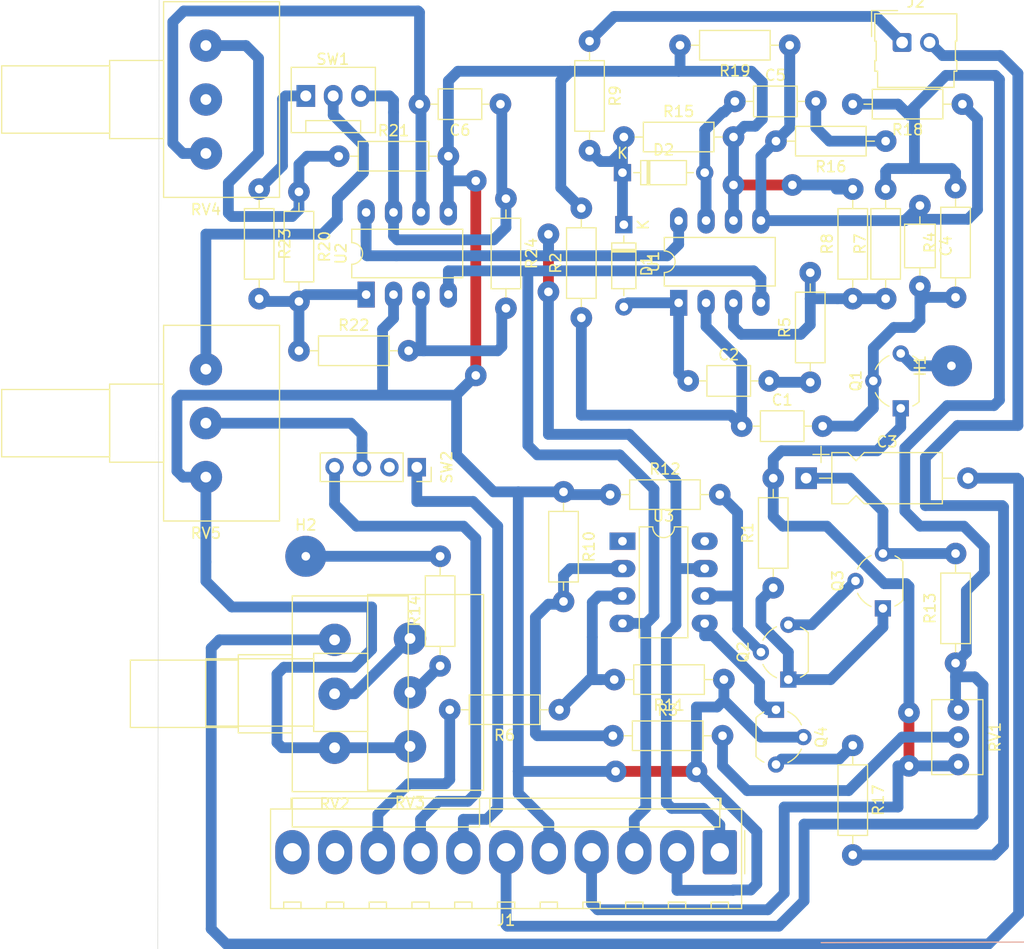
<source format=kicad_pcb>
(kicad_pcb (version 20171130) (host pcbnew "(5.1.2-1)-1")

  (general
    (thickness 1.6)
    (drawings 6)
    (tracks 431)
    (zones 0)
    (modules 50)
    (nets 42)
  )

  (page A4)
  (layers
    (0 F.Cu signal)
    (31 B.Cu signal)
    (32 B.Adhes user hide)
    (33 F.Adhes user hide)
    (34 B.Paste user hide)
    (35 F.Paste user hide)
    (36 B.SilkS user hide)
    (37 F.SilkS user hide)
    (38 B.Mask user hide)
    (39 F.Mask user hide)
    (40 Dwgs.User user hide)
    (41 Cmts.User user hide)
    (42 Eco1.User user hide)
    (43 Eco2.User user hide)
    (44 Edge.Cuts user hide)
    (45 Margin user hide)
    (46 B.CrtYd user hide)
    (47 F.CrtYd user)
    (48 B.Fab user hide)
    (49 F.Fab user hide)
  )

  (setup
    (last_trace_width 0.25)
    (user_trace_width 0.75)
    (user_trace_width 1)
    (trace_clearance 0.4)
    (zone_clearance 0.508)
    (zone_45_only no)
    (trace_min 0.2)
    (via_size 0.8)
    (via_drill 0.4)
    (via_min_size 0.4)
    (via_min_drill 0.3)
    (user_via 2 0.8)
    (uvia_size 0.3)
    (uvia_drill 0.1)
    (uvias_allowed no)
    (uvia_min_size 0.2)
    (uvia_min_drill 0.1)
    (edge_width 0.05)
    (segment_width 0.2)
    (pcb_text_width 0.3)
    (pcb_text_size 1.5 1.5)
    (mod_edge_width 0.12)
    (mod_text_size 1 1)
    (mod_text_width 0.15)
    (pad_size 1.524 1.524)
    (pad_drill 0.762)
    (pad_to_mask_clearance 0.051)
    (solder_mask_min_width 0.25)
    (aux_axis_origin 0 0)
    (visible_elements FFFFFF7F)
    (pcbplotparams
      (layerselection 0x00000_fffffffe)
      (usegerberextensions false)
      (usegerberattributes false)
      (usegerberadvancedattributes false)
      (creategerberjobfile false)
      (excludeedgelayer true)
      (linewidth 0.100000)
      (plotframeref false)
      (viasonmask false)
      (mode 1)
      (useauxorigin false)
      (hpglpennumber 1)
      (hpglpenspeed 20)
      (hpglpendiameter 15.000000)
      (psnegative false)
      (psa4output false)
      (plotreference true)
      (plotvalue true)
      (plotinvisibletext false)
      (padsonsilk false)
      (subtractmaskfromsilk false)
      (outputformat 4)
      (mirror false)
      (drillshape 0)
      (scaleselection 1)
      (outputdirectory "../typons"))
  )

  (net 0 "")
  (net 1 "Net-(C1-Pad1)")
  (net 2 "Net-(C1-Pad2)")
  (net 3 "Net-(C2-Pad1)")
  (net 4 "Net-(C2-Pad2)")
  (net 5 "Net-(C3-Pad1)")
  (net 6 "Net-(C3-Pad2)")
  (net 7 "Net-(C4-Pad1)")
  (net 8 "Net-(C5-Pad2)")
  (net 9 "Net-(C5-Pad1)")
  (net 10 "Net-(C6-Pad1)")
  (net 11 "Net-(C6-Pad2)")
  (net 12 "Net-(D1-Pad1)")
  (net 13 "Net-(H1-Pad1)")
  (net 14 +15V)
  (net 15 GND)
  (net 16 "Net-(J2-Pad1)")
  (net 17 "Net-(J2-Pad2)")
  (net 18 +7.5V)
  (net 19 "Net-(Q2-Pad2)")
  (net 20 "Net-(Q2-Pad3)")
  (net 21 "Net-(Q2-Pad1)")
  (net 22 "Net-(Q4-Pad1)")
  (net 23 "Net-(Q4-Pad3)")
  (net 24 "Net-(R3-Pad2)")
  (net 25 "Net-(R10-Pad2)")
  (net 26 -8V)
  (net 27 "Net-(R5-Pad2)")
  (net 28 "Net-(R11-Pad2)")
  (net 29 "Net-(J1-Pad9)")
  (net 30 "Net-(R14-Pad1)")
  (net 31 "Net-(R20-Pad1)")
  (net 32 "Net-(R20-Pad2)")
  (net 33 "Net-(R22-Pad2)")
  (net 34 "Net-(R23-Pad1)")
  (net 35 "Net-(RV2-Pad2)")
  (net 36 "Net-(RV5-Pad2)")
  (net 37 "Net-(RV5-Pad1)")
  (net 38 "Net-(J1-Pad7)")
  (net 39 "Net-(J1-Pad8)")
  (net 40 -15V)
  (net 41 "Net-(H2-Pad1)")

  (net_class Default "Ceci est la Netclass par défaut."
    (clearance 0.4)
    (trace_width 0.25)
    (via_dia 0.8)
    (via_drill 0.4)
    (uvia_dia 0.3)
    (uvia_drill 0.1)
    (add_net +15V)
    (add_net +7.5V)
    (add_net -15V)
    (add_net -8V)
    (add_net GND)
    (add_net "Net-(C1-Pad1)")
    (add_net "Net-(C1-Pad2)")
    (add_net "Net-(C2-Pad1)")
    (add_net "Net-(C2-Pad2)")
    (add_net "Net-(C3-Pad1)")
    (add_net "Net-(C3-Pad2)")
    (add_net "Net-(C4-Pad1)")
    (add_net "Net-(C5-Pad1)")
    (add_net "Net-(C5-Pad2)")
    (add_net "Net-(C6-Pad1)")
    (add_net "Net-(C6-Pad2)")
    (add_net "Net-(D1-Pad1)")
    (add_net "Net-(H1-Pad1)")
    (add_net "Net-(H2-Pad1)")
    (add_net "Net-(J1-Pad7)")
    (add_net "Net-(J1-Pad8)")
    (add_net "Net-(J1-Pad9)")
    (add_net "Net-(J2-Pad1)")
    (add_net "Net-(J2-Pad2)")
    (add_net "Net-(Q2-Pad1)")
    (add_net "Net-(Q2-Pad2)")
    (add_net "Net-(Q2-Pad3)")
    (add_net "Net-(Q4-Pad1)")
    (add_net "Net-(Q4-Pad3)")
    (add_net "Net-(R10-Pad2)")
    (add_net "Net-(R11-Pad2)")
    (add_net "Net-(R14-Pad1)")
    (add_net "Net-(R20-Pad1)")
    (add_net "Net-(R20-Pad2)")
    (add_net "Net-(R22-Pad2)")
    (add_net "Net-(R23-Pad1)")
    (add_net "Net-(R3-Pad2)")
    (add_net "Net-(R5-Pad2)")
    (add_net "Net-(RV2-Pad2)")
    (add_net "Net-(RV5-Pad1)")
    (add_net "Net-(RV5-Pad2)")
  )

  (module Resistor_THT:R_Axial_DIN0207_L6.3mm_D2.5mm_P10.16mm_Horizontal (layer F.Cu) (tedit 643E4CF4) (tstamp 644DB505)
    (at 96.139 72.898 270)
    (descr "Resistor, Axial_DIN0207 series, Axial, Horizontal, pin pitch=10.16mm, 0.25W = 1/4W, length*diameter=6.3*2.5mm^2, http://cdn-reichelt.de/documents/datenblatt/B400/1_4W%23YAG.pdf")
    (tags "Resistor Axial_DIN0207 series Axial Horizontal pin pitch 10.16mm 0.25W = 1/4W length 6.3mm diameter 2.5mm")
    (path /645A4D16)
    (fp_text reference R24 (at 5.08 -2.37 90) (layer F.SilkS)
      (effects (font (size 1 1) (thickness 0.15)))
    )
    (fp_text value R_US (at 5.08 2.37 90) (layer F.Fab)
      (effects (font (size 1 1) (thickness 0.15)))
    )
    (fp_text user %R (at 5.08 0 90) (layer F.Fab)
      (effects (font (size 1 1) (thickness 0.15)))
    )
    (fp_line (start 11.21 -1.5) (end -1.05 -1.5) (layer F.CrtYd) (width 0.05))
    (fp_line (start 11.21 1.5) (end 11.21 -1.5) (layer F.CrtYd) (width 0.05))
    (fp_line (start -1.05 1.5) (end 11.21 1.5) (layer F.CrtYd) (width 0.05))
    (fp_line (start -1.05 -1.5) (end -1.05 1.5) (layer F.CrtYd) (width 0.05))
    (fp_line (start 9.12 0) (end 8.35 0) (layer F.SilkS) (width 0.12))
    (fp_line (start 1.04 0) (end 1.81 0) (layer F.SilkS) (width 0.12))
    (fp_line (start 8.35 -1.37) (end 1.81 -1.37) (layer F.SilkS) (width 0.12))
    (fp_line (start 8.35 1.37) (end 8.35 -1.37) (layer F.SilkS) (width 0.12))
    (fp_line (start 1.81 1.37) (end 8.35 1.37) (layer F.SilkS) (width 0.12))
    (fp_line (start 1.81 -1.37) (end 1.81 1.37) (layer F.SilkS) (width 0.12))
    (fp_line (start 10.16 0) (end 8.23 0) (layer F.Fab) (width 0.1))
    (fp_line (start 0 0) (end 1.93 0) (layer F.Fab) (width 0.1))
    (fp_line (start 8.23 -1.25) (end 1.93 -1.25) (layer F.Fab) (width 0.1))
    (fp_line (start 8.23 1.25) (end 8.23 -1.25) (layer F.Fab) (width 0.1))
    (fp_line (start 1.93 1.25) (end 8.23 1.25) (layer F.Fab) (width 0.1))
    (fp_line (start 1.93 -1.25) (end 1.93 1.25) (layer F.Fab) (width 0.1))
    (pad 2 thru_hole oval (at 10.16 0 270) (size 2 2) (drill 0.8) (layers *.Cu *.Mask)
      (net 33 "Net-(R22-Pad2)"))
    (pad 1 thru_hole circle (at 0 0 270) (size 2 2) (drill 0.8) (layers *.Cu *.Mask)
      (net 10 "Net-(C6-Pad1)"))
    (model ${KISYS3DMOD}/Resistor_THT.3dshapes/R_Axial_DIN0207_L6.3mm_D2.5mm_P10.16mm_Horizontal.wrl
      (at (xyz 0 0 0))
      (scale (xyz 1 1 1))
      (rotate (xyz 0 0 0))
    )
  )

  (module Capacitor_THT:C_Axial_L3.8mm_D2.6mm_P7.50mm_Horizontal (layer F.Cu) (tedit 644A3EE2) (tstamp 644DB17D)
    (at 117.983 93.98)
    (descr "C, Axial series, Axial, Horizontal, pin pitch=7.5mm, , length*diameter=3.8*2.6mm^2, http://www.vishay.com/docs/45231/arseries.pdf")
    (tags "C Axial series Axial Horizontal pin pitch 7.5mm  length 3.8mm diameter 2.6mm")
    (path /6456BFC4)
    (fp_text reference C1 (at 3.75 -2.42) (layer F.SilkS)
      (effects (font (size 1 1) (thickness 0.15)))
    )
    (fp_text value C (at 3.75 2.42) (layer F.Fab)
      (effects (font (size 1 1) (thickness 0.15)))
    )
    (fp_line (start 1.85 -1.3) (end 1.85 1.3) (layer F.Fab) (width 0.1))
    (fp_line (start 1.85 1.3) (end 5.65 1.3) (layer F.Fab) (width 0.1))
    (fp_line (start 5.65 1.3) (end 5.65 -1.3) (layer F.Fab) (width 0.1))
    (fp_line (start 5.65 -1.3) (end 1.85 -1.3) (layer F.Fab) (width 0.1))
    (fp_line (start 0 0) (end 1.85 0) (layer F.Fab) (width 0.1))
    (fp_line (start 7.5 0) (end 5.65 0) (layer F.Fab) (width 0.1))
    (fp_line (start 1.73 -1.42) (end 1.73 1.42) (layer F.SilkS) (width 0.12))
    (fp_line (start 1.73 1.42) (end 5.77 1.42) (layer F.SilkS) (width 0.12))
    (fp_line (start 5.77 1.42) (end 5.77 -1.42) (layer F.SilkS) (width 0.12))
    (fp_line (start 5.77 -1.42) (end 1.73 -1.42) (layer F.SilkS) (width 0.12))
    (fp_line (start 1.04 0) (end 1.73 0) (layer F.SilkS) (width 0.12))
    (fp_line (start 6.46 0) (end 5.77 0) (layer F.SilkS) (width 0.12))
    (fp_line (start -1.05 -1.55) (end -1.05 1.55) (layer F.CrtYd) (width 0.05))
    (fp_line (start -1.05 1.55) (end 8.55 1.55) (layer F.CrtYd) (width 0.05))
    (fp_line (start 8.55 1.55) (end 8.55 -1.55) (layer F.CrtYd) (width 0.05))
    (fp_line (start 8.55 -1.55) (end -1.05 -1.55) (layer F.CrtYd) (width 0.05))
    (fp_text user %R (at 3.75 0) (layer F.Fab)
      (effects (font (size 0.76 0.76) (thickness 0.114)))
    )
    (pad 1 thru_hole circle (at 0 0) (size 2 2) (drill 0.8) (layers *.Cu *.Mask)
      (net 1 "Net-(C1-Pad1)"))
    (pad 2 thru_hole oval (at 7.5 0) (size 2 2) (drill 0.8) (layers *.Cu *.Mask)
      (net 2 "Net-(C1-Pad2)"))
    (model ${KISYS3DMOD}/Capacitor_THT.3dshapes/C_Axial_L3.8mm_D2.6mm_P7.50mm_Horizontal.wrl
      (at (xyz 0 0 0))
      (scale (xyz 1 1 1))
      (rotate (xyz 0 0 0))
    )
  )

  (module Capacitor_THT:C_Axial_L3.8mm_D2.6mm_P7.50mm_Horizontal (layer F.Cu) (tedit 644A3EE2) (tstamp 644DB194)
    (at 113.03 89.789)
    (descr "C, Axial series, Axial, Horizontal, pin pitch=7.5mm, , length*diameter=3.8*2.6mm^2, http://www.vishay.com/docs/45231/arseries.pdf")
    (tags "C Axial series Axial Horizontal pin pitch 7.5mm  length 3.8mm diameter 2.6mm")
    (path /644F499A)
    (fp_text reference C2 (at 3.75 -2.42) (layer F.SilkS)
      (effects (font (size 1 1) (thickness 0.15)))
    )
    (fp_text value C (at 3.75 2.42) (layer F.Fab)
      (effects (font (size 1 1) (thickness 0.15)))
    )
    (fp_line (start 1.85 -1.3) (end 1.85 1.3) (layer F.Fab) (width 0.1))
    (fp_line (start 1.85 1.3) (end 5.65 1.3) (layer F.Fab) (width 0.1))
    (fp_line (start 5.65 1.3) (end 5.65 -1.3) (layer F.Fab) (width 0.1))
    (fp_line (start 5.65 -1.3) (end 1.85 -1.3) (layer F.Fab) (width 0.1))
    (fp_line (start 0 0) (end 1.85 0) (layer F.Fab) (width 0.1))
    (fp_line (start 7.5 0) (end 5.65 0) (layer F.Fab) (width 0.1))
    (fp_line (start 1.73 -1.42) (end 1.73 1.42) (layer F.SilkS) (width 0.12))
    (fp_line (start 1.73 1.42) (end 5.77 1.42) (layer F.SilkS) (width 0.12))
    (fp_line (start 5.77 1.42) (end 5.77 -1.42) (layer F.SilkS) (width 0.12))
    (fp_line (start 5.77 -1.42) (end 1.73 -1.42) (layer F.SilkS) (width 0.12))
    (fp_line (start 1.04 0) (end 1.73 0) (layer F.SilkS) (width 0.12))
    (fp_line (start 6.46 0) (end 5.77 0) (layer F.SilkS) (width 0.12))
    (fp_line (start -1.05 -1.55) (end -1.05 1.55) (layer F.CrtYd) (width 0.05))
    (fp_line (start -1.05 1.55) (end 8.55 1.55) (layer F.CrtYd) (width 0.05))
    (fp_line (start 8.55 1.55) (end 8.55 -1.55) (layer F.CrtYd) (width 0.05))
    (fp_line (start 8.55 -1.55) (end -1.05 -1.55) (layer F.CrtYd) (width 0.05))
    (fp_text user %R (at 3.75 0) (layer F.Fab)
      (effects (font (size 0.76 0.76) (thickness 0.114)))
    )
    (pad 1 thru_hole circle (at 0 0) (size 2 2) (drill 0.8) (layers *.Cu *.Mask)
      (net 3 "Net-(C2-Pad1)"))
    (pad 2 thru_hole oval (at 7.5 0) (size 2 2) (drill 0.8) (layers *.Cu *.Mask)
      (net 4 "Net-(C2-Pad2)"))
    (model ${KISYS3DMOD}/Capacitor_THT.3dshapes/C_Axial_L3.8mm_D2.6mm_P7.50mm_Horizontal.wrl
      (at (xyz 0 0 0))
      (scale (xyz 1 1 1))
      (rotate (xyz 0 0 0))
    )
  )

  (module Capacitor_THT:CP_Axial_L10.0mm_D4.5mm_P15.00mm_Horizontal (layer F.Cu) (tedit 5AE50EF2) (tstamp 644DB1BB)
    (at 123.952 98.806)
    (descr "CP, Axial series, Axial, Horizontal, pin pitch=15mm, , length*diameter=10*4.5mm^2, Electrolytic Capacitor, , http://www.vishay.com/docs/28325/021asm.pdf")
    (tags "CP Axial series Axial Horizontal pin pitch 15mm  length 10mm diameter 4.5mm Electrolytic Capacitor")
    (path /644F2E5C)
    (fp_text reference C3 (at 7.5 -3.37) (layer F.SilkS)
      (effects (font (size 1 1) (thickness 0.15)))
    )
    (fp_text value C_Polarized (at 7.5 3.37) (layer F.Fab)
      (effects (font (size 1 1) (thickness 0.15)))
    )
    (fp_line (start 2.5 -2.25) (end 2.5 2.25) (layer F.Fab) (width 0.1))
    (fp_line (start 12.5 -2.25) (end 12.5 2.25) (layer F.Fab) (width 0.1))
    (fp_line (start 2.5 -2.25) (end 3.88 -2.25) (layer F.Fab) (width 0.1))
    (fp_line (start 3.88 -2.25) (end 4.63 -1.5) (layer F.Fab) (width 0.1))
    (fp_line (start 4.63 -1.5) (end 5.38 -2.25) (layer F.Fab) (width 0.1))
    (fp_line (start 5.38 -2.25) (end 12.5 -2.25) (layer F.Fab) (width 0.1))
    (fp_line (start 2.5 2.25) (end 3.88 2.25) (layer F.Fab) (width 0.1))
    (fp_line (start 3.88 2.25) (end 4.63 1.5) (layer F.Fab) (width 0.1))
    (fp_line (start 4.63 1.5) (end 5.38 2.25) (layer F.Fab) (width 0.1))
    (fp_line (start 5.38 2.25) (end 12.5 2.25) (layer F.Fab) (width 0.1))
    (fp_line (start 0 0) (end 2.5 0) (layer F.Fab) (width 0.1))
    (fp_line (start 15 0) (end 12.5 0) (layer F.Fab) (width 0.1))
    (fp_line (start 3.9 0) (end 5.4 0) (layer F.Fab) (width 0.1))
    (fp_line (start 4.65 -0.75) (end 4.65 0.75) (layer F.Fab) (width 0.1))
    (fp_line (start 0.63 -2.2) (end 2.13 -2.2) (layer F.SilkS) (width 0.12))
    (fp_line (start 1.38 -2.95) (end 1.38 -1.45) (layer F.SilkS) (width 0.12))
    (fp_line (start 2.38 -2.37) (end 2.38 2.37) (layer F.SilkS) (width 0.12))
    (fp_line (start 12.62 -2.37) (end 12.62 2.37) (layer F.SilkS) (width 0.12))
    (fp_line (start 2.38 -2.37) (end 3.88 -2.37) (layer F.SilkS) (width 0.12))
    (fp_line (start 3.88 -2.37) (end 4.63 -1.62) (layer F.SilkS) (width 0.12))
    (fp_line (start 4.63 -1.62) (end 5.38 -2.37) (layer F.SilkS) (width 0.12))
    (fp_line (start 5.38 -2.37) (end 12.62 -2.37) (layer F.SilkS) (width 0.12))
    (fp_line (start 2.38 2.37) (end 3.88 2.37) (layer F.SilkS) (width 0.12))
    (fp_line (start 3.88 2.37) (end 4.63 1.62) (layer F.SilkS) (width 0.12))
    (fp_line (start 4.63 1.62) (end 5.38 2.37) (layer F.SilkS) (width 0.12))
    (fp_line (start 5.38 2.37) (end 12.62 2.37) (layer F.SilkS) (width 0.12))
    (fp_line (start 1.24 0) (end 2.38 0) (layer F.SilkS) (width 0.12))
    (fp_line (start 13.76 0) (end 12.62 0) (layer F.SilkS) (width 0.12))
    (fp_line (start -1.25 -2.5) (end -1.25 2.5) (layer F.CrtYd) (width 0.05))
    (fp_line (start -1.25 2.5) (end 16.25 2.5) (layer F.CrtYd) (width 0.05))
    (fp_line (start 16.25 2.5) (end 16.25 -2.5) (layer F.CrtYd) (width 0.05))
    (fp_line (start 16.25 -2.5) (end -1.25 -2.5) (layer F.CrtYd) (width 0.05))
    (fp_text user %R (at 7.5 0) (layer F.Fab)
      (effects (font (size 1 1) (thickness 0.15)))
    )
    (pad 1 thru_hole rect (at 0 0) (size 2 2) (drill 1) (layers *.Cu *.Mask)
      (net 5 "Net-(C3-Pad1)"))
    (pad 2 thru_hole oval (at 15 0) (size 2 2) (drill 1) (layers *.Cu *.Mask)
      (net 6 "Net-(C3-Pad2)"))
    (model ${KISYS3DMOD}/Capacitor_THT.3dshapes/CP_Axial_L10.0mm_D4.5mm_P15.00mm_Horizontal.wrl
      (at (xyz 0 0 0))
      (scale (xyz 1 1 1))
      (rotate (xyz 0 0 0))
    )
  )

  (module Capacitor_THT:C_Axial_L3.8mm_D2.6mm_P7.50mm_Horizontal (layer F.Cu) (tedit 644A3EE2) (tstamp 644DB1D2)
    (at 134.493 73.533 270)
    (descr "C, Axial series, Axial, Horizontal, pin pitch=7.5mm, , length*diameter=3.8*2.6mm^2, http://www.vishay.com/docs/45231/arseries.pdf")
    (tags "C Axial series Axial Horizontal pin pitch 7.5mm  length 3.8mm diameter 2.6mm")
    (path /64578F0A)
    (fp_text reference C4 (at 3.75 -2.42 90) (layer F.SilkS)
      (effects (font (size 1 1) (thickness 0.15)))
    )
    (fp_text value C (at 3.75 2.42 90) (layer F.Fab)
      (effects (font (size 1 1) (thickness 0.15)))
    )
    (fp_text user %R (at 3.75 0 90) (layer F.Fab)
      (effects (font (size 0.76 0.76) (thickness 0.114)))
    )
    (fp_line (start 8.55 -1.55) (end -1.05 -1.55) (layer F.CrtYd) (width 0.05))
    (fp_line (start 8.55 1.55) (end 8.55 -1.55) (layer F.CrtYd) (width 0.05))
    (fp_line (start -1.05 1.55) (end 8.55 1.55) (layer F.CrtYd) (width 0.05))
    (fp_line (start -1.05 -1.55) (end -1.05 1.55) (layer F.CrtYd) (width 0.05))
    (fp_line (start 6.46 0) (end 5.77 0) (layer F.SilkS) (width 0.12))
    (fp_line (start 1.04 0) (end 1.73 0) (layer F.SilkS) (width 0.12))
    (fp_line (start 5.77 -1.42) (end 1.73 -1.42) (layer F.SilkS) (width 0.12))
    (fp_line (start 5.77 1.42) (end 5.77 -1.42) (layer F.SilkS) (width 0.12))
    (fp_line (start 1.73 1.42) (end 5.77 1.42) (layer F.SilkS) (width 0.12))
    (fp_line (start 1.73 -1.42) (end 1.73 1.42) (layer F.SilkS) (width 0.12))
    (fp_line (start 7.5 0) (end 5.65 0) (layer F.Fab) (width 0.1))
    (fp_line (start 0 0) (end 1.85 0) (layer F.Fab) (width 0.1))
    (fp_line (start 5.65 -1.3) (end 1.85 -1.3) (layer F.Fab) (width 0.1))
    (fp_line (start 5.65 1.3) (end 5.65 -1.3) (layer F.Fab) (width 0.1))
    (fp_line (start 1.85 1.3) (end 5.65 1.3) (layer F.Fab) (width 0.1))
    (fp_line (start 1.85 -1.3) (end 1.85 1.3) (layer F.Fab) (width 0.1))
    (pad 2 thru_hole oval (at 7.5 0 270) (size 2 2) (drill 0.8) (layers *.Cu *.Mask)
      (net 2 "Net-(C1-Pad2)"))
    (pad 1 thru_hole circle (at 0 0 270) (size 2 2) (drill 0.8) (layers *.Cu *.Mask)
      (net 7 "Net-(C4-Pad1)"))
    (model ${KISYS3DMOD}/Capacitor_THT.3dshapes/C_Axial_L3.8mm_D2.6mm_P7.50mm_Horizontal.wrl
      (at (xyz 0 0 0))
      (scale (xyz 1 1 1))
      (rotate (xyz 0 0 0))
    )
  )

  (module Capacitor_THT:C_Axial_L3.8mm_D2.6mm_P7.50mm_Horizontal (layer F.Cu) (tedit 644A3EE2) (tstamp 644DB1E9)
    (at 117.348 63.881)
    (descr "C, Axial series, Axial, Horizontal, pin pitch=7.5mm, , length*diameter=3.8*2.6mm^2, http://www.vishay.com/docs/45231/arseries.pdf")
    (tags "C Axial series Axial Horizontal pin pitch 7.5mm  length 3.8mm diameter 2.6mm")
    (path /6455E112)
    (fp_text reference C5 (at 3.75 -2.42) (layer F.SilkS)
      (effects (font (size 1 1) (thickness 0.15)))
    )
    (fp_text value C (at 3.75 2.42) (layer F.Fab)
      (effects (font (size 1 1) (thickness 0.15)))
    )
    (fp_text user %R (at 3.75 0) (layer F.Fab)
      (effects (font (size 0.76 0.76) (thickness 0.114)))
    )
    (fp_line (start 8.55 -1.55) (end -1.05 -1.55) (layer F.CrtYd) (width 0.05))
    (fp_line (start 8.55 1.55) (end 8.55 -1.55) (layer F.CrtYd) (width 0.05))
    (fp_line (start -1.05 1.55) (end 8.55 1.55) (layer F.CrtYd) (width 0.05))
    (fp_line (start -1.05 -1.55) (end -1.05 1.55) (layer F.CrtYd) (width 0.05))
    (fp_line (start 6.46 0) (end 5.77 0) (layer F.SilkS) (width 0.12))
    (fp_line (start 1.04 0) (end 1.73 0) (layer F.SilkS) (width 0.12))
    (fp_line (start 5.77 -1.42) (end 1.73 -1.42) (layer F.SilkS) (width 0.12))
    (fp_line (start 5.77 1.42) (end 5.77 -1.42) (layer F.SilkS) (width 0.12))
    (fp_line (start 1.73 1.42) (end 5.77 1.42) (layer F.SilkS) (width 0.12))
    (fp_line (start 1.73 -1.42) (end 1.73 1.42) (layer F.SilkS) (width 0.12))
    (fp_line (start 7.5 0) (end 5.65 0) (layer F.Fab) (width 0.1))
    (fp_line (start 0 0) (end 1.85 0) (layer F.Fab) (width 0.1))
    (fp_line (start 5.65 -1.3) (end 1.85 -1.3) (layer F.Fab) (width 0.1))
    (fp_line (start 5.65 1.3) (end 5.65 -1.3) (layer F.Fab) (width 0.1))
    (fp_line (start 1.85 1.3) (end 5.65 1.3) (layer F.Fab) (width 0.1))
    (fp_line (start 1.85 -1.3) (end 1.85 1.3) (layer F.Fab) (width 0.1))
    (pad 2 thru_hole oval (at 7.5 0) (size 2 2) (drill 0.8) (layers *.Cu *.Mask)
      (net 8 "Net-(C5-Pad2)"))
    (pad 1 thru_hole circle (at 0 0) (size 2 2) (drill 0.8) (layers *.Cu *.Mask)
      (net 9 "Net-(C5-Pad1)"))
    (model ${KISYS3DMOD}/Capacitor_THT.3dshapes/C_Axial_L3.8mm_D2.6mm_P7.50mm_Horizontal.wrl
      (at (xyz 0 0 0))
      (scale (xyz 1 1 1))
      (rotate (xyz 0 0 0))
    )
  )

  (module Capacitor_THT:C_Axial_L3.8mm_D2.6mm_P7.50mm_Horizontal (layer F.Cu) (tedit 644A3EE2) (tstamp 644DB200)
    (at 95.631 64.135 180)
    (descr "C, Axial series, Axial, Horizontal, pin pitch=7.5mm, , length*diameter=3.8*2.6mm^2, http://www.vishay.com/docs/45231/arseries.pdf")
    (tags "C Axial series Axial Horizontal pin pitch 7.5mm  length 3.8mm diameter 2.6mm")
    (path /645AC33B)
    (fp_text reference C6 (at 3.75 -2.42) (layer F.SilkS)
      (effects (font (size 1 1) (thickness 0.15)))
    )
    (fp_text value C (at 3.75 2.42) (layer F.Fab)
      (effects (font (size 1 1) (thickness 0.15)))
    )
    (fp_line (start 1.85 -1.3) (end 1.85 1.3) (layer F.Fab) (width 0.1))
    (fp_line (start 1.85 1.3) (end 5.65 1.3) (layer F.Fab) (width 0.1))
    (fp_line (start 5.65 1.3) (end 5.65 -1.3) (layer F.Fab) (width 0.1))
    (fp_line (start 5.65 -1.3) (end 1.85 -1.3) (layer F.Fab) (width 0.1))
    (fp_line (start 0 0) (end 1.85 0) (layer F.Fab) (width 0.1))
    (fp_line (start 7.5 0) (end 5.65 0) (layer F.Fab) (width 0.1))
    (fp_line (start 1.73 -1.42) (end 1.73 1.42) (layer F.SilkS) (width 0.12))
    (fp_line (start 1.73 1.42) (end 5.77 1.42) (layer F.SilkS) (width 0.12))
    (fp_line (start 5.77 1.42) (end 5.77 -1.42) (layer F.SilkS) (width 0.12))
    (fp_line (start 5.77 -1.42) (end 1.73 -1.42) (layer F.SilkS) (width 0.12))
    (fp_line (start 1.04 0) (end 1.73 0) (layer F.SilkS) (width 0.12))
    (fp_line (start 6.46 0) (end 5.77 0) (layer F.SilkS) (width 0.12))
    (fp_line (start -1.05 -1.55) (end -1.05 1.55) (layer F.CrtYd) (width 0.05))
    (fp_line (start -1.05 1.55) (end 8.55 1.55) (layer F.CrtYd) (width 0.05))
    (fp_line (start 8.55 1.55) (end 8.55 -1.55) (layer F.CrtYd) (width 0.05))
    (fp_line (start 8.55 -1.55) (end -1.05 -1.55) (layer F.CrtYd) (width 0.05))
    (fp_text user %R (at 3.75 0) (layer F.Fab)
      (effects (font (size 0.76 0.76) (thickness 0.114)))
    )
    (pad 1 thru_hole circle (at 0 0 180) (size 2 2) (drill 0.8) (layers *.Cu *.Mask)
      (net 10 "Net-(C6-Pad1)"))
    (pad 2 thru_hole oval (at 7.5 0 180) (size 2 2) (drill 0.8) (layers *.Cu *.Mask)
      (net 11 "Net-(C6-Pad2)"))
    (model ${KISYS3DMOD}/Capacitor_THT.3dshapes/C_Axial_L3.8mm_D2.6mm_P7.50mm_Horizontal.wrl
      (at (xyz 0 0 0))
      (scale (xyz 1 1 1))
      (rotate (xyz 0 0 0))
    )
  )

  (module Diode_THT:D_DO-35_SOD27_P7.62mm_Horizontal (layer F.Cu) (tedit 5AE50CD5) (tstamp 644DB21F)
    (at 107.061 75.311 270)
    (descr "Diode, DO-35_SOD27 series, Axial, Horizontal, pin pitch=7.62mm, , length*diameter=4*2mm^2, , http://www.diodes.com/_files/packages/DO-35.pdf")
    (tags "Diode DO-35_SOD27 series Axial Horizontal pin pitch 7.62mm  length 4mm diameter 2mm")
    (path /644F832E)
    (fp_text reference D1 (at 3.81 -2.12 90) (layer F.SilkS)
      (effects (font (size 1 1) (thickness 0.15)))
    )
    (fp_text value 1N4148 (at 3.81 2.12 90) (layer F.Fab)
      (effects (font (size 1 1) (thickness 0.15)))
    )
    (fp_text user K (at 0 -1.8 90) (layer F.SilkS)
      (effects (font (size 1 1) (thickness 0.15)))
    )
    (fp_text user K (at 0 -1.8 90) (layer F.Fab)
      (effects (font (size 1 1) (thickness 0.15)))
    )
    (fp_text user %R (at 4.11 0 90) (layer F.Fab)
      (effects (font (size 0.8 0.8) (thickness 0.12)))
    )
    (fp_line (start 8.67 -1.25) (end -1.05 -1.25) (layer F.CrtYd) (width 0.05))
    (fp_line (start 8.67 1.25) (end 8.67 -1.25) (layer F.CrtYd) (width 0.05))
    (fp_line (start -1.05 1.25) (end 8.67 1.25) (layer F.CrtYd) (width 0.05))
    (fp_line (start -1.05 -1.25) (end -1.05 1.25) (layer F.CrtYd) (width 0.05))
    (fp_line (start 2.29 -1.12) (end 2.29 1.12) (layer F.SilkS) (width 0.12))
    (fp_line (start 2.53 -1.12) (end 2.53 1.12) (layer F.SilkS) (width 0.12))
    (fp_line (start 2.41 -1.12) (end 2.41 1.12) (layer F.SilkS) (width 0.12))
    (fp_line (start 6.58 0) (end 5.93 0) (layer F.SilkS) (width 0.12))
    (fp_line (start 1.04 0) (end 1.69 0) (layer F.SilkS) (width 0.12))
    (fp_line (start 5.93 -1.12) (end 1.69 -1.12) (layer F.SilkS) (width 0.12))
    (fp_line (start 5.93 1.12) (end 5.93 -1.12) (layer F.SilkS) (width 0.12))
    (fp_line (start 1.69 1.12) (end 5.93 1.12) (layer F.SilkS) (width 0.12))
    (fp_line (start 1.69 -1.12) (end 1.69 1.12) (layer F.SilkS) (width 0.12))
    (fp_line (start 2.31 -1) (end 2.31 1) (layer F.Fab) (width 0.1))
    (fp_line (start 2.51 -1) (end 2.51 1) (layer F.Fab) (width 0.1))
    (fp_line (start 2.41 -1) (end 2.41 1) (layer F.Fab) (width 0.1))
    (fp_line (start 7.62 0) (end 5.81 0) (layer F.Fab) (width 0.1))
    (fp_line (start 0 0) (end 1.81 0) (layer F.Fab) (width 0.1))
    (fp_line (start 5.81 -1) (end 1.81 -1) (layer F.Fab) (width 0.1))
    (fp_line (start 5.81 1) (end 5.81 -1) (layer F.Fab) (width 0.1))
    (fp_line (start 1.81 1) (end 5.81 1) (layer F.Fab) (width 0.1))
    (fp_line (start 1.81 -1) (end 1.81 1) (layer F.Fab) (width 0.1))
    (pad 2 thru_hole oval (at 7.62 0 270) (size 1.6 1.6) (drill 0.8) (layers *.Cu *.Mask)
      (net 3 "Net-(C2-Pad1)"))
    (pad 1 thru_hole rect (at 0 0 270) (size 1.6 1.6) (drill 0.8) (layers *.Cu *.Mask)
      (net 12 "Net-(D1-Pad1)"))
    (model ${KISYS3DMOD}/Diode_THT.3dshapes/D_DO-35_SOD27_P7.62mm_Horizontal.wrl
      (at (xyz 0 0 0))
      (scale (xyz 1 1 1))
      (rotate (xyz 0 0 0))
    )
  )

  (module Diode_THT:D_DO-35_SOD27_P7.62mm_Horizontal (layer F.Cu) (tedit 5AE50CD5) (tstamp 644DB23E)
    (at 106.934 70.485)
    (descr "Diode, DO-35_SOD27 series, Axial, Horizontal, pin pitch=7.62mm, , length*diameter=4*2mm^2, , http://www.diodes.com/_files/packages/DO-35.pdf")
    (tags "Diode DO-35_SOD27 series Axial Horizontal pin pitch 7.62mm  length 4mm diameter 2mm")
    (path /6455EF61)
    (fp_text reference D2 (at 3.81 -2.12) (layer F.SilkS)
      (effects (font (size 1 1) (thickness 0.15)))
    )
    (fp_text value 1N4148 (at 3.81 2.12) (layer F.Fab)
      (effects (font (size 1 1) (thickness 0.15)))
    )
    (fp_line (start 1.81 -1) (end 1.81 1) (layer F.Fab) (width 0.1))
    (fp_line (start 1.81 1) (end 5.81 1) (layer F.Fab) (width 0.1))
    (fp_line (start 5.81 1) (end 5.81 -1) (layer F.Fab) (width 0.1))
    (fp_line (start 5.81 -1) (end 1.81 -1) (layer F.Fab) (width 0.1))
    (fp_line (start 0 0) (end 1.81 0) (layer F.Fab) (width 0.1))
    (fp_line (start 7.62 0) (end 5.81 0) (layer F.Fab) (width 0.1))
    (fp_line (start 2.41 -1) (end 2.41 1) (layer F.Fab) (width 0.1))
    (fp_line (start 2.51 -1) (end 2.51 1) (layer F.Fab) (width 0.1))
    (fp_line (start 2.31 -1) (end 2.31 1) (layer F.Fab) (width 0.1))
    (fp_line (start 1.69 -1.12) (end 1.69 1.12) (layer F.SilkS) (width 0.12))
    (fp_line (start 1.69 1.12) (end 5.93 1.12) (layer F.SilkS) (width 0.12))
    (fp_line (start 5.93 1.12) (end 5.93 -1.12) (layer F.SilkS) (width 0.12))
    (fp_line (start 5.93 -1.12) (end 1.69 -1.12) (layer F.SilkS) (width 0.12))
    (fp_line (start 1.04 0) (end 1.69 0) (layer F.SilkS) (width 0.12))
    (fp_line (start 6.58 0) (end 5.93 0) (layer F.SilkS) (width 0.12))
    (fp_line (start 2.41 -1.12) (end 2.41 1.12) (layer F.SilkS) (width 0.12))
    (fp_line (start 2.53 -1.12) (end 2.53 1.12) (layer F.SilkS) (width 0.12))
    (fp_line (start 2.29 -1.12) (end 2.29 1.12) (layer F.SilkS) (width 0.12))
    (fp_line (start -1.05 -1.25) (end -1.05 1.25) (layer F.CrtYd) (width 0.05))
    (fp_line (start -1.05 1.25) (end 8.67 1.25) (layer F.CrtYd) (width 0.05))
    (fp_line (start 8.67 1.25) (end 8.67 -1.25) (layer F.CrtYd) (width 0.05))
    (fp_line (start 8.67 -1.25) (end -1.05 -1.25) (layer F.CrtYd) (width 0.05))
    (fp_text user %R (at 3.429 0.127) (layer F.Fab)
      (effects (font (size 0.8 0.8) (thickness 0.12)))
    )
    (fp_text user K (at 0 -1.8) (layer F.Fab)
      (effects (font (size 1 1) (thickness 0.15)))
    )
    (fp_text user K (at 0 -1.8) (layer F.SilkS)
      (effects (font (size 1 1) (thickness 0.15)))
    )
    (pad 1 thru_hole rect (at 0 0) (size 1.6 1.6) (drill 0.8) (layers *.Cu *.Mask)
      (net 12 "Net-(D1-Pad1)"))
    (pad 2 thru_hole oval (at 7.62 0) (size 1.6 1.6) (drill 0.8) (layers *.Cu *.Mask)
      (net 9 "Net-(C5-Pad1)"))
    (model ${KISYS3DMOD}/Diode_THT.3dshapes/D_DO-35_SOD27_P7.62mm_Horizontal.wrl
      (at (xyz 0 0 0))
      (scale (xyz 1 1 1))
      (rotate (xyz 0 0 0))
    )
  )

  (module MountingHole:MountingHole_2.2mm_M2_DIN965_Pad (layer F.Cu) (tedit 644A401C) (tstamp 644DB246)
    (at 137.414 88.392 90)
    (descr "Mounting Hole 2.2mm, M2, DIN965")
    (tags "mounting hole 2.2mm m2 din965")
    (path /644DA3C4)
    (attr virtual)
    (fp_text reference H1 (at 0 -2.9 90) (layer F.SilkS)
      (effects (font (size 1 1) (thickness 0.15)))
    )
    (fp_text value MountingHole_Pad (at 0 2.9 90) (layer F.Fab)
      (effects (font (size 1 1) (thickness 0.15)))
    )
    (fp_text user %R (at 0.3 0 90) (layer F.Fab)
      (effects (font (size 1 1) (thickness 0.15)))
    )
    (fp_circle (center 0 0) (end 1.9 0) (layer Cmts.User) (width 0.15))
    (fp_circle (center 0 0) (end 2.15 0) (layer F.CrtYd) (width 0.05))
    (pad 1 thru_hole circle (at 0 0 90) (size 3.8 3.8) (drill 0.8) (layers *.Cu *.Mask)
      (net 13 "Net-(H1-Pad1)"))
  )

  (module Connector_Molex:Molex_SL_171971-0002_1x02_P2.54mm_Vertical (layer F.Cu) (tedit 5DA36613) (tstamp 644DB28D)
    (at 132.842 58.42)
    (descr "Molex Stackable Linear Connector, 171971-0002 (compatible alternatives: 171971-0102, 171971-0202), 2 Pins per row (https://www.molex.com/pdm_docs/sd/1719710002_sd.pdf), generated with kicad-footprint-generator")
    (tags "connector Molex SL vertical")
    (path /644EEEB1)
    (fp_text reference J2 (at 1.27 -3.75) (layer F.SilkS)
      (effects (font (size 1 1) (thickness 0.15)))
    )
    (fp_text value Conn_01x02_MountingPin (at 1.27 5.25) (layer F.Fab)
      (effects (font (size 1 1) (thickness 0.15)))
    )
    (fp_line (start -2.42 -2.55) (end -2.42 -0.24) (layer F.Fab) (width 0.1))
    (fp_line (start -2.42 -0.24) (end -2.29 -0.24) (layer F.Fab) (width 0.1))
    (fp_line (start -2.29 -0.24) (end -2.29 1.79) (layer F.Fab) (width 0.1))
    (fp_line (start -2.29 1.79) (end -2.42 1.79) (layer F.Fab) (width 0.1))
    (fp_line (start -2.42 1.79) (end -2.42 2.55) (layer F.Fab) (width 0.1))
    (fp_line (start -2.42 2.55) (end 4.96 2.55) (layer F.Fab) (width 0.1))
    (fp_line (start 4.96 2.55) (end 4.96 1.79) (layer F.Fab) (width 0.1))
    (fp_line (start 4.96 1.79) (end 4.83 1.79) (layer F.Fab) (width 0.1))
    (fp_line (start 4.83 1.79) (end 4.83 -0.24) (layer F.Fab) (width 0.1))
    (fp_line (start 4.83 -0.24) (end 4.96 -0.24) (layer F.Fab) (width 0.1))
    (fp_line (start 4.96 -0.24) (end 4.96 -2.55) (layer F.Fab) (width 0.1))
    (fp_line (start 4.96 -2.55) (end -2.42 -2.55) (layer F.Fab) (width 0.1))
    (fp_line (start -2.16 2.55) (end -2.16 4.05) (layer F.Fab) (width 0.1))
    (fp_line (start -2.16 4.05) (end 4.7 4.05) (layer F.Fab) (width 0.1))
    (fp_line (start 4.7 4.05) (end 4.7 2.55) (layer F.Fab) (width 0.1))
    (fp_line (start -2.53 -2.66) (end -2.53 -0.13) (layer F.SilkS) (width 0.12))
    (fp_line (start -2.53 -0.13) (end -2.4 -0.13) (layer F.SilkS) (width 0.12))
    (fp_line (start -2.4 -0.13) (end -2.4 1.68) (layer F.SilkS) (width 0.12))
    (fp_line (start -2.4 1.68) (end -2.53 1.68) (layer F.SilkS) (width 0.12))
    (fp_line (start -2.53 1.68) (end -2.53 2.66) (layer F.SilkS) (width 0.12))
    (fp_line (start -2.53 2.66) (end -2.27 2.66) (layer F.SilkS) (width 0.12))
    (fp_line (start -2.27 2.66) (end -2.27 4.16) (layer F.SilkS) (width 0.12))
    (fp_line (start -2.27 4.16) (end 4.81 4.16) (layer F.SilkS) (width 0.12))
    (fp_line (start 4.81 4.16) (end 4.81 2.66) (layer F.SilkS) (width 0.12))
    (fp_line (start 4.81 2.66) (end 5.07 2.66) (layer F.SilkS) (width 0.12))
    (fp_line (start 5.07 2.66) (end 5.07 1.68) (layer F.SilkS) (width 0.12))
    (fp_line (start 5.07 1.68) (end 4.94 1.68) (layer F.SilkS) (width 0.12))
    (fp_line (start 4.94 1.68) (end 4.94 -0.13) (layer F.SilkS) (width 0.12))
    (fp_line (start 4.94 -0.13) (end 5.07 -0.13) (layer F.SilkS) (width 0.12))
    (fp_line (start 5.07 -0.13) (end 5.07 -2.66) (layer F.SilkS) (width 0.12))
    (fp_line (start 5.07 -2.66) (end -2.53 -2.66) (layer F.SilkS) (width 0.12))
    (fp_line (start -2.83 -0.55) (end -2.83 -2.96) (layer F.SilkS) (width 0.12))
    (fp_line (start -2.83 -2.96) (end -0.42 -2.96) (layer F.SilkS) (width 0.12))
    (fp_line (start 0.5 -2.55) (end 0 -1.842893) (layer F.Fab) (width 0.1))
    (fp_line (start 0 -1.842893) (end -0.5 -2.55) (layer F.Fab) (width 0.1))
    (fp_line (start -2.92 -3.05) (end -2.92 4.55) (layer F.CrtYd) (width 0.05))
    (fp_line (start -2.92 4.55) (end 5.46 4.55) (layer F.CrtYd) (width 0.05))
    (fp_line (start 5.46 4.55) (end 5.46 -3.05) (layer F.CrtYd) (width 0.05))
    (fp_line (start 5.46 -3.05) (end -2.92 -3.05) (layer F.CrtYd) (width 0.05))
    (fp_text user %R (at 1.27 1.85) (layer F.Fab)
      (effects (font (size 1 1) (thickness 0.15)))
    )
    (pad 1 thru_hole roundrect (at 0 0) (size 1.74 1.74) (drill 1.09) (layers *.Cu *.Mask) (roundrect_rratio 0.143678)
      (net 16 "Net-(J2-Pad1)"))
    (pad 2 thru_hole circle (at 2.54 0) (size 1.74 1.74) (drill 1.09) (layers *.Cu *.Mask)
      (net 17 "Net-(J2-Pad2)"))
    (model ${KISYS3DMOD}/Connector_Molex.3dshapes/Molex_SL_171971-0002_1x02_P2.54mm_Vertical.wrl
      (at (xyz 0 0 0))
      (scale (xyz 1 1 1))
      (rotate (xyz 0 0 0))
    )
  )

  (module Package_TO_SOT_THT:TO-92L_Wide (layer F.Cu) (tedit 5A152D5B) (tstamp 644DB2A1)
    (at 132.715 92.329 90)
    (descr "TO-92L leads in-line (large body variant of TO-92), also known as TO-226, wide, drill 0.75mm (see https://www.diodes.com/assets/Package-Files/TO92L.pdf and http://www.ti.com/lit/an/snoa059/snoa059.pdf)")
    (tags "TO-92L Molded Wide transistor")
    (path /64544E08)
    (fp_text reference Q1 (at 2.55 -4.15 90) (layer F.SilkS)
      (effects (font (size 1 1) (thickness 0.15)))
    )
    (fp_text value Q_NJFET_DSG (at 2.54 2.79 90) (layer F.Fab)
      (effects (font (size 1 1) (thickness 0.15)))
    )
    (fp_line (start -1 -3.55) (end -1 1.85) (layer B.CrtYd) (width 0.05))
    (fp_line (start 6.1 -3.55) (end -1 -3.55) (layer B.CrtYd) (width 0.05))
    (fp_line (start 6.1 1.85) (end 6.1 -3.55) (layer B.CrtYd) (width 0.05))
    (fp_line (start -1 1.85) (end 6.1 1.85) (layer B.CrtYd) (width 0.05))
    (fp_text user %R (at 2.54 0 90) (layer F.Fab)
      (effects (font (size 1 1) (thickness 0.15)))
    )
    (fp_line (start 0.6 1.7) (end 4.45 1.7) (layer F.SilkS) (width 0.12))
    (fp_line (start 0.65 1.6) (end 4.4 1.6) (layer F.Fab) (width 0.1))
    (fp_arc (start 2.54 0) (end 0.6 1.7) (angle 15.44288892) (layer F.SilkS) (width 0.12))
    (fp_arc (start 2.54 0) (end 1.45 -2.35) (angle -40.11670855) (layer F.SilkS) (width 0.12))
    (fp_arc (start 2.54 0) (end 3.6 -2.35) (angle 40.72153779) (layer F.SilkS) (width 0.12))
    (fp_arc (start 2.54 0) (end 2.54 -2.48) (angle 129.9527847) (layer F.Fab) (width 0.1))
    (fp_arc (start 2.54 0) (end 2.54 -2.48) (angle -130.2499344) (layer F.Fab) (width 0.1))
    (fp_arc (start 2.54 0) (end 4.45 1.7) (angle -15.88591585) (layer F.SilkS) (width 0.12))
    (pad 2 thru_hole circle (at 2.54 -2.54 90) (size 1.5 1.5) (drill 0.8) (layers *.Cu *.Mask)
      (net 2 "Net-(C1-Pad2)"))
    (pad 3 thru_hole circle (at 5.08 0 90) (size 1.5 1.5) (drill 0.8) (layers *.Cu *.Mask)
      (net 13 "Net-(H1-Pad1)"))
    (pad 1 thru_hole rect (at 0 0 90) (size 1.5 1.5) (drill 0.8) (layers *.Cu *.Mask)
      (net 18 +7.5V))
    (model ${KISYS3DMOD}/Package_TO_SOT_THT.3dshapes/TO-92L_Wide.wrl
      (at (xyz 0 0 0))
      (scale (xyz 1 1 1))
      (rotate (xyz 0 0 0))
    )
  )

  (module Package_TO_SOT_THT:TO-92_Wide (layer F.Cu) (tedit 5A2795B7) (tstamp 644DB2B5)
    (at 122.301 117.475 90)
    (descr "TO-92 leads molded, wide, drill 0.75mm (see NXP sot054_po.pdf)")
    (tags "to-92 sc-43 sc-43a sot54 PA33 transistor")
    (path /644EF392)
    (fp_text reference Q2 (at 2.55 -4.19 90) (layer F.SilkS)
      (effects (font (size 1 1) (thickness 0.15)))
    )
    (fp_text value BC237 (at 2.54 2.79 90) (layer F.Fab)
      (effects (font (size 1 1) (thickness 0.15)))
    )
    (fp_text user %R (at 2.54 0 90) (layer F.Fab)
      (effects (font (size 1 1) (thickness 0.15)))
    )
    (fp_line (start 0.74 1.85) (end 4.34 1.85) (layer F.SilkS) (width 0.12))
    (fp_line (start 0.8 1.75) (end 4.3 1.75) (layer F.Fab) (width 0.1))
    (fp_line (start -1.01 -3.55) (end 6.09 -3.55) (layer F.CrtYd) (width 0.05))
    (fp_line (start -1.01 -3.55) (end -1.01 2.01) (layer F.CrtYd) (width 0.05))
    (fp_line (start 6.09 2.01) (end 6.09 -3.55) (layer F.CrtYd) (width 0.05))
    (fp_line (start 6.09 2.01) (end -1.01 2.01) (layer F.CrtYd) (width 0.05))
    (fp_arc (start 2.54 0) (end 0.74 1.85) (angle 20) (layer F.SilkS) (width 0.12))
    (fp_arc (start 2.54 0) (end 1.4 -2.35) (angle -39.12170074) (layer F.SilkS) (width 0.12))
    (fp_arc (start 2.54 0) (end 3.65 -2.35) (angle 39.71668247) (layer F.SilkS) (width 0.12))
    (fp_arc (start 2.54 0) (end 2.54 -2.48) (angle 135) (layer F.Fab) (width 0.1))
    (fp_arc (start 2.54 0) (end 2.54 -2.48) (angle -135) (layer F.Fab) (width 0.1))
    (fp_arc (start 2.54 0) (end 4.34 1.85) (angle -20) (layer F.SilkS) (width 0.12))
    (pad 2 thru_hole circle (at 2.54 -2.54 90) (size 1.5 1.5) (drill 0.8) (layers *.Cu *.Mask)
      (net 19 "Net-(Q2-Pad2)"))
    (pad 3 thru_hole circle (at 5.08 0 90) (size 1.5 1.5) (drill 0.8) (layers *.Cu *.Mask)
      (net 20 "Net-(Q2-Pad3)"))
    (pad 1 thru_hole rect (at 0 0 90) (size 1.5 1.5) (drill 0.8) (layers *.Cu *.Mask)
      (net 21 "Net-(Q2-Pad1)"))
    (model ${KISYS3DMOD}/Package_TO_SOT_THT.3dshapes/TO-92_Wide.wrl
      (at (xyz 0 0 0))
      (scale (xyz 1 1 1))
      (rotate (xyz 0 0 0))
    )
  )

  (module Package_TO_SOT_THT:TO-92_Wide (layer F.Cu) (tedit 5A2795B7) (tstamp 644DB2C9)
    (at 131.064 110.871 90)
    (descr "TO-92 leads molded, wide, drill 0.75mm (see NXP sot054_po.pdf)")
    (tags "to-92 sc-43 sc-43a sot54 PA33 transistor")
    (path /644EFBE9)
    (fp_text reference Q3 (at 2.55 -4.19 90) (layer F.SilkS)
      (effects (font (size 1 1) (thickness 0.15)))
    )
    (fp_text value BC237 (at 2.54 2.79 90) (layer F.Fab)
      (effects (font (size 1 1) (thickness 0.15)))
    )
    (fp_text user %R (at 2.54 0 90) (layer F.Fab)
      (effects (font (size 1 1) (thickness 0.15)))
    )
    (fp_line (start 0.74 1.85) (end 4.34 1.85) (layer F.SilkS) (width 0.12))
    (fp_line (start 0.8 1.75) (end 4.3 1.75) (layer F.Fab) (width 0.1))
    (fp_line (start -1.01 -3.55) (end 6.09 -3.55) (layer F.CrtYd) (width 0.05))
    (fp_line (start -1.01 -3.55) (end -1.01 2.01) (layer F.CrtYd) (width 0.05))
    (fp_line (start 6.09 2.01) (end 6.09 -3.55) (layer F.CrtYd) (width 0.05))
    (fp_line (start 6.09 2.01) (end -1.01 2.01) (layer F.CrtYd) (width 0.05))
    (fp_arc (start 2.54 0) (end 0.74 1.85) (angle 20) (layer F.SilkS) (width 0.12))
    (fp_arc (start 2.54 0) (end 1.4 -2.35) (angle -39.12170074) (layer F.SilkS) (width 0.12))
    (fp_arc (start 2.54 0) (end 3.65 -2.35) (angle 39.71668247) (layer F.SilkS) (width 0.12))
    (fp_arc (start 2.54 0) (end 2.54 -2.48) (angle 135) (layer F.Fab) (width 0.1))
    (fp_arc (start 2.54 0) (end 2.54 -2.48) (angle -135) (layer F.Fab) (width 0.1))
    (fp_arc (start 2.54 0) (end 4.34 1.85) (angle -20) (layer F.SilkS) (width 0.12))
    (pad 2 thru_hole circle (at 2.54 -2.54 90) (size 1.5 1.5) (drill 0.8) (layers *.Cu *.Mask)
      (net 20 "Net-(Q2-Pad3)"))
    (pad 3 thru_hole circle (at 5.08 0 90) (size 1.5 1.5) (drill 0.8) (layers *.Cu *.Mask)
      (net 5 "Net-(C3-Pad1)"))
    (pad 1 thru_hole rect (at 0 0 90) (size 1.5 1.5) (drill 0.8) (layers *.Cu *.Mask)
      (net 21 "Net-(Q2-Pad1)"))
    (model ${KISYS3DMOD}/Package_TO_SOT_THT.3dshapes/TO-92_Wide.wrl
      (at (xyz 0 0 0))
      (scale (xyz 1 1 1))
      (rotate (xyz 0 0 0))
    )
  )

  (module Package_TO_SOT_THT:TO-92_Wide (layer F.Cu) (tedit 5A2795B7) (tstamp 644DB2DD)
    (at 121.158 120.269 270)
    (descr "TO-92 leads molded, wide, drill 0.75mm (see NXP sot054_po.pdf)")
    (tags "to-92 sc-43 sc-43a sot54 PA33 transistor")
    (path /645ECD3F)
    (fp_text reference Q4 (at 2.55 -4.19 90) (layer F.SilkS)
      (effects (font (size 1 1) (thickness 0.15)))
    )
    (fp_text value BC307 (at 2.54 2.79 90) (layer F.Fab)
      (effects (font (size 1 1) (thickness 0.15)))
    )
    (fp_arc (start 2.54 0) (end 4.34 1.85) (angle -20) (layer F.SilkS) (width 0.12))
    (fp_arc (start 2.54 0) (end 2.54 -2.48) (angle -135) (layer F.Fab) (width 0.1))
    (fp_arc (start 2.54 0) (end 2.54 -2.48) (angle 135) (layer F.Fab) (width 0.1))
    (fp_arc (start 2.54 0) (end 3.65 -2.35) (angle 39.71668247) (layer F.SilkS) (width 0.12))
    (fp_arc (start 2.54 0) (end 1.4 -2.35) (angle -39.12170074) (layer F.SilkS) (width 0.12))
    (fp_arc (start 2.54 0) (end 0.74 1.85) (angle 20) (layer F.SilkS) (width 0.12))
    (fp_line (start 6.09 2.01) (end -1.01 2.01) (layer F.CrtYd) (width 0.05))
    (fp_line (start 6.09 2.01) (end 6.09 -3.55) (layer F.CrtYd) (width 0.05))
    (fp_line (start -1.01 -3.55) (end -1.01 2.01) (layer F.CrtYd) (width 0.05))
    (fp_line (start -1.01 -3.55) (end 6.09 -3.55) (layer F.CrtYd) (width 0.05))
    (fp_line (start 0.8 1.75) (end 4.3 1.75) (layer F.Fab) (width 0.1))
    (fp_line (start 0.74 1.85) (end 4.34 1.85) (layer F.SilkS) (width 0.12))
    (fp_text user %R (at 2.54 0 90) (layer F.Fab)
      (effects (font (size 1 1) (thickness 0.15)))
    )
    (pad 1 thru_hole rect (at 0 0 270) (size 1.5 1.5) (drill 0.8) (layers *.Cu *.Mask)
      (net 22 "Net-(Q4-Pad1)"))
    (pad 3 thru_hole circle (at 5.08 0 270) (size 1.5 1.5) (drill 0.8) (layers *.Cu *.Mask)
      (net 23 "Net-(Q4-Pad3)"))
    (pad 2 thru_hole circle (at 2.54 -2.54 270) (size 1.5 1.5) (drill 0.8) (layers *.Cu *.Mask)
      (net 15 GND))
    (model ${KISYS3DMOD}/Package_TO_SOT_THT.3dshapes/TO-92_Wide.wrl
      (at (xyz 0 0 0))
      (scale (xyz 1 1 1))
      (rotate (xyz 0 0 0))
    )
  )

  (module Resistor_THT:R_Axial_DIN0207_L6.3mm_D2.5mm_P10.16mm_Horizontal (layer F.Cu) (tedit 643E4CF4) (tstamp 644DB2F4)
    (at 120.904 108.966 90)
    (descr "Resistor, Axial_DIN0207 series, Axial, Horizontal, pin pitch=10.16mm, 0.25W = 1/4W, length*diameter=6.3*2.5mm^2, http://cdn-reichelt.de/documents/datenblatt/B400/1_4W%23YAG.pdf")
    (tags "Resistor Axial_DIN0207 series Axial Horizontal pin pitch 10.16mm 0.25W = 1/4W length 6.3mm diameter 2.5mm")
    (path /645DD0D3)
    (fp_text reference R1 (at 5.08 -2.37 90) (layer F.SilkS)
      (effects (font (size 1 1) (thickness 0.15)))
    )
    (fp_text value R_US (at 5.08 2.37 90) (layer F.Fab)
      (effects (font (size 1 1) (thickness 0.15)))
    )
    (fp_text user %R (at 5.08 0 90) (layer F.Fab)
      (effects (font (size 1 1) (thickness 0.15)))
    )
    (fp_line (start 11.21 -1.5) (end -1.05 -1.5) (layer F.CrtYd) (width 0.05))
    (fp_line (start 11.21 1.5) (end 11.21 -1.5) (layer F.CrtYd) (width 0.05))
    (fp_line (start -1.05 1.5) (end 11.21 1.5) (layer F.CrtYd) (width 0.05))
    (fp_line (start -1.05 -1.5) (end -1.05 1.5) (layer F.CrtYd) (width 0.05))
    (fp_line (start 9.12 0) (end 8.35 0) (layer F.SilkS) (width 0.12))
    (fp_line (start 1.04 0) (end 1.81 0) (layer F.SilkS) (width 0.12))
    (fp_line (start 8.35 -1.37) (end 1.81 -1.37) (layer F.SilkS) (width 0.12))
    (fp_line (start 8.35 1.37) (end 8.35 -1.37) (layer F.SilkS) (width 0.12))
    (fp_line (start 1.81 1.37) (end 8.35 1.37) (layer F.SilkS) (width 0.12))
    (fp_line (start 1.81 -1.37) (end 1.81 1.37) (layer F.SilkS) (width 0.12))
    (fp_line (start 10.16 0) (end 8.23 0) (layer F.Fab) (width 0.1))
    (fp_line (start 0 0) (end 1.93 0) (layer F.Fab) (width 0.1))
    (fp_line (start 8.23 -1.25) (end 1.93 -1.25) (layer F.Fab) (width 0.1))
    (fp_line (start 8.23 1.25) (end 8.23 -1.25) (layer F.Fab) (width 0.1))
    (fp_line (start 1.93 1.25) (end 8.23 1.25) (layer F.Fab) (width 0.1))
    (fp_line (start 1.93 -1.25) (end 1.93 1.25) (layer F.Fab) (width 0.1))
    (pad 2 thru_hole oval (at 10.16 0 90) (size 2 2) (drill 0.8) (layers *.Cu *.Mask)
      (net 18 +7.5V))
    (pad 1 thru_hole circle (at 0 0 90) (size 2 2) (drill 0.8) (layers *.Cu *.Mask)
      (net 21 "Net-(Q2-Pad1)"))
    (model ${KISYS3DMOD}/Resistor_THT.3dshapes/R_Axial_DIN0207_L6.3mm_D2.5mm_P10.16mm_Horizontal.wrl
      (at (xyz 0 0 0))
      (scale (xyz 1 1 1))
      (rotate (xyz 0 0 0))
    )
  )

  (module Resistor_THT:R_Axial_DIN0207_L6.3mm_D2.5mm_P10.16mm_Horizontal (layer F.Cu) (tedit 643E4CF4) (tstamp 644DB30B)
    (at 103.124 83.947 90)
    (descr "Resistor, Axial_DIN0207 series, Axial, Horizontal, pin pitch=10.16mm, 0.25W = 1/4W, length*diameter=6.3*2.5mm^2, http://cdn-reichelt.de/documents/datenblatt/B400/1_4W%23YAG.pdf")
    (tags "Resistor Axial_DIN0207 series Axial Horizontal pin pitch 10.16mm 0.25W = 1/4W length 6.3mm diameter 2.5mm")
    (path /64553B66)
    (fp_text reference R2 (at 5.08 -2.37 90) (layer F.SilkS)
      (effects (font (size 1 1) (thickness 0.15)))
    )
    (fp_text value R_US (at 5.08 2.37 90) (layer F.Fab)
      (effects (font (size 1 1) (thickness 0.15)))
    )
    (fp_line (start 1.93 -1.25) (end 1.93 1.25) (layer F.Fab) (width 0.1))
    (fp_line (start 1.93 1.25) (end 8.23 1.25) (layer F.Fab) (width 0.1))
    (fp_line (start 8.23 1.25) (end 8.23 -1.25) (layer F.Fab) (width 0.1))
    (fp_line (start 8.23 -1.25) (end 1.93 -1.25) (layer F.Fab) (width 0.1))
    (fp_line (start 0 0) (end 1.93 0) (layer F.Fab) (width 0.1))
    (fp_line (start 10.16 0) (end 8.23 0) (layer F.Fab) (width 0.1))
    (fp_line (start 1.81 -1.37) (end 1.81 1.37) (layer F.SilkS) (width 0.12))
    (fp_line (start 1.81 1.37) (end 8.35 1.37) (layer F.SilkS) (width 0.12))
    (fp_line (start 8.35 1.37) (end 8.35 -1.37) (layer F.SilkS) (width 0.12))
    (fp_line (start 8.35 -1.37) (end 1.81 -1.37) (layer F.SilkS) (width 0.12))
    (fp_line (start 1.04 0) (end 1.81 0) (layer F.SilkS) (width 0.12))
    (fp_line (start 9.12 0) (end 8.35 0) (layer F.SilkS) (width 0.12))
    (fp_line (start -1.05 -1.5) (end -1.05 1.5) (layer F.CrtYd) (width 0.05))
    (fp_line (start -1.05 1.5) (end 11.21 1.5) (layer F.CrtYd) (width 0.05))
    (fp_line (start 11.21 1.5) (end 11.21 -1.5) (layer F.CrtYd) (width 0.05))
    (fp_line (start 11.21 -1.5) (end -1.05 -1.5) (layer F.CrtYd) (width 0.05))
    (fp_text user %R (at 5.08 0 90) (layer F.Fab)
      (effects (font (size 1 1) (thickness 0.15)))
    )
    (pad 1 thru_hole circle (at 0 0 90) (size 2 2) (drill 0.8) (layers *.Cu *.Mask)
      (net 1 "Net-(C1-Pad1)"))
    (pad 2 thru_hole oval (at 10.16 0 90) (size 2 2) (drill 0.8) (layers *.Cu *.Mask)
      (net 15 GND))
    (model ${KISYS3DMOD}/Resistor_THT.3dshapes/R_Axial_DIN0207_L6.3mm_D2.5mm_P10.16mm_Horizontal.wrl
      (at (xyz 0 0 0))
      (scale (xyz 1 1 1))
      (rotate (xyz 0 0 0))
    )
  )

  (module Resistor_THT:R_Axial_DIN0207_L6.3mm_D2.5mm_P10.16mm_Horizontal (layer F.Cu) (tedit 643E4CF4) (tstamp 644DB322)
    (at 106.045 122.682)
    (descr "Resistor, Axial_DIN0207 series, Axial, Horizontal, pin pitch=10.16mm, 0.25W = 1/4W, length*diameter=6.3*2.5mm^2, http://cdn-reichelt.de/documents/datenblatt/B400/1_4W%23YAG.pdf")
    (tags "Resistor Axial_DIN0207 series Axial Horizontal pin pitch 10.16mm 0.25W = 1/4W length 6.3mm diameter 2.5mm")
    (path /645D8097)
    (fp_text reference R3 (at 5.08 -2.37) (layer F.SilkS)
      (effects (font (size 1 1) (thickness 0.15)))
    )
    (fp_text value R_US (at 5.08 2.37) (layer F.Fab)
      (effects (font (size 1 1) (thickness 0.15)))
    )
    (fp_text user %R (at 5.08 0) (layer F.Fab)
      (effects (font (size 1 1) (thickness 0.15)))
    )
    (fp_line (start 11.21 -1.5) (end -1.05 -1.5) (layer F.CrtYd) (width 0.05))
    (fp_line (start 11.21 1.5) (end 11.21 -1.5) (layer F.CrtYd) (width 0.05))
    (fp_line (start -1.05 1.5) (end 11.21 1.5) (layer F.CrtYd) (width 0.05))
    (fp_line (start -1.05 -1.5) (end -1.05 1.5) (layer F.CrtYd) (width 0.05))
    (fp_line (start 9.12 0) (end 8.35 0) (layer F.SilkS) (width 0.12))
    (fp_line (start 1.04 0) (end 1.81 0) (layer F.SilkS) (width 0.12))
    (fp_line (start 8.35 -1.37) (end 1.81 -1.37) (layer F.SilkS) (width 0.12))
    (fp_line (start 8.35 1.37) (end 8.35 -1.37) (layer F.SilkS) (width 0.12))
    (fp_line (start 1.81 1.37) (end 8.35 1.37) (layer F.SilkS) (width 0.12))
    (fp_line (start 1.81 -1.37) (end 1.81 1.37) (layer F.SilkS) (width 0.12))
    (fp_line (start 10.16 0) (end 8.23 0) (layer F.Fab) (width 0.1))
    (fp_line (start 0 0) (end 1.93 0) (layer F.Fab) (width 0.1))
    (fp_line (start 8.23 -1.25) (end 1.93 -1.25) (layer F.Fab) (width 0.1))
    (fp_line (start 8.23 1.25) (end 8.23 -1.25) (layer F.Fab) (width 0.1))
    (fp_line (start 1.93 1.25) (end 8.23 1.25) (layer F.Fab) (width 0.1))
    (fp_line (start 1.93 -1.25) (end 1.93 1.25) (layer F.Fab) (width 0.1))
    (pad 2 thru_hole oval (at 10.16 0) (size 2 2) (drill 0.8) (layers *.Cu *.Mask)
      (net 24 "Net-(R3-Pad2)"))
    (pad 1 thru_hole circle (at 0 0) (size 2 2) (drill 0.8) (layers *.Cu *.Mask)
      (net 25 "Net-(R10-Pad2)"))
    (model ${KISYS3DMOD}/Resistor_THT.3dshapes/R_Axial_DIN0207_L6.3mm_D2.5mm_P10.16mm_Horizontal.wrl
      (at (xyz 0 0 0))
      (scale (xyz 1 1 1))
      (rotate (xyz 0 0 0))
    )
  )

  (module Resistor_THT:R_Axial_DIN0207_L6.3mm_D2.5mm_P10.16mm_Horizontal (layer F.Cu) (tedit 643E4CF4) (tstamp 644DB339)
    (at 137.795 82.042 90)
    (descr "Resistor, Axial_DIN0207 series, Axial, Horizontal, pin pitch=10.16mm, 0.25W = 1/4W, length*diameter=6.3*2.5mm^2, http://cdn-reichelt.de/documents/datenblatt/B400/1_4W%23YAG.pdf")
    (tags "Resistor Axial_DIN0207 series Axial Horizontal pin pitch 10.16mm 0.25W = 1/4W length 6.3mm diameter 2.5mm")
    (path /64552945)
    (fp_text reference R4 (at 5.08 -2.37 90) (layer F.SilkS)
      (effects (font (size 1 1) (thickness 0.15)))
    )
    (fp_text value R_US (at 5.08 2.37 90) (layer F.Fab)
      (effects (font (size 1 1) (thickness 0.15)))
    )
    (fp_text user %R (at 5.08 0 90) (layer F.Fab)
      (effects (font (size 1 1) (thickness 0.15)))
    )
    (fp_line (start 11.21 -1.5) (end -1.05 -1.5) (layer F.CrtYd) (width 0.05))
    (fp_line (start 11.21 1.5) (end 11.21 -1.5) (layer F.CrtYd) (width 0.05))
    (fp_line (start -1.05 1.5) (end 11.21 1.5) (layer F.CrtYd) (width 0.05))
    (fp_line (start -1.05 -1.5) (end -1.05 1.5) (layer F.CrtYd) (width 0.05))
    (fp_line (start 9.12 0) (end 8.35 0) (layer F.SilkS) (width 0.12))
    (fp_line (start 1.04 0) (end 1.81 0) (layer F.SilkS) (width 0.12))
    (fp_line (start 8.35 -1.37) (end 1.81 -1.37) (layer F.SilkS) (width 0.12))
    (fp_line (start 8.35 1.37) (end 8.35 -1.37) (layer F.SilkS) (width 0.12))
    (fp_line (start 1.81 1.37) (end 8.35 1.37) (layer F.SilkS) (width 0.12))
    (fp_line (start 1.81 -1.37) (end 1.81 1.37) (layer F.SilkS) (width 0.12))
    (fp_line (start 10.16 0) (end 8.23 0) (layer F.Fab) (width 0.1))
    (fp_line (start 0 0) (end 1.93 0) (layer F.Fab) (width 0.1))
    (fp_line (start 8.23 -1.25) (end 1.93 -1.25) (layer F.Fab) (width 0.1))
    (fp_line (start 8.23 1.25) (end 8.23 -1.25) (layer F.Fab) (width 0.1))
    (fp_line (start 1.93 1.25) (end 8.23 1.25) (layer F.Fab) (width 0.1))
    (fp_line (start 1.93 -1.25) (end 1.93 1.25) (layer F.Fab) (width 0.1))
    (pad 2 thru_hole oval (at 10.16 0 90) (size 2 2) (drill 0.8) (layers *.Cu *.Mask)
      (net 26 -8V))
    (pad 1 thru_hole circle (at 0 0 90) (size 2 2) (drill 0.8) (layers *.Cu *.Mask)
      (net 2 "Net-(C1-Pad2)"))
    (model ${KISYS3DMOD}/Resistor_THT.3dshapes/R_Axial_DIN0207_L6.3mm_D2.5mm_P10.16mm_Horizontal.wrl
      (at (xyz 0 0 0))
      (scale (xyz 1 1 1))
      (rotate (xyz 0 0 0))
    )
  )

  (module Resistor_THT:R_Axial_DIN0207_L6.3mm_D2.5mm_P10.16mm_Horizontal (layer F.Cu) (tedit 643E4CF4) (tstamp 644DB350)
    (at 124.333 89.916 90)
    (descr "Resistor, Axial_DIN0207 series, Axial, Horizontal, pin pitch=10.16mm, 0.25W = 1/4W, length*diameter=6.3*2.5mm^2, http://cdn-reichelt.de/documents/datenblatt/B400/1_4W%23YAG.pdf")
    (tags "Resistor Axial_DIN0207 series Axial Horizontal pin pitch 10.16mm 0.25W = 1/4W length 6.3mm diameter 2.5mm")
    (path /64557968)
    (fp_text reference R5 (at 5.08 -2.37 90) (layer F.SilkS)
      (effects (font (size 1 1) (thickness 0.15)))
    )
    (fp_text value R_US (at 5.08 2.37 90) (layer F.Fab)
      (effects (font (size 1 1) (thickness 0.15)))
    )
    (fp_text user %R (at 5.08 0 90) (layer F.Fab)
      (effects (font (size 1 1) (thickness 0.15)))
    )
    (fp_line (start 11.21 -1.5) (end -1.05 -1.5) (layer F.CrtYd) (width 0.05))
    (fp_line (start 11.21 1.5) (end 11.21 -1.5) (layer F.CrtYd) (width 0.05))
    (fp_line (start -1.05 1.5) (end 11.21 1.5) (layer F.CrtYd) (width 0.05))
    (fp_line (start -1.05 -1.5) (end -1.05 1.5) (layer F.CrtYd) (width 0.05))
    (fp_line (start 9.12 0) (end 8.35 0) (layer F.SilkS) (width 0.12))
    (fp_line (start 1.04 0) (end 1.81 0) (layer F.SilkS) (width 0.12))
    (fp_line (start 8.35 -1.37) (end 1.81 -1.37) (layer F.SilkS) (width 0.12))
    (fp_line (start 8.35 1.37) (end 8.35 -1.37) (layer F.SilkS) (width 0.12))
    (fp_line (start 1.81 1.37) (end 8.35 1.37) (layer F.SilkS) (width 0.12))
    (fp_line (start 1.81 -1.37) (end 1.81 1.37) (layer F.SilkS) (width 0.12))
    (fp_line (start 10.16 0) (end 8.23 0) (layer F.Fab) (width 0.1))
    (fp_line (start 0 0) (end 1.93 0) (layer F.Fab) (width 0.1))
    (fp_line (start 8.23 -1.25) (end 1.93 -1.25) (layer F.Fab) (width 0.1))
    (fp_line (start 8.23 1.25) (end 8.23 -1.25) (layer F.Fab) (width 0.1))
    (fp_line (start 1.93 1.25) (end 8.23 1.25) (layer F.Fab) (width 0.1))
    (fp_line (start 1.93 -1.25) (end 1.93 1.25) (layer F.Fab) (width 0.1))
    (pad 2 thru_hole oval (at 10.16 0 90) (size 2 2) (drill 0.8) (layers *.Cu *.Mask)
      (net 27 "Net-(R5-Pad2)"))
    (pad 1 thru_hole circle (at 0 0 90) (size 2 2) (drill 0.8) (layers *.Cu *.Mask)
      (net 4 "Net-(C2-Pad2)"))
    (model ${KISYS3DMOD}/Resistor_THT.3dshapes/R_Axial_DIN0207_L6.3mm_D2.5mm_P10.16mm_Horizontal.wrl
      (at (xyz 0 0 0))
      (scale (xyz 1 1 1))
      (rotate (xyz 0 0 0))
    )
  )

  (module Resistor_THT:R_Axial_DIN0207_L6.3mm_D2.5mm_P10.16mm_Horizontal (layer F.Cu) (tedit 643E4CF4) (tstamp 644DB367)
    (at 101.092 120.269 180)
    (descr "Resistor, Axial_DIN0207 series, Axial, Horizontal, pin pitch=10.16mm, 0.25W = 1/4W, length*diameter=6.3*2.5mm^2, http://cdn-reichelt.de/documents/datenblatt/B400/1_4W%23YAG.pdf")
    (tags "Resistor Axial_DIN0207 series Axial Horizontal pin pitch 10.16mm 0.25W = 1/4W length 6.3mm diameter 2.5mm")
    (path /644F151F)
    (fp_text reference R6 (at 5.08 -2.37) (layer F.SilkS)
      (effects (font (size 1 1) (thickness 0.15)))
    )
    (fp_text value R_US (at 5.08 2.37) (layer F.Fab)
      (effects (font (size 1 1) (thickness 0.15)))
    )
    (fp_line (start 1.93 -1.25) (end 1.93 1.25) (layer F.Fab) (width 0.1))
    (fp_line (start 1.93 1.25) (end 8.23 1.25) (layer F.Fab) (width 0.1))
    (fp_line (start 8.23 1.25) (end 8.23 -1.25) (layer F.Fab) (width 0.1))
    (fp_line (start 8.23 -1.25) (end 1.93 -1.25) (layer F.Fab) (width 0.1))
    (fp_line (start 0 0) (end 1.93 0) (layer F.Fab) (width 0.1))
    (fp_line (start 10.16 0) (end 8.23 0) (layer F.Fab) (width 0.1))
    (fp_line (start 1.81 -1.37) (end 1.81 1.37) (layer F.SilkS) (width 0.12))
    (fp_line (start 1.81 1.37) (end 8.35 1.37) (layer F.SilkS) (width 0.12))
    (fp_line (start 8.35 1.37) (end 8.35 -1.37) (layer F.SilkS) (width 0.12))
    (fp_line (start 8.35 -1.37) (end 1.81 -1.37) (layer F.SilkS) (width 0.12))
    (fp_line (start 1.04 0) (end 1.81 0) (layer F.SilkS) (width 0.12))
    (fp_line (start 9.12 0) (end 8.35 0) (layer F.SilkS) (width 0.12))
    (fp_line (start -1.05 -1.5) (end -1.05 1.5) (layer F.CrtYd) (width 0.05))
    (fp_line (start -1.05 1.5) (end 11.21 1.5) (layer F.CrtYd) (width 0.05))
    (fp_line (start 11.21 1.5) (end 11.21 -1.5) (layer F.CrtYd) (width 0.05))
    (fp_line (start 11.21 -1.5) (end -1.05 -1.5) (layer F.CrtYd) (width 0.05))
    (fp_text user %R (at 5.08 0) (layer F.Fab)
      (effects (font (size 1 1) (thickness 0.15)))
    )
    (pad 1 thru_hole circle (at 0 0 180) (size 2 2) (drill 0.8) (layers *.Cu *.Mask)
      (net 28 "Net-(R11-Pad2)"))
    (pad 2 thru_hole oval (at 10.16 0 180) (size 2 2) (drill 0.8) (layers *.Cu *.Mask)
      (net 29 "Net-(J1-Pad9)"))
    (model ${KISYS3DMOD}/Resistor_THT.3dshapes/R_Axial_DIN0207_L6.3mm_D2.5mm_P10.16mm_Horizontal.wrl
      (at (xyz 0 0 0))
      (scale (xyz 1 1 1))
      (rotate (xyz 0 0 0))
    )
  )

  (module Resistor_THT:R_Axial_DIN0207_L6.3mm_D2.5mm_P10.16mm_Horizontal (layer F.Cu) (tedit 643E4CF4) (tstamp 644DB37E)
    (at 131.318 82.169 90)
    (descr "Resistor, Axial_DIN0207 series, Axial, Horizontal, pin pitch=10.16mm, 0.25W = 1/4W, length*diameter=6.3*2.5mm^2, http://cdn-reichelt.de/documents/datenblatt/B400/1_4W%23YAG.pdf")
    (tags "Resistor Axial_DIN0207 series Axial Horizontal pin pitch 10.16mm 0.25W = 1/4W length 6.3mm diameter 2.5mm")
    (path /64557588)
    (fp_text reference R7 (at 5.08 -2.37 90) (layer F.SilkS)
      (effects (font (size 1 1) (thickness 0.15)))
    )
    (fp_text value R_US (at 5.08 2.37 90) (layer F.Fab)
      (effects (font (size 1 1) (thickness 0.15)))
    )
    (fp_line (start 1.93 -1.25) (end 1.93 1.25) (layer F.Fab) (width 0.1))
    (fp_line (start 1.93 1.25) (end 8.23 1.25) (layer F.Fab) (width 0.1))
    (fp_line (start 8.23 1.25) (end 8.23 -1.25) (layer F.Fab) (width 0.1))
    (fp_line (start 8.23 -1.25) (end 1.93 -1.25) (layer F.Fab) (width 0.1))
    (fp_line (start 0 0) (end 1.93 0) (layer F.Fab) (width 0.1))
    (fp_line (start 10.16 0) (end 8.23 0) (layer F.Fab) (width 0.1))
    (fp_line (start 1.81 -1.37) (end 1.81 1.37) (layer F.SilkS) (width 0.12))
    (fp_line (start 1.81 1.37) (end 8.35 1.37) (layer F.SilkS) (width 0.12))
    (fp_line (start 8.35 1.37) (end 8.35 -1.37) (layer F.SilkS) (width 0.12))
    (fp_line (start 8.35 -1.37) (end 1.81 -1.37) (layer F.SilkS) (width 0.12))
    (fp_line (start 1.04 0) (end 1.81 0) (layer F.SilkS) (width 0.12))
    (fp_line (start 9.12 0) (end 8.35 0) (layer F.SilkS) (width 0.12))
    (fp_line (start -1.05 -1.5) (end -1.05 1.5) (layer F.CrtYd) (width 0.05))
    (fp_line (start -1.05 1.5) (end 11.21 1.5) (layer F.CrtYd) (width 0.05))
    (fp_line (start 11.21 1.5) (end 11.21 -1.5) (layer F.CrtYd) (width 0.05))
    (fp_line (start 11.21 -1.5) (end -1.05 -1.5) (layer F.CrtYd) (width 0.05))
    (fp_text user %R (at 5.08 0 90) (layer F.Fab)
      (effects (font (size 1 1) (thickness 0.15)))
    )
    (pad 1 thru_hole circle (at 0 0 90) (size 2 2) (drill 0.8) (layers *.Cu *.Mask)
      (net 27 "Net-(R5-Pad2)"))
    (pad 2 thru_hole oval (at 10.16 0 90) (size 2 2) (drill 0.8) (layers *.Cu *.Mask)
      (net 26 -8V))
    (model ${KISYS3DMOD}/Resistor_THT.3dshapes/R_Axial_DIN0207_L6.3mm_D2.5mm_P10.16mm_Horizontal.wrl
      (at (xyz 0 0 0))
      (scale (xyz 1 1 1))
      (rotate (xyz 0 0 0))
    )
  )

  (module Resistor_THT:R_Axial_DIN0207_L6.3mm_D2.5mm_P10.16mm_Horizontal (layer F.Cu) (tedit 643E4CF4) (tstamp 644DB395)
    (at 128.27 82.169 90)
    (descr "Resistor, Axial_DIN0207 series, Axial, Horizontal, pin pitch=10.16mm, 0.25W = 1/4W, length*diameter=6.3*2.5mm^2, http://cdn-reichelt.de/documents/datenblatt/B400/1_4W%23YAG.pdf")
    (tags "Resistor Axial_DIN0207 series Axial Horizontal pin pitch 10.16mm 0.25W = 1/4W length 6.3mm diameter 2.5mm")
    (path /6455644A)
    (fp_text reference R8 (at 5.08 -2.37 90) (layer F.SilkS)
      (effects (font (size 1 1) (thickness 0.15)))
    )
    (fp_text value R_US (at 5.08 2.37 90) (layer F.Fab)
      (effects (font (size 1 1) (thickness 0.15)))
    )
    (fp_text user %R (at 5.08 0 90) (layer F.Fab)
      (effects (font (size 1 1) (thickness 0.15)))
    )
    (fp_line (start 11.21 -1.5) (end -1.05 -1.5) (layer F.CrtYd) (width 0.05))
    (fp_line (start 11.21 1.5) (end 11.21 -1.5) (layer F.CrtYd) (width 0.05))
    (fp_line (start -1.05 1.5) (end 11.21 1.5) (layer F.CrtYd) (width 0.05))
    (fp_line (start -1.05 -1.5) (end -1.05 1.5) (layer F.CrtYd) (width 0.05))
    (fp_line (start 9.12 0) (end 8.35 0) (layer F.SilkS) (width 0.12))
    (fp_line (start 1.04 0) (end 1.81 0) (layer F.SilkS) (width 0.12))
    (fp_line (start 8.35 -1.37) (end 1.81 -1.37) (layer F.SilkS) (width 0.12))
    (fp_line (start 8.35 1.37) (end 8.35 -1.37) (layer F.SilkS) (width 0.12))
    (fp_line (start 1.81 1.37) (end 8.35 1.37) (layer F.SilkS) (width 0.12))
    (fp_line (start 1.81 -1.37) (end 1.81 1.37) (layer F.SilkS) (width 0.12))
    (fp_line (start 10.16 0) (end 8.23 0) (layer F.Fab) (width 0.1))
    (fp_line (start 0 0) (end 1.93 0) (layer F.Fab) (width 0.1))
    (fp_line (start 8.23 -1.25) (end 1.93 -1.25) (layer F.Fab) (width 0.1))
    (fp_line (start 8.23 1.25) (end 8.23 -1.25) (layer F.Fab) (width 0.1))
    (fp_line (start 1.93 1.25) (end 8.23 1.25) (layer F.Fab) (width 0.1))
    (fp_line (start 1.93 -1.25) (end 1.93 1.25) (layer F.Fab) (width 0.1))
    (pad 2 thru_hole oval (at 10.16 0 90) (size 2 2) (drill 0.8) (layers *.Cu *.Mask)
      (net 15 GND))
    (pad 1 thru_hole circle (at 0 0 90) (size 2 2) (drill 0.8) (layers *.Cu *.Mask)
      (net 27 "Net-(R5-Pad2)"))
    (model ${KISYS3DMOD}/Resistor_THT.3dshapes/R_Axial_DIN0207_L6.3mm_D2.5mm_P10.16mm_Horizontal.wrl
      (at (xyz 0 0 0))
      (scale (xyz 1 1 1))
      (rotate (xyz 0 0 0))
    )
  )

  (module Resistor_THT:R_Axial_DIN0207_L6.3mm_D2.5mm_P10.16mm_Horizontal (layer F.Cu) (tedit 643E4CF4) (tstamp 644DB3AC)
    (at 103.886 58.293 270)
    (descr "Resistor, Axial_DIN0207 series, Axial, Horizontal, pin pitch=10.16mm, 0.25W = 1/4W, length*diameter=6.3*2.5mm^2, http://cdn-reichelt.de/documents/datenblatt/B400/1_4W%23YAG.pdf")
    (tags "Resistor Axial_DIN0207 series Axial Horizontal pin pitch 10.16mm 0.25W = 1/4W length 6.3mm diameter 2.5mm")
    (path /645601A9)
    (fp_text reference R9 (at 5.08 -2.37 90) (layer F.SilkS)
      (effects (font (size 1 1) (thickness 0.15)))
    )
    (fp_text value R_US (at 5.08 2.37 90) (layer F.Fab)
      (effects (font (size 1 1) (thickness 0.15)))
    )
    (fp_text user %R (at 5.08 0 90) (layer F.Fab)
      (effects (font (size 1 1) (thickness 0.15)))
    )
    (fp_line (start 11.21 -1.5) (end -1.05 -1.5) (layer F.CrtYd) (width 0.05))
    (fp_line (start 11.21 1.5) (end 11.21 -1.5) (layer F.CrtYd) (width 0.05))
    (fp_line (start -1.05 1.5) (end 11.21 1.5) (layer F.CrtYd) (width 0.05))
    (fp_line (start -1.05 -1.5) (end -1.05 1.5) (layer F.CrtYd) (width 0.05))
    (fp_line (start 9.12 0) (end 8.35 0) (layer F.SilkS) (width 0.12))
    (fp_line (start 1.04 0) (end 1.81 0) (layer F.SilkS) (width 0.12))
    (fp_line (start 8.35 -1.37) (end 1.81 -1.37) (layer F.SilkS) (width 0.12))
    (fp_line (start 8.35 1.37) (end 8.35 -1.37) (layer F.SilkS) (width 0.12))
    (fp_line (start 1.81 1.37) (end 8.35 1.37) (layer F.SilkS) (width 0.12))
    (fp_line (start 1.81 -1.37) (end 1.81 1.37) (layer F.SilkS) (width 0.12))
    (fp_line (start 10.16 0) (end 8.23 0) (layer F.Fab) (width 0.1))
    (fp_line (start 0 0) (end 1.93 0) (layer F.Fab) (width 0.1))
    (fp_line (start 8.23 -1.25) (end 1.93 -1.25) (layer F.Fab) (width 0.1))
    (fp_line (start 8.23 1.25) (end 8.23 -1.25) (layer F.Fab) (width 0.1))
    (fp_line (start 1.93 1.25) (end 8.23 1.25) (layer F.Fab) (width 0.1))
    (fp_line (start 1.93 -1.25) (end 1.93 1.25) (layer F.Fab) (width 0.1))
    (pad 2 thru_hole oval (at 10.16 0 270) (size 2 2) (drill 0.8) (layers *.Cu *.Mask)
      (net 12 "Net-(D1-Pad1)"))
    (pad 1 thru_hole circle (at 0 0 270) (size 2 2) (drill 0.8) (layers *.Cu *.Mask)
      (net 16 "Net-(J2-Pad1)"))
    (model ${KISYS3DMOD}/Resistor_THT.3dshapes/R_Axial_DIN0207_L6.3mm_D2.5mm_P10.16mm_Horizontal.wrl
      (at (xyz 0 0 0))
      (scale (xyz 1 1 1))
      (rotate (xyz 0 0 0))
    )
  )

  (module Resistor_THT:R_Axial_DIN0207_L6.3mm_D2.5mm_P10.16mm_Horizontal (layer F.Cu) (tedit 643E4CF4) (tstamp 644DB3C3)
    (at 101.473 100.076 270)
    (descr "Resistor, Axial_DIN0207 series, Axial, Horizontal, pin pitch=10.16mm, 0.25W = 1/4W, length*diameter=6.3*2.5mm^2, http://cdn-reichelt.de/documents/datenblatt/B400/1_4W%23YAG.pdf")
    (tags "Resistor Axial_DIN0207 series Axial Horizontal pin pitch 10.16mm 0.25W = 1/4W length 6.3mm diameter 2.5mm")
    (path /645D90B3)
    (fp_text reference R10 (at 5.08 -2.37 90) (layer F.SilkS)
      (effects (font (size 1 1) (thickness 0.15)))
    )
    (fp_text value R_US (at 5.08 2.37 90) (layer F.Fab)
      (effects (font (size 1 1) (thickness 0.15)))
    )
    (fp_line (start 1.93 -1.25) (end 1.93 1.25) (layer F.Fab) (width 0.1))
    (fp_line (start 1.93 1.25) (end 8.23 1.25) (layer F.Fab) (width 0.1))
    (fp_line (start 8.23 1.25) (end 8.23 -1.25) (layer F.Fab) (width 0.1))
    (fp_line (start 8.23 -1.25) (end 1.93 -1.25) (layer F.Fab) (width 0.1))
    (fp_line (start 0 0) (end 1.93 0) (layer F.Fab) (width 0.1))
    (fp_line (start 10.16 0) (end 8.23 0) (layer F.Fab) (width 0.1))
    (fp_line (start 1.81 -1.37) (end 1.81 1.37) (layer F.SilkS) (width 0.12))
    (fp_line (start 1.81 1.37) (end 8.35 1.37) (layer F.SilkS) (width 0.12))
    (fp_line (start 8.35 1.37) (end 8.35 -1.37) (layer F.SilkS) (width 0.12))
    (fp_line (start 8.35 -1.37) (end 1.81 -1.37) (layer F.SilkS) (width 0.12))
    (fp_line (start 1.04 0) (end 1.81 0) (layer F.SilkS) (width 0.12))
    (fp_line (start 9.12 0) (end 8.35 0) (layer F.SilkS) (width 0.12))
    (fp_line (start -1.05 -1.5) (end -1.05 1.5) (layer F.CrtYd) (width 0.05))
    (fp_line (start -1.05 1.5) (end 11.21 1.5) (layer F.CrtYd) (width 0.05))
    (fp_line (start 11.21 1.5) (end 11.21 -1.5) (layer F.CrtYd) (width 0.05))
    (fp_line (start 11.21 -1.5) (end -1.05 -1.5) (layer F.CrtYd) (width 0.05))
    (fp_text user %R (at 5.08 0 90) (layer F.Fab)
      (effects (font (size 1 1) (thickness 0.15)))
    )
    (pad 1 thru_hole circle (at 0 0 270) (size 2 2) (drill 0.8) (layers *.Cu *.Mask)
      (net 15 GND))
    (pad 2 thru_hole oval (at 10.16 0 270) (size 2 2) (drill 0.8) (layers *.Cu *.Mask)
      (net 25 "Net-(R10-Pad2)"))
    (model ${KISYS3DMOD}/Resistor_THT.3dshapes/R_Axial_DIN0207_L6.3mm_D2.5mm_P10.16mm_Horizontal.wrl
      (at (xyz 0 0 0))
      (scale (xyz 1 1 1))
      (rotate (xyz 0 0 0))
    )
  )

  (module Resistor_THT:R_Axial_DIN0207_L6.3mm_D2.5mm_P10.16mm_Horizontal (layer F.Cu) (tedit 643E4CF4) (tstamp 644DB3DA)
    (at 116.332 117.475 180)
    (descr "Resistor, Axial_DIN0207 series, Axial, Horizontal, pin pitch=10.16mm, 0.25W = 1/4W, length*diameter=6.3*2.5mm^2, http://cdn-reichelt.de/documents/datenblatt/B400/1_4W%23YAG.pdf")
    (tags "Resistor Axial_DIN0207 series Axial Horizontal pin pitch 10.16mm 0.25W = 1/4W length 6.3mm diameter 2.5mm")
    (path /645D9BC0)
    (fp_text reference R11 (at 5.08 -2.37) (layer F.SilkS)
      (effects (font (size 1 1) (thickness 0.15)))
    )
    (fp_text value R_US (at 5.08 2.37) (layer F.Fab)
      (effects (font (size 1 1) (thickness 0.15)))
    )
    (fp_text user %R (at 5.08 0) (layer F.Fab)
      (effects (font (size 1 1) (thickness 0.15)))
    )
    (fp_line (start 11.21 -1.5) (end -1.05 -1.5) (layer F.CrtYd) (width 0.05))
    (fp_line (start 11.21 1.5) (end 11.21 -1.5) (layer F.CrtYd) (width 0.05))
    (fp_line (start -1.05 1.5) (end 11.21 1.5) (layer F.CrtYd) (width 0.05))
    (fp_line (start -1.05 -1.5) (end -1.05 1.5) (layer F.CrtYd) (width 0.05))
    (fp_line (start 9.12 0) (end 8.35 0) (layer F.SilkS) (width 0.12))
    (fp_line (start 1.04 0) (end 1.81 0) (layer F.SilkS) (width 0.12))
    (fp_line (start 8.35 -1.37) (end 1.81 -1.37) (layer F.SilkS) (width 0.12))
    (fp_line (start 8.35 1.37) (end 8.35 -1.37) (layer F.SilkS) (width 0.12))
    (fp_line (start 1.81 1.37) (end 8.35 1.37) (layer F.SilkS) (width 0.12))
    (fp_line (start 1.81 -1.37) (end 1.81 1.37) (layer F.SilkS) (width 0.12))
    (fp_line (start 10.16 0) (end 8.23 0) (layer F.Fab) (width 0.1))
    (fp_line (start 0 0) (end 1.93 0) (layer F.Fab) (width 0.1))
    (fp_line (start 8.23 -1.25) (end 1.93 -1.25) (layer F.Fab) (width 0.1))
    (fp_line (start 8.23 1.25) (end 8.23 -1.25) (layer F.Fab) (width 0.1))
    (fp_line (start 1.93 1.25) (end 8.23 1.25) (layer F.Fab) (width 0.1))
    (fp_line (start 1.93 -1.25) (end 1.93 1.25) (layer F.Fab) (width 0.1))
    (pad 2 thru_hole oval (at 10.16 0 180) (size 2 2) (drill 0.8) (layers *.Cu *.Mask)
      (net 28 "Net-(R11-Pad2)"))
    (pad 1 thru_hole circle (at 0 0 180) (size 2 2) (drill 0.8) (layers *.Cu *.Mask)
      (net 15 GND))
    (model ${KISYS3DMOD}/Resistor_THT.3dshapes/R_Axial_DIN0207_L6.3mm_D2.5mm_P10.16mm_Horizontal.wrl
      (at (xyz 0 0 0))
      (scale (xyz 1 1 1))
      (rotate (xyz 0 0 0))
    )
  )

  (module Resistor_THT:R_Axial_DIN0207_L6.3mm_D2.5mm_P10.16mm_Horizontal (layer F.Cu) (tedit 643E4CF4) (tstamp 644DB3F1)
    (at 105.791 100.33)
    (descr "Resistor, Axial_DIN0207 series, Axial, Horizontal, pin pitch=10.16mm, 0.25W = 1/4W, length*diameter=6.3*2.5mm^2, http://cdn-reichelt.de/documents/datenblatt/B400/1_4W%23YAG.pdf")
    (tags "Resistor Axial_DIN0207 series Axial Horizontal pin pitch 10.16mm 0.25W = 1/4W length 6.3mm diameter 2.5mm")
    (path /645DC4E8)
    (fp_text reference R12 (at 5.08 -2.37) (layer F.SilkS)
      (effects (font (size 1 1) (thickness 0.15)))
    )
    (fp_text value R_US (at 5.08 2.37) (layer F.Fab)
      (effects (font (size 1 1) (thickness 0.15)))
    )
    (fp_line (start 1.93 -1.25) (end 1.93 1.25) (layer F.Fab) (width 0.1))
    (fp_line (start 1.93 1.25) (end 8.23 1.25) (layer F.Fab) (width 0.1))
    (fp_line (start 8.23 1.25) (end 8.23 -1.25) (layer F.Fab) (width 0.1))
    (fp_line (start 8.23 -1.25) (end 1.93 -1.25) (layer F.Fab) (width 0.1))
    (fp_line (start 0 0) (end 1.93 0) (layer F.Fab) (width 0.1))
    (fp_line (start 10.16 0) (end 8.23 0) (layer F.Fab) (width 0.1))
    (fp_line (start 1.81 -1.37) (end 1.81 1.37) (layer F.SilkS) (width 0.12))
    (fp_line (start 1.81 1.37) (end 8.35 1.37) (layer F.SilkS) (width 0.12))
    (fp_line (start 8.35 1.37) (end 8.35 -1.37) (layer F.SilkS) (width 0.12))
    (fp_line (start 8.35 -1.37) (end 1.81 -1.37) (layer F.SilkS) (width 0.12))
    (fp_line (start 1.04 0) (end 1.81 0) (layer F.SilkS) (width 0.12))
    (fp_line (start 9.12 0) (end 8.35 0) (layer F.SilkS) (width 0.12))
    (fp_line (start -1.05 -1.5) (end -1.05 1.5) (layer F.CrtYd) (width 0.05))
    (fp_line (start -1.05 1.5) (end 11.21 1.5) (layer F.CrtYd) (width 0.05))
    (fp_line (start 11.21 1.5) (end 11.21 -1.5) (layer F.CrtYd) (width 0.05))
    (fp_line (start 11.21 -1.5) (end -1.05 -1.5) (layer F.CrtYd) (width 0.05))
    (fp_text user %R (at 5.08 0) (layer F.Fab)
      (effects (font (size 1 1) (thickness 0.15)))
    )
    (pad 1 thru_hole circle (at 0 0) (size 2 2) (drill 0.8) (layers *.Cu *.Mask)
      (net 15 GND))
    (pad 2 thru_hole oval (at 10.16 0) (size 2 2) (drill 0.8) (layers *.Cu *.Mask)
      (net 19 "Net-(Q2-Pad2)"))
    (model ${KISYS3DMOD}/Resistor_THT.3dshapes/R_Axial_DIN0207_L6.3mm_D2.5mm_P10.16mm_Horizontal.wrl
      (at (xyz 0 0 0))
      (scale (xyz 1 1 1))
      (rotate (xyz 0 0 0))
    )
  )

  (module Resistor_THT:R_Axial_DIN0207_L6.3mm_D2.5mm_P10.16mm_Horizontal (layer F.Cu) (tedit 643E4CF4) (tstamp 644DB408)
    (at 137.795 115.951 90)
    (descr "Resistor, Axial_DIN0207 series, Axial, Horizontal, pin pitch=10.16mm, 0.25W = 1/4W, length*diameter=6.3*2.5mm^2, http://cdn-reichelt.de/documents/datenblatt/B400/1_4W%23YAG.pdf")
    (tags "Resistor Axial_DIN0207 series Axial Horizontal pin pitch 10.16mm 0.25W = 1/4W length 6.3mm diameter 2.5mm")
    (path /645DD6BD)
    (fp_text reference R13 (at 5.08 -2.37 90) (layer F.SilkS)
      (effects (font (size 1 1) (thickness 0.15)))
    )
    (fp_text value R_US (at 5.08 2.37 90) (layer F.Fab)
      (effects (font (size 1 1) (thickness 0.15)))
    )
    (fp_line (start 1.93 -1.25) (end 1.93 1.25) (layer F.Fab) (width 0.1))
    (fp_line (start 1.93 1.25) (end 8.23 1.25) (layer F.Fab) (width 0.1))
    (fp_line (start 8.23 1.25) (end 8.23 -1.25) (layer F.Fab) (width 0.1))
    (fp_line (start 8.23 -1.25) (end 1.93 -1.25) (layer F.Fab) (width 0.1))
    (fp_line (start 0 0) (end 1.93 0) (layer F.Fab) (width 0.1))
    (fp_line (start 10.16 0) (end 8.23 0) (layer F.Fab) (width 0.1))
    (fp_line (start 1.81 -1.37) (end 1.81 1.37) (layer F.SilkS) (width 0.12))
    (fp_line (start 1.81 1.37) (end 8.35 1.37) (layer F.SilkS) (width 0.12))
    (fp_line (start 8.35 1.37) (end 8.35 -1.37) (layer F.SilkS) (width 0.12))
    (fp_line (start 8.35 -1.37) (end 1.81 -1.37) (layer F.SilkS) (width 0.12))
    (fp_line (start 1.04 0) (end 1.81 0) (layer F.SilkS) (width 0.12))
    (fp_line (start 9.12 0) (end 8.35 0) (layer F.SilkS) (width 0.12))
    (fp_line (start -1.05 -1.5) (end -1.05 1.5) (layer F.CrtYd) (width 0.05))
    (fp_line (start -1.05 1.5) (end 11.21 1.5) (layer F.CrtYd) (width 0.05))
    (fp_line (start 11.21 1.5) (end 11.21 -1.5) (layer F.CrtYd) (width 0.05))
    (fp_line (start 11.21 -1.5) (end -1.05 -1.5) (layer F.CrtYd) (width 0.05))
    (fp_text user %R (at 5.08 0 90) (layer F.Fab)
      (effects (font (size 1 1) (thickness 0.15)))
    )
    (pad 1 thru_hole circle (at 0 0 90) (size 2 2) (drill 0.8) (layers *.Cu *.Mask)
      (net 26 -8V))
    (pad 2 thru_hole oval (at 10.16 0 90) (size 2 2) (drill 0.8) (layers *.Cu *.Mask)
      (net 5 "Net-(C3-Pad1)"))
    (model ${KISYS3DMOD}/Resistor_THT.3dshapes/R_Axial_DIN0207_L6.3mm_D2.5mm_P10.16mm_Horizontal.wrl
      (at (xyz 0 0 0))
      (scale (xyz 1 1 1))
      (rotate (xyz 0 0 0))
    )
  )

  (module Resistor_THT:R_Axial_DIN0207_L6.3mm_D2.5mm_P10.16mm_Horizontal (layer F.Cu) (tedit 643E4CF4) (tstamp 644DB41F)
    (at 90.043 116.205 90)
    (descr "Resistor, Axial_DIN0207 series, Axial, Horizontal, pin pitch=10.16mm, 0.25W = 1/4W, length*diameter=6.3*2.5mm^2, http://cdn-reichelt.de/documents/datenblatt/B400/1_4W%23YAG.pdf")
    (tags "Resistor Axial_DIN0207 series Axial Horizontal pin pitch 10.16mm 0.25W = 1/4W length 6.3mm diameter 2.5mm")
    (path /6466EB4B)
    (fp_text reference R14 (at 5.08 -2.37 90) (layer F.SilkS)
      (effects (font (size 1 1) (thickness 0.15)))
    )
    (fp_text value R_US (at 5.08 2.37 90) (layer F.Fab)
      (effects (font (size 1 1) (thickness 0.15)))
    )
    (fp_text user %R (at 5.08 0 90) (layer F.Fab)
      (effects (font (size 1 1) (thickness 0.15)))
    )
    (fp_line (start 11.21 -1.5) (end -1.05 -1.5) (layer F.CrtYd) (width 0.05))
    (fp_line (start 11.21 1.5) (end 11.21 -1.5) (layer F.CrtYd) (width 0.05))
    (fp_line (start -1.05 1.5) (end 11.21 1.5) (layer F.CrtYd) (width 0.05))
    (fp_line (start -1.05 -1.5) (end -1.05 1.5) (layer F.CrtYd) (width 0.05))
    (fp_line (start 9.12 0) (end 8.35 0) (layer F.SilkS) (width 0.12))
    (fp_line (start 1.04 0) (end 1.81 0) (layer F.SilkS) (width 0.12))
    (fp_line (start 8.35 -1.37) (end 1.81 -1.37) (layer F.SilkS) (width 0.12))
    (fp_line (start 8.35 1.37) (end 8.35 -1.37) (layer F.SilkS) (width 0.12))
    (fp_line (start 1.81 1.37) (end 8.35 1.37) (layer F.SilkS) (width 0.12))
    (fp_line (start 1.81 -1.37) (end 1.81 1.37) (layer F.SilkS) (width 0.12))
    (fp_line (start 10.16 0) (end 8.23 0) (layer F.Fab) (width 0.1))
    (fp_line (start 0 0) (end 1.93 0) (layer F.Fab) (width 0.1))
    (fp_line (start 8.23 -1.25) (end 1.93 -1.25) (layer F.Fab) (width 0.1))
    (fp_line (start 8.23 1.25) (end 8.23 -1.25) (layer F.Fab) (width 0.1))
    (fp_line (start 1.93 1.25) (end 8.23 1.25) (layer F.Fab) (width 0.1))
    (fp_line (start 1.93 -1.25) (end 1.93 1.25) (layer F.Fab) (width 0.1))
    (pad 2 thru_hole oval (at 10.16 0 90) (size 2 2) (drill 0.8) (layers *.Cu *.Mask)
      (net 41 "Net-(H2-Pad1)"))
    (pad 1 thru_hole circle (at 0 0 90) (size 2 2) (drill 0.8) (layers *.Cu *.Mask)
      (net 30 "Net-(R14-Pad1)"))
    (model ${KISYS3DMOD}/Resistor_THT.3dshapes/R_Axial_DIN0207_L6.3mm_D2.5mm_P10.16mm_Horizontal.wrl
      (at (xyz 0 0 0))
      (scale (xyz 1 1 1))
      (rotate (xyz 0 0 0))
    )
  )

  (module Resistor_THT:R_Axial_DIN0207_L6.3mm_D2.5mm_P10.16mm_Horizontal (layer F.Cu) (tedit 643E4CF4) (tstamp 644DB436)
    (at 107.061 67.183)
    (descr "Resistor, Axial_DIN0207 series, Axial, Horizontal, pin pitch=10.16mm, 0.25W = 1/4W, length*diameter=6.3*2.5mm^2, http://cdn-reichelt.de/documents/datenblatt/B400/1_4W%23YAG.pdf")
    (tags "Resistor Axial_DIN0207 series Axial Horizontal pin pitch 10.16mm 0.25W = 1/4W length 6.3mm diameter 2.5mm")
    (path /64560A68)
    (fp_text reference R15 (at 5.08 -2.37) (layer F.SilkS)
      (effects (font (size 1 1) (thickness 0.15)))
    )
    (fp_text value R_US (at 5.08 2.37) (layer F.Fab)
      (effects (font (size 1 1) (thickness 0.15)))
    )
    (fp_line (start 1.93 -1.25) (end 1.93 1.25) (layer F.Fab) (width 0.1))
    (fp_line (start 1.93 1.25) (end 8.23 1.25) (layer F.Fab) (width 0.1))
    (fp_line (start 8.23 1.25) (end 8.23 -1.25) (layer F.Fab) (width 0.1))
    (fp_line (start 8.23 -1.25) (end 1.93 -1.25) (layer F.Fab) (width 0.1))
    (fp_line (start 0 0) (end 1.93 0) (layer F.Fab) (width 0.1))
    (fp_line (start 10.16 0) (end 8.23 0) (layer F.Fab) (width 0.1))
    (fp_line (start 1.81 -1.37) (end 1.81 1.37) (layer F.SilkS) (width 0.12))
    (fp_line (start 1.81 1.37) (end 8.35 1.37) (layer F.SilkS) (width 0.12))
    (fp_line (start 8.35 1.37) (end 8.35 -1.37) (layer F.SilkS) (width 0.12))
    (fp_line (start 8.35 -1.37) (end 1.81 -1.37) (layer F.SilkS) (width 0.12))
    (fp_line (start 1.04 0) (end 1.81 0) (layer F.SilkS) (width 0.12))
    (fp_line (start 9.12 0) (end 8.35 0) (layer F.SilkS) (width 0.12))
    (fp_line (start -1.05 -1.5) (end -1.05 1.5) (layer F.CrtYd) (width 0.05))
    (fp_line (start -1.05 1.5) (end 11.21 1.5) (layer F.CrtYd) (width 0.05))
    (fp_line (start 11.21 1.5) (end 11.21 -1.5) (layer F.CrtYd) (width 0.05))
    (fp_line (start 11.21 -1.5) (end -1.05 -1.5) (layer F.CrtYd) (width 0.05))
    (fp_text user %R (at 5.08 0) (layer F.Fab)
      (effects (font (size 1 1) (thickness 0.15)))
    )
    (pad 1 thru_hole circle (at 0 0) (size 2 2) (drill 0.8) (layers *.Cu *.Mask)
      (net 12 "Net-(D1-Pad1)"))
    (pad 2 thru_hole oval (at 10.16 0) (size 2 2) (drill 0.8) (layers *.Cu *.Mask)
      (net 15 GND))
    (model ${KISYS3DMOD}/Resistor_THT.3dshapes/R_Axial_DIN0207_L6.3mm_D2.5mm_P10.16mm_Horizontal.wrl
      (at (xyz 0 0 0))
      (scale (xyz 1 1 1))
      (rotate (xyz 0 0 0))
    )
  )

  (module Resistor_THT:R_Axial_DIN0207_L6.3mm_D2.5mm_P10.16mm_Horizontal (layer F.Cu) (tedit 643E4CF4) (tstamp 644DB44D)
    (at 131.318 67.564 180)
    (descr "Resistor, Axial_DIN0207 series, Axial, Horizontal, pin pitch=10.16mm, 0.25W = 1/4W, length*diameter=6.3*2.5mm^2, http://cdn-reichelt.de/documents/datenblatt/B400/1_4W%23YAG.pdf")
    (tags "Resistor Axial_DIN0207 series Axial Horizontal pin pitch 10.16mm 0.25W = 1/4W length 6.3mm diameter 2.5mm")
    (path /6455A306)
    (fp_text reference R16 (at 5.08 -2.37) (layer F.SilkS)
      (effects (font (size 1 1) (thickness 0.15)))
    )
    (fp_text value R_US (at 5.08 2.37) (layer F.Fab)
      (effects (font (size 1 1) (thickness 0.15)))
    )
    (fp_line (start 1.93 -1.25) (end 1.93 1.25) (layer F.Fab) (width 0.1))
    (fp_line (start 1.93 1.25) (end 8.23 1.25) (layer F.Fab) (width 0.1))
    (fp_line (start 8.23 1.25) (end 8.23 -1.25) (layer F.Fab) (width 0.1))
    (fp_line (start 8.23 -1.25) (end 1.93 -1.25) (layer F.Fab) (width 0.1))
    (fp_line (start 0 0) (end 1.93 0) (layer F.Fab) (width 0.1))
    (fp_line (start 10.16 0) (end 8.23 0) (layer F.Fab) (width 0.1))
    (fp_line (start 1.81 -1.37) (end 1.81 1.37) (layer F.SilkS) (width 0.12))
    (fp_line (start 1.81 1.37) (end 8.35 1.37) (layer F.SilkS) (width 0.12))
    (fp_line (start 8.35 1.37) (end 8.35 -1.37) (layer F.SilkS) (width 0.12))
    (fp_line (start 8.35 -1.37) (end 1.81 -1.37) (layer F.SilkS) (width 0.12))
    (fp_line (start 1.04 0) (end 1.81 0) (layer F.SilkS) (width 0.12))
    (fp_line (start 9.12 0) (end 8.35 0) (layer F.SilkS) (width 0.12))
    (fp_line (start -1.05 -1.5) (end -1.05 1.5) (layer F.CrtYd) (width 0.05))
    (fp_line (start -1.05 1.5) (end 11.21 1.5) (layer F.CrtYd) (width 0.05))
    (fp_line (start 11.21 1.5) (end 11.21 -1.5) (layer F.CrtYd) (width 0.05))
    (fp_line (start 11.21 -1.5) (end -1.05 -1.5) (layer F.CrtYd) (width 0.05))
    (fp_text user %R (at 5.08 0) (layer F.Fab)
      (effects (font (size 1 1) (thickness 0.15)))
    )
    (pad 1 thru_hole circle (at 0 0 180) (size 2 2) (drill 0.8) (layers *.Cu *.Mask)
      (net 8 "Net-(C5-Pad2)"))
    (pad 2 thru_hole oval (at 10.16 0 180) (size 2 2) (drill 0.8) (layers *.Cu *.Mask)
      (net 7 "Net-(C4-Pad1)"))
    (model ${KISYS3DMOD}/Resistor_THT.3dshapes/R_Axial_DIN0207_L6.3mm_D2.5mm_P10.16mm_Horizontal.wrl
      (at (xyz 0 0 0))
      (scale (xyz 1 1 1))
      (rotate (xyz 0 0 0))
    )
  )

  (module Resistor_THT:R_Axial_DIN0207_L6.3mm_D2.5mm_P10.16mm_Horizontal (layer F.Cu) (tedit 643E4CF4) (tstamp 644DB464)
    (at 128.27 123.571 270)
    (descr "Resistor, Axial_DIN0207 series, Axial, Horizontal, pin pitch=10.16mm, 0.25W = 1/4W, length*diameter=6.3*2.5mm^2, http://cdn-reichelt.de/documents/datenblatt/B400/1_4W%23YAG.pdf")
    (tags "Resistor Axial_DIN0207 series Axial Horizontal pin pitch 10.16mm 0.25W = 1/4W length 6.3mm diameter 2.5mm")
    (path /645EE4C7)
    (fp_text reference R17 (at 5.08 -2.37 90) (layer F.SilkS)
      (effects (font (size 1 1) (thickness 0.15)))
    )
    (fp_text value R_US (at 5.08 2.37 90) (layer F.Fab)
      (effects (font (size 1 1) (thickness 0.15)))
    )
    (fp_text user %R (at 5.08 0 90) (layer F.Fab)
      (effects (font (size 1 1) (thickness 0.15)))
    )
    (fp_line (start 11.21 -1.5) (end -1.05 -1.5) (layer F.CrtYd) (width 0.05))
    (fp_line (start 11.21 1.5) (end 11.21 -1.5) (layer F.CrtYd) (width 0.05))
    (fp_line (start -1.05 1.5) (end 11.21 1.5) (layer F.CrtYd) (width 0.05))
    (fp_line (start -1.05 -1.5) (end -1.05 1.5) (layer F.CrtYd) (width 0.05))
    (fp_line (start 9.12 0) (end 8.35 0) (layer F.SilkS) (width 0.12))
    (fp_line (start 1.04 0) (end 1.81 0) (layer F.SilkS) (width 0.12))
    (fp_line (start 8.35 -1.37) (end 1.81 -1.37) (layer F.SilkS) (width 0.12))
    (fp_line (start 8.35 1.37) (end 8.35 -1.37) (layer F.SilkS) (width 0.12))
    (fp_line (start 1.81 1.37) (end 8.35 1.37) (layer F.SilkS) (width 0.12))
    (fp_line (start 1.81 -1.37) (end 1.81 1.37) (layer F.SilkS) (width 0.12))
    (fp_line (start 10.16 0) (end 8.23 0) (layer F.Fab) (width 0.1))
    (fp_line (start 0 0) (end 1.93 0) (layer F.Fab) (width 0.1))
    (fp_line (start 8.23 -1.25) (end 1.93 -1.25) (layer F.Fab) (width 0.1))
    (fp_line (start 8.23 1.25) (end 8.23 -1.25) (layer F.Fab) (width 0.1))
    (fp_line (start 1.93 1.25) (end 8.23 1.25) (layer F.Fab) (width 0.1))
    (fp_line (start 1.93 -1.25) (end 1.93 1.25) (layer F.Fab) (width 0.1))
    (pad 2 thru_hole oval (at 10.16 0 270) (size 2 2) (drill 0.8) (layers *.Cu *.Mask)
      (net 17 "Net-(J2-Pad2)"))
    (pad 1 thru_hole circle (at 0 0 270) (size 2 2) (drill 0.8) (layers *.Cu *.Mask)
      (net 23 "Net-(Q4-Pad3)"))
    (model ${KISYS3DMOD}/Resistor_THT.3dshapes/R_Axial_DIN0207_L6.3mm_D2.5mm_P10.16mm_Horizontal.wrl
      (at (xyz 0 0 0))
      (scale (xyz 1 1 1))
      (rotate (xyz 0 0 0))
    )
  )

  (module Resistor_THT:R_Axial_DIN0207_L6.3mm_D2.5mm_P10.16mm_Horizontal (layer F.Cu) (tedit 643E4CF4) (tstamp 644DB47B)
    (at 138.43 64.135 180)
    (descr "Resistor, Axial_DIN0207 series, Axial, Horizontal, pin pitch=10.16mm, 0.25W = 1/4W, length*diameter=6.3*2.5mm^2, http://cdn-reichelt.de/documents/datenblatt/B400/1_4W%23YAG.pdf")
    (tags "Resistor Axial_DIN0207 series Axial Horizontal pin pitch 10.16mm 0.25W = 1/4W length 6.3mm diameter 2.5mm")
    (path /6455A300)
    (fp_text reference R18 (at 5.08 -2.37) (layer F.SilkS)
      (effects (font (size 1 1) (thickness 0.15)))
    )
    (fp_text value R_US (at 5.08 2.37) (layer F.Fab)
      (effects (font (size 1 1) (thickness 0.15)))
    )
    (fp_text user %R (at 4.445 -0.254) (layer F.Fab)
      (effects (font (size 1 1) (thickness 0.15)))
    )
    (fp_line (start 11.21 -1.5) (end -1.05 -1.5) (layer F.CrtYd) (width 0.05))
    (fp_line (start 11.21 1.5) (end 11.21 -1.5) (layer F.CrtYd) (width 0.05))
    (fp_line (start -1.05 1.5) (end 11.21 1.5) (layer F.CrtYd) (width 0.05))
    (fp_line (start -1.05 -1.5) (end -1.05 1.5) (layer F.CrtYd) (width 0.05))
    (fp_line (start 9.12 0) (end 8.35 0) (layer F.SilkS) (width 0.12))
    (fp_line (start 1.04 0) (end 1.81 0) (layer F.SilkS) (width 0.12))
    (fp_line (start 8.35 -1.37) (end 1.81 -1.37) (layer F.SilkS) (width 0.12))
    (fp_line (start 8.35 1.37) (end 8.35 -1.37) (layer F.SilkS) (width 0.12))
    (fp_line (start 1.81 1.37) (end 8.35 1.37) (layer F.SilkS) (width 0.12))
    (fp_line (start 1.81 -1.37) (end 1.81 1.37) (layer F.SilkS) (width 0.12))
    (fp_line (start 10.16 0) (end 8.23 0) (layer F.Fab) (width 0.1))
    (fp_line (start 0 0) (end 1.93 0) (layer F.Fab) (width 0.1))
    (fp_line (start 8.23 -1.25) (end 1.93 -1.25) (layer F.Fab) (width 0.1))
    (fp_line (start 8.23 1.25) (end 8.23 -1.25) (layer F.Fab) (width 0.1))
    (fp_line (start 1.93 1.25) (end 8.23 1.25) (layer F.Fab) (width 0.1))
    (fp_line (start 1.93 -1.25) (end 1.93 1.25) (layer F.Fab) (width 0.1))
    (pad 2 thru_hole oval (at 10.16 0 180) (size 2 2) (drill 0.8) (layers *.Cu *.Mask)
      (net 26 -8V))
    (pad 1 thru_hole circle (at 0 0 180) (size 2 2) (drill 0.8) (layers *.Cu *.Mask)
      (net 7 "Net-(C4-Pad1)"))
    (model ${KISYS3DMOD}/Resistor_THT.3dshapes/R_Axial_DIN0207_L6.3mm_D2.5mm_P10.16mm_Horizontal.wrl
      (at (xyz 0 0 0))
      (scale (xyz 1 1 1))
      (rotate (xyz 0 0 0))
    )
  )

  (module Resistor_THT:R_Axial_DIN0207_L6.3mm_D2.5mm_P10.16mm_Horizontal (layer F.Cu) (tedit 643E4CF4) (tstamp 644DB492)
    (at 122.428 58.674 180)
    (descr "Resistor, Axial_DIN0207 series, Axial, Horizontal, pin pitch=10.16mm, 0.25W = 1/4W, length*diameter=6.3*2.5mm^2, http://cdn-reichelt.de/documents/datenblatt/B400/1_4W%23YAG.pdf")
    (tags "Resistor Axial_DIN0207 series Axial Horizontal pin pitch 10.16mm 0.25W = 1/4W length 6.3mm diameter 2.5mm")
    (path /6455A2FA)
    (fp_text reference R19 (at 5.08 -2.37) (layer F.SilkS)
      (effects (font (size 1 1) (thickness 0.15)))
    )
    (fp_text value R_US (at 5.08 2.37) (layer F.Fab)
      (effects (font (size 1 1) (thickness 0.15)))
    )
    (fp_line (start 1.93 -1.25) (end 1.93 1.25) (layer F.Fab) (width 0.1))
    (fp_line (start 1.93 1.25) (end 8.23 1.25) (layer F.Fab) (width 0.1))
    (fp_line (start 8.23 1.25) (end 8.23 -1.25) (layer F.Fab) (width 0.1))
    (fp_line (start 8.23 -1.25) (end 1.93 -1.25) (layer F.Fab) (width 0.1))
    (fp_line (start 0 0) (end 1.93 0) (layer F.Fab) (width 0.1))
    (fp_line (start 10.16 0) (end 8.23 0) (layer F.Fab) (width 0.1))
    (fp_line (start 1.81 -1.37) (end 1.81 1.37) (layer F.SilkS) (width 0.12))
    (fp_line (start 1.81 1.37) (end 8.35 1.37) (layer F.SilkS) (width 0.12))
    (fp_line (start 8.35 1.37) (end 8.35 -1.37) (layer F.SilkS) (width 0.12))
    (fp_line (start 8.35 -1.37) (end 1.81 -1.37) (layer F.SilkS) (width 0.12))
    (fp_line (start 1.04 0) (end 1.81 0) (layer F.SilkS) (width 0.12))
    (fp_line (start 9.12 0) (end 8.35 0) (layer F.SilkS) (width 0.12))
    (fp_line (start -1.05 -1.5) (end -1.05 1.5) (layer F.CrtYd) (width 0.05))
    (fp_line (start -1.05 1.5) (end 11.21 1.5) (layer F.CrtYd) (width 0.05))
    (fp_line (start 11.21 1.5) (end 11.21 -1.5) (layer F.CrtYd) (width 0.05))
    (fp_line (start 11.21 -1.5) (end -1.05 -1.5) (layer F.CrtYd) (width 0.05))
    (fp_text user %R (at 5.08 0) (layer F.Fab)
      (effects (font (size 1 1) (thickness 0.15)))
    )
    (pad 1 thru_hole circle (at 0 0 180) (size 2 2) (drill 0.8) (layers *.Cu *.Mask)
      (net 7 "Net-(C4-Pad1)"))
    (pad 2 thru_hole oval (at 10.16 0 180) (size 2 2) (drill 0.8) (layers *.Cu *.Mask)
      (net 15 GND))
    (model ${KISYS3DMOD}/Resistor_THT.3dshapes/R_Axial_DIN0207_L6.3mm_D2.5mm_P10.16mm_Horizontal.wrl
      (at (xyz 0 0 0))
      (scale (xyz 1 1 1))
      (rotate (xyz 0 0 0))
    )
  )

  (module Resistor_THT:R_Axial_DIN0207_L6.3mm_D2.5mm_P10.16mm_Horizontal (layer F.Cu) (tedit 643E4CF4) (tstamp 644DB4A9)
    (at 76.962 72.263 270)
    (descr "Resistor, Axial_DIN0207 series, Axial, Horizontal, pin pitch=10.16mm, 0.25W = 1/4W, length*diameter=6.3*2.5mm^2, http://cdn-reichelt.de/documents/datenblatt/B400/1_4W%23YAG.pdf")
    (tags "Resistor Axial_DIN0207 series Axial Horizontal pin pitch 10.16mm 0.25W = 1/4W length 6.3mm diameter 2.5mm")
    (path /645A1F76)
    (fp_text reference R20 (at 5.08 -2.37 90) (layer F.SilkS)
      (effects (font (size 1 1) (thickness 0.15)))
    )
    (fp_text value R_US (at 5.08 2.37 90) (layer F.Fab)
      (effects (font (size 1 1) (thickness 0.15)))
    )
    (fp_line (start 1.93 -1.25) (end 1.93 1.25) (layer F.Fab) (width 0.1))
    (fp_line (start 1.93 1.25) (end 8.23 1.25) (layer F.Fab) (width 0.1))
    (fp_line (start 8.23 1.25) (end 8.23 -1.25) (layer F.Fab) (width 0.1))
    (fp_line (start 8.23 -1.25) (end 1.93 -1.25) (layer F.Fab) (width 0.1))
    (fp_line (start 0 0) (end 1.93 0) (layer F.Fab) (width 0.1))
    (fp_line (start 10.16 0) (end 8.23 0) (layer F.Fab) (width 0.1))
    (fp_line (start 1.81 -1.37) (end 1.81 1.37) (layer F.SilkS) (width 0.12))
    (fp_line (start 1.81 1.37) (end 8.35 1.37) (layer F.SilkS) (width 0.12))
    (fp_line (start 8.35 1.37) (end 8.35 -1.37) (layer F.SilkS) (width 0.12))
    (fp_line (start 8.35 -1.37) (end 1.81 -1.37) (layer F.SilkS) (width 0.12))
    (fp_line (start 1.04 0) (end 1.81 0) (layer F.SilkS) (width 0.12))
    (fp_line (start 9.12 0) (end 8.35 0) (layer F.SilkS) (width 0.12))
    (fp_line (start -1.05 -1.5) (end -1.05 1.5) (layer F.CrtYd) (width 0.05))
    (fp_line (start -1.05 1.5) (end 11.21 1.5) (layer F.CrtYd) (width 0.05))
    (fp_line (start 11.21 1.5) (end 11.21 -1.5) (layer F.CrtYd) (width 0.05))
    (fp_line (start 11.21 -1.5) (end -1.05 -1.5) (layer F.CrtYd) (width 0.05))
    (fp_text user %R (at 5.08 0 90) (layer F.Fab)
      (effects (font (size 1 1) (thickness 0.15)))
    )
    (pad 1 thru_hole circle (at 0 0 270) (size 2 2) (drill 0.8) (layers *.Cu *.Mask)
      (net 31 "Net-(R20-Pad1)"))
    (pad 2 thru_hole oval (at 10.16 0 270) (size 2 2) (drill 0.8) (layers *.Cu *.Mask)
      (net 32 "Net-(R20-Pad2)"))
    (model ${KISYS3DMOD}/Resistor_THT.3dshapes/R_Axial_DIN0207_L6.3mm_D2.5mm_P10.16mm_Horizontal.wrl
      (at (xyz 0 0 0))
      (scale (xyz 1 1 1))
      (rotate (xyz 0 0 0))
    )
  )

  (module Resistor_THT:R_Axial_DIN0207_L6.3mm_D2.5mm_P10.16mm_Horizontal (layer F.Cu) (tedit 643E4CF4) (tstamp 644DB4C0)
    (at 80.645 68.961)
    (descr "Resistor, Axial_DIN0207 series, Axial, Horizontal, pin pitch=10.16mm, 0.25W = 1/4W, length*diameter=6.3*2.5mm^2, http://cdn-reichelt.de/documents/datenblatt/B400/1_4W%23YAG.pdf")
    (tags "Resistor Axial_DIN0207 series Axial Horizontal pin pitch 10.16mm 0.25W = 1/4W length 6.3mm diameter 2.5mm")
    (path /645A231C)
    (fp_text reference R21 (at 5.08 -2.37) (layer F.SilkS)
      (effects (font (size 1 1) (thickness 0.15)))
    )
    (fp_text value R_US (at 5.08 2.37) (layer F.Fab)
      (effects (font (size 1 1) (thickness 0.15)))
    )
    (fp_line (start 1.93 -1.25) (end 1.93 1.25) (layer F.Fab) (width 0.1))
    (fp_line (start 1.93 1.25) (end 8.23 1.25) (layer F.Fab) (width 0.1))
    (fp_line (start 8.23 1.25) (end 8.23 -1.25) (layer F.Fab) (width 0.1))
    (fp_line (start 8.23 -1.25) (end 1.93 -1.25) (layer F.Fab) (width 0.1))
    (fp_line (start 0 0) (end 1.93 0) (layer F.Fab) (width 0.1))
    (fp_line (start 10.16 0) (end 8.23 0) (layer F.Fab) (width 0.1))
    (fp_line (start 1.81 -1.37) (end 1.81 1.37) (layer F.SilkS) (width 0.12))
    (fp_line (start 1.81 1.37) (end 8.35 1.37) (layer F.SilkS) (width 0.12))
    (fp_line (start 8.35 1.37) (end 8.35 -1.37) (layer F.SilkS) (width 0.12))
    (fp_line (start 8.35 -1.37) (end 1.81 -1.37) (layer F.SilkS) (width 0.12))
    (fp_line (start 1.04 0) (end 1.81 0) (layer F.SilkS) (width 0.12))
    (fp_line (start 9.12 0) (end 8.35 0) (layer F.SilkS) (width 0.12))
    (fp_line (start -1.05 -1.5) (end -1.05 1.5) (layer F.CrtYd) (width 0.05))
    (fp_line (start -1.05 1.5) (end 11.21 1.5) (layer F.CrtYd) (width 0.05))
    (fp_line (start 11.21 1.5) (end 11.21 -1.5) (layer F.CrtYd) (width 0.05))
    (fp_line (start 11.21 -1.5) (end -1.05 -1.5) (layer F.CrtYd) (width 0.05))
    (fp_text user %R (at 5.08 0) (layer F.Fab)
      (effects (font (size 1 1) (thickness 0.15)))
    )
    (pad 1 thru_hole circle (at 0 0) (size 2 2) (drill 0.8) (layers *.Cu *.Mask)
      (net 31 "Net-(R20-Pad1)"))
    (pad 2 thru_hole oval (at 10.16 0) (size 2 2) (drill 0.8) (layers *.Cu *.Mask)
      (net 15 GND))
    (model ${KISYS3DMOD}/Resistor_THT.3dshapes/R_Axial_DIN0207_L6.3mm_D2.5mm_P10.16mm_Horizontal.wrl
      (at (xyz 0 0 0))
      (scale (xyz 1 1 1))
      (rotate (xyz 0 0 0))
    )
  )

  (module Resistor_THT:R_Axial_DIN0207_L6.3mm_D2.5mm_P10.16mm_Horizontal (layer F.Cu) (tedit 643E4CF4) (tstamp 644DB4D7)
    (at 76.962 86.995)
    (descr "Resistor, Axial_DIN0207 series, Axial, Horizontal, pin pitch=10.16mm, 0.25W = 1/4W, length*diameter=6.3*2.5mm^2, http://cdn-reichelt.de/documents/datenblatt/B400/1_4W%23YAG.pdf")
    (tags "Resistor Axial_DIN0207 series Axial Horizontal pin pitch 10.16mm 0.25W = 1/4W length 6.3mm diameter 2.5mm")
    (path /645A3823)
    (fp_text reference R22 (at 5.08 -2.37) (layer F.SilkS)
      (effects (font (size 1 1) (thickness 0.15)))
    )
    (fp_text value R_US (at 5.08 2.37) (layer F.Fab)
      (effects (font (size 1 1) (thickness 0.15)))
    )
    (fp_text user %R (at 5.08 0) (layer F.Fab)
      (effects (font (size 1 1) (thickness 0.15)))
    )
    (fp_line (start 11.21 -1.5) (end -1.05 -1.5) (layer F.CrtYd) (width 0.05))
    (fp_line (start 11.21 1.5) (end 11.21 -1.5) (layer F.CrtYd) (width 0.05))
    (fp_line (start -1.05 1.5) (end 11.21 1.5) (layer F.CrtYd) (width 0.05))
    (fp_line (start -1.05 -1.5) (end -1.05 1.5) (layer F.CrtYd) (width 0.05))
    (fp_line (start 9.12 0) (end 8.35 0) (layer F.SilkS) (width 0.12))
    (fp_line (start 1.04 0) (end 1.81 0) (layer F.SilkS) (width 0.12))
    (fp_line (start 8.35 -1.37) (end 1.81 -1.37) (layer F.SilkS) (width 0.12))
    (fp_line (start 8.35 1.37) (end 8.35 -1.37) (layer F.SilkS) (width 0.12))
    (fp_line (start 1.81 1.37) (end 8.35 1.37) (layer F.SilkS) (width 0.12))
    (fp_line (start 1.81 -1.37) (end 1.81 1.37) (layer F.SilkS) (width 0.12))
    (fp_line (start 10.16 0) (end 8.23 0) (layer F.Fab) (width 0.1))
    (fp_line (start 0 0) (end 1.93 0) (layer F.Fab) (width 0.1))
    (fp_line (start 8.23 -1.25) (end 1.93 -1.25) (layer F.Fab) (width 0.1))
    (fp_line (start 8.23 1.25) (end 8.23 -1.25) (layer F.Fab) (width 0.1))
    (fp_line (start 1.93 1.25) (end 8.23 1.25) (layer F.Fab) (width 0.1))
    (fp_line (start 1.93 -1.25) (end 1.93 1.25) (layer F.Fab) (width 0.1))
    (pad 2 thru_hole oval (at 10.16 0) (size 2 2) (drill 0.8) (layers *.Cu *.Mask)
      (net 33 "Net-(R22-Pad2)"))
    (pad 1 thru_hole circle (at 0 0) (size 2 2) (drill 0.8) (layers *.Cu *.Mask)
      (net 32 "Net-(R20-Pad2)"))
    (model ${KISYS3DMOD}/Resistor_THT.3dshapes/R_Axial_DIN0207_L6.3mm_D2.5mm_P10.16mm_Horizontal.wrl
      (at (xyz 0 0 0))
      (scale (xyz 1 1 1))
      (rotate (xyz 0 0 0))
    )
  )

  (module Resistor_THT:R_Axial_DIN0207_L6.3mm_D2.5mm_P10.16mm_Horizontal (layer F.Cu) (tedit 643E4CF4) (tstamp 644DB4EE)
    (at 73.279 72.009 270)
    (descr "Resistor, Axial_DIN0207 series, Axial, Horizontal, pin pitch=10.16mm, 0.25W = 1/4W, length*diameter=6.3*2.5mm^2, http://cdn-reichelt.de/documents/datenblatt/B400/1_4W%23YAG.pdf")
    (tags "Resistor Axial_DIN0207 series Axial Horizontal pin pitch 10.16mm 0.25W = 1/4W length 6.3mm diameter 2.5mm")
    (path /645A46D5)
    (fp_text reference R23 (at 5.08 -2.37 90) (layer F.SilkS)
      (effects (font (size 1 1) (thickness 0.15)))
    )
    (fp_text value R_US (at 5.08 2.37 90) (layer F.Fab)
      (effects (font (size 1 1) (thickness 0.15)))
    )
    (fp_line (start 1.93 -1.25) (end 1.93 1.25) (layer F.Fab) (width 0.1))
    (fp_line (start 1.93 1.25) (end 8.23 1.25) (layer F.Fab) (width 0.1))
    (fp_line (start 8.23 1.25) (end 8.23 -1.25) (layer F.Fab) (width 0.1))
    (fp_line (start 8.23 -1.25) (end 1.93 -1.25) (layer F.Fab) (width 0.1))
    (fp_line (start 0 0) (end 1.93 0) (layer F.Fab) (width 0.1))
    (fp_line (start 10.16 0) (end 8.23 0) (layer F.Fab) (width 0.1))
    (fp_line (start 1.81 -1.37) (end 1.81 1.37) (layer F.SilkS) (width 0.12))
    (fp_line (start 1.81 1.37) (end 8.35 1.37) (layer F.SilkS) (width 0.12))
    (fp_line (start 8.35 1.37) (end 8.35 -1.37) (layer F.SilkS) (width 0.12))
    (fp_line (start 8.35 -1.37) (end 1.81 -1.37) (layer F.SilkS) (width 0.12))
    (fp_line (start 1.04 0) (end 1.81 0) (layer F.SilkS) (width 0.12))
    (fp_line (start 9.12 0) (end 8.35 0) (layer F.SilkS) (width 0.12))
    (fp_line (start -1.05 -1.5) (end -1.05 1.5) (layer F.CrtYd) (width 0.05))
    (fp_line (start -1.05 1.5) (end 11.21 1.5) (layer F.CrtYd) (width 0.05))
    (fp_line (start 11.21 1.5) (end 11.21 -1.5) (layer F.CrtYd) (width 0.05))
    (fp_line (start 11.21 -1.5) (end -1.05 -1.5) (layer F.CrtYd) (width 0.05))
    (fp_text user %R (at 5.08 0 90) (layer F.Fab)
      (effects (font (size 1 1) (thickness 0.15)))
    )
    (pad 1 thru_hole circle (at 0 0 270) (size 2 2) (drill 0.8) (layers *.Cu *.Mask)
      (net 34 "Net-(R23-Pad1)"))
    (pad 2 thru_hole oval (at 10.16 0 270) (size 2 2) (drill 0.8) (layers *.Cu *.Mask)
      (net 32 "Net-(R20-Pad2)"))
    (model ${KISYS3DMOD}/Resistor_THT.3dshapes/R_Axial_DIN0207_L6.3mm_D2.5mm_P10.16mm_Horizontal.wrl
      (at (xyz 0 0 0))
      (scale (xyz 1 1 1))
      (rotate (xyz 0 0 0))
    )
  )

  (module Potentiometer_THT:Potentiometer_Bourns_3266Y_Vertical (layer F.Cu) (tedit 644A3F95) (tstamp 644DB51E)
    (at 138.049 125.349 270)
    (descr "Potentiometer, vertical, Bourns 3266Y, https://www.bourns.com/docs/Product-Datasheets/3266.pdf")
    (tags "Potentiometer vertical Bourns 3266Y")
    (path /645E0B7D)
    (fp_text reference RV1 (at -2.54 -3.41 90) (layer F.SilkS)
      (effects (font (size 1 1) (thickness 0.15)))
    )
    (fp_text value R_Potentiometer_Trim (at -2.54 3.59 90) (layer F.Fab)
      (effects (font (size 1 1) (thickness 0.15)))
    )
    (fp_circle (center -0.405 1.07) (end 0.485 1.07) (layer F.Fab) (width 0.1))
    (fp_line (start -5.895 -2.16) (end -5.895 2.34) (layer F.Fab) (width 0.1))
    (fp_line (start -5.895 2.34) (end 0.815 2.34) (layer F.Fab) (width 0.1))
    (fp_line (start 0.815 2.34) (end 0.815 -2.16) (layer F.Fab) (width 0.1))
    (fp_line (start 0.815 -2.16) (end -5.895 -2.16) (layer F.Fab) (width 0.1))
    (fp_line (start -0.405 1.952) (end -0.404 0.189) (layer F.Fab) (width 0.1))
    (fp_line (start -0.405 1.952) (end -0.404 0.189) (layer F.Fab) (width 0.1))
    (fp_line (start -6.015 -2.28) (end 0.935 -2.28) (layer F.SilkS) (width 0.12))
    (fp_line (start -6.015 2.46) (end 0.935 2.46) (layer F.SilkS) (width 0.12))
    (fp_line (start -6.015 -2.28) (end -6.015 -0.494) (layer F.SilkS) (width 0.12))
    (fp_line (start -6.015 0.496) (end -6.015 2.46) (layer F.SilkS) (width 0.12))
    (fp_line (start 0.935 -2.28) (end 0.935 -0.494) (layer F.SilkS) (width 0.12))
    (fp_line (start 0.935 0.496) (end 0.935 2.46) (layer F.SilkS) (width 0.12))
    (fp_line (start -6.15 -2.45) (end -6.15 2.6) (layer F.CrtYd) (width 0.05))
    (fp_line (start -6.15 2.6) (end 1.1 2.6) (layer F.CrtYd) (width 0.05))
    (fp_line (start 1.1 2.6) (end 1.1 -2.45) (layer F.CrtYd) (width 0.05))
    (fp_line (start 1.1 -2.45) (end -6.15 -2.45) (layer F.CrtYd) (width 0.05))
    (fp_text user %R (at -3.15 0.09 90) (layer F.Fab)
      (effects (font (size 0.92 0.92) (thickness 0.15)))
    )
    (pad 1 thru_hole circle (at 0 0 270) (size 2 2) (drill 0.8) (layers *.Cu *.Mask)
      (net 18 +7.5V))
    (pad 2 thru_hole circle (at -2.54 0 270) (size 2 2) (drill 0.8) (layers *.Cu *.Mask)
      (net 24 "Net-(R3-Pad2)"))
    (pad 3 thru_hole circle (at -5.08 0 270) (size 2 2) (drill 0.8) (layers *.Cu *.Mask)
      (net 26 -8V))
    (model ${KISYS3DMOD}/Potentiometer_THT.3dshapes/Potentiometer_Bourns_3266Y_Vertical.wrl
      (at (xyz 0 0 0))
      (scale (xyz 1 1 1))
      (rotate (xyz 0 0 0))
    )
  )

  (module Potentiometer_THT:Potentiometer_Alps_RK163_Single_Horizontal (layer F.Cu) (tedit 644934EF) (tstamp 644DB542)
    (at 80.264 113.792 180)
    (descr "Potentiometer, horizontal, Alps RK163 Single, http://www.alps.com/prod/info/E/HTML/Potentiometer/RotaryPotentiometers/RK16/RK16_list.html")
    (tags "Potentiometer horizontal Alps RK163 Single")
    (path /645DDEEB)
    (fp_text reference RV2 (at 0 -15.2) (layer F.SilkS)
      (effects (font (size 1 1) (thickness 0.15)))
    )
    (fp_text value R_Potentiometer (at 0 5.2) (layer F.Fab)
      (effects (font (size 1 1) (thickness 0.15)))
    )
    (fp_text user %R (at -1.45 -5) (layer F.Fab)
      (effects (font (size 1 1) (thickness 0.15)))
    )
    (fp_line (start 19.05 -14.2) (end -6.95 -14.2) (layer F.CrtYd) (width 0.05))
    (fp_line (start 19.05 4.2) (end 19.05 -14.2) (layer F.CrtYd) (width 0.05))
    (fp_line (start -6.95 4.2) (end 19.05 4.2) (layer F.CrtYd) (width 0.05))
    (fp_line (start -6.95 -14.2) (end -6.95 4.2) (layer F.CrtYd) (width 0.05))
    (fp_line (start 18.92 -8.12) (end 18.92 -1.879) (layer F.SilkS) (width 0.12))
    (fp_line (start 8.92 -8.12) (end 8.92 -1.879) (layer F.SilkS) (width 0.12))
    (fp_line (start 8.92 -1.879) (end 18.92 -1.879) (layer F.SilkS) (width 0.12))
    (fp_line (start 8.92 -8.12) (end 18.92 -8.12) (layer F.SilkS) (width 0.12))
    (fp_line (start 8.92 -8.62) (end 8.92 -1.38) (layer F.SilkS) (width 0.12))
    (fp_line (start 3.92 -8.62) (end 3.92 -1.38) (layer F.SilkS) (width 0.12))
    (fp_line (start 3.92 -1.38) (end 8.92 -1.38) (layer F.SilkS) (width 0.12))
    (fp_line (start 3.92 -8.62) (end 8.92 -8.62) (layer F.SilkS) (width 0.12))
    (fp_line (start 3.92 -14.07) (end 3.92 4.07) (layer F.SilkS) (width 0.12))
    (fp_line (start -6.82 -14.07) (end -6.82 4.07) (layer F.SilkS) (width 0.12))
    (fp_line (start -6.82 4.07) (end 3.92 4.07) (layer F.SilkS) (width 0.12))
    (fp_line (start -6.82 -14.07) (end 3.92 -14.07) (layer F.SilkS) (width 0.12))
    (fp_line (start 18.8 -8) (end 8.8 -8) (layer F.Fab) (width 0.1))
    (fp_line (start 18.8 -2) (end 18.8 -8) (layer F.Fab) (width 0.1))
    (fp_line (start 8.8 -2) (end 18.8 -2) (layer F.Fab) (width 0.1))
    (fp_line (start 8.8 -8) (end 8.8 -2) (layer F.Fab) (width 0.1))
    (fp_line (start 8.8 -8.5) (end 3.8 -8.5) (layer F.Fab) (width 0.1))
    (fp_line (start 8.8 -1.5) (end 8.8 -8.5) (layer F.Fab) (width 0.1))
    (fp_line (start 3.8 -1.5) (end 8.8 -1.5) (layer F.Fab) (width 0.1))
    (fp_line (start 3.8 -8.5) (end 3.8 -1.5) (layer F.Fab) (width 0.1))
    (fp_line (start 3.8 -13.95) (end -6.7 -13.95) (layer F.Fab) (width 0.1))
    (fp_line (start 3.8 3.95) (end 3.8 -13.95) (layer F.Fab) (width 0.1))
    (fp_line (start -6.7 3.95) (end 3.8 3.95) (layer F.Fab) (width 0.1))
    (fp_line (start -6.7 -13.95) (end -6.7 3.95) (layer F.Fab) (width 0.1))
    (pad 1 thru_hole circle (at 0 0 180) (size 3 3) (drill 1) (layers *.Cu *.Mask)
      (net 6 "Net-(C3-Pad2)"))
    (pad 2 thru_hole circle (at 0 -5 180) (size 3 3) (drill 1) (layers *.Cu *.Mask)
      (net 35 "Net-(RV2-Pad2)"))
    (pad 3 thru_hole circle (at 0 -10 180) (size 3 3) (drill 1) (layers *.Cu *.Mask F.Adhes)
      (net 15 GND))
    (model ${KISYS3DMOD}/Potentiometer_THT.3dshapes/Potentiometer_Alps_RK163_Single_Horizontal.wrl
      (at (xyz 0 0 0))
      (scale (xyz 1 1 1))
      (rotate (xyz 0 0 0))
    )
  )

  (module Potentiometer_THT:Potentiometer_Alps_RK163_Single_Horizontal (layer F.Cu) (tedit 644934EF) (tstamp 644DB566)
    (at 87.249 113.665 180)
    (descr "Potentiometer, horizontal, Alps RK163 Single, http://www.alps.com/prod/info/E/HTML/Potentiometer/RotaryPotentiometers/RK16/RK16_list.html")
    (tags "Potentiometer horizontal Alps RK163 Single")
    (path /645DF343)
    (fp_text reference RV3 (at 0 -15.2) (layer F.SilkS)
      (effects (font (size 1 1) (thickness 0.15)))
    )
    (fp_text value R_Potentiometer (at 0 5.2) (layer F.Fab)
      (effects (font (size 1 1) (thickness 0.15)))
    )
    (fp_line (start -6.7 -13.95) (end -6.7 3.95) (layer F.Fab) (width 0.1))
    (fp_line (start -6.7 3.95) (end 3.8 3.95) (layer F.Fab) (width 0.1))
    (fp_line (start 3.8 3.95) (end 3.8 -13.95) (layer F.Fab) (width 0.1))
    (fp_line (start 3.8 -13.95) (end -6.7 -13.95) (layer F.Fab) (width 0.1))
    (fp_line (start 3.8 -8.5) (end 3.8 -1.5) (layer F.Fab) (width 0.1))
    (fp_line (start 3.8 -1.5) (end 8.8 -1.5) (layer F.Fab) (width 0.1))
    (fp_line (start 8.8 -1.5) (end 8.8 -8.5) (layer F.Fab) (width 0.1))
    (fp_line (start 8.8 -8.5) (end 3.8 -8.5) (layer F.Fab) (width 0.1))
    (fp_line (start 8.8 -8) (end 8.8 -2) (layer F.Fab) (width 0.1))
    (fp_line (start 8.8 -2) (end 18.8 -2) (layer F.Fab) (width 0.1))
    (fp_line (start 18.8 -2) (end 18.8 -8) (layer F.Fab) (width 0.1))
    (fp_line (start 18.8 -8) (end 8.8 -8) (layer F.Fab) (width 0.1))
    (fp_line (start -6.82 -14.07) (end 3.92 -14.07) (layer F.SilkS) (width 0.12))
    (fp_line (start -6.82 4.07) (end 3.92 4.07) (layer F.SilkS) (width 0.12))
    (fp_line (start -6.82 -14.07) (end -6.82 4.07) (layer F.SilkS) (width 0.12))
    (fp_line (start 3.92 -14.07) (end 3.92 4.07) (layer F.SilkS) (width 0.12))
    (fp_line (start 3.92 -8.62) (end 8.92 -8.62) (layer F.SilkS) (width 0.12))
    (fp_line (start 3.92 -1.38) (end 8.92 -1.38) (layer F.SilkS) (width 0.12))
    (fp_line (start 3.92 -8.62) (end 3.92 -1.38) (layer F.SilkS) (width 0.12))
    (fp_line (start 8.92 -8.62) (end 8.92 -1.38) (layer F.SilkS) (width 0.12))
    (fp_line (start 8.92 -8.12) (end 18.92 -8.12) (layer F.SilkS) (width 0.12))
    (fp_line (start 8.92 -1.879) (end 18.92 -1.879) (layer F.SilkS) (width 0.12))
    (fp_line (start 8.92 -8.12) (end 8.92 -1.879) (layer F.SilkS) (width 0.12))
    (fp_line (start 18.92 -8.12) (end 18.92 -1.879) (layer F.SilkS) (width 0.12))
    (fp_line (start -6.95 -14.2) (end -6.95 4.2) (layer F.CrtYd) (width 0.05))
    (fp_line (start -6.95 4.2) (end 19.05 4.2) (layer F.CrtYd) (width 0.05))
    (fp_line (start 19.05 4.2) (end 19.05 -14.2) (layer F.CrtYd) (width 0.05))
    (fp_line (start 19.05 -14.2) (end -6.95 -14.2) (layer F.CrtYd) (width 0.05))
    (fp_text user %R (at -1.45 -5) (layer F.Fab)
      (effects (font (size 1 1) (thickness 0.15)))
    )
    (pad 3 thru_hole circle (at 0 -10 180) (size 3 3) (drill 1) (layers *.Cu *.Mask F.Adhes)
      (net 15 GND))
    (pad 2 thru_hole circle (at 0 -5 180) (size 3 3) (drill 1) (layers *.Cu *.Mask)
      (net 30 "Net-(R14-Pad1)"))
    (pad 1 thru_hole circle (at 0 0 180) (size 3 3) (drill 1) (layers *.Cu *.Mask)
      (net 35 "Net-(RV2-Pad2)"))
    (model ${KISYS3DMOD}/Potentiometer_THT.3dshapes/Potentiometer_Alps_RK163_Single_Horizontal.wrl
      (at (xyz 0 0 0))
      (scale (xyz 1 1 1))
      (rotate (xyz 0 0 0))
    )
  )

  (module Potentiometer_THT:Potentiometer_Alps_RK163_Single_Horizontal (layer F.Cu) (tedit 644934EF) (tstamp 644DB58A)
    (at 68.341 58.706 180)
    (descr "Potentiometer, horizontal, Alps RK163 Single, http://www.alps.com/prod/info/E/HTML/Potentiometer/RotaryPotentiometers/RK16/RK16_list.html")
    (tags "Potentiometer horizontal Alps RK163 Single")
    (path /645A30AF)
    (fp_text reference RV4 (at 0 -15.2) (layer F.SilkS)
      (effects (font (size 1 1) (thickness 0.15)))
    )
    (fp_text value R_Potentiometer (at 0 5.2) (layer F.Fab)
      (effects (font (size 1 1) (thickness 0.15)))
    )
    (fp_text user %R (at -1.45 -5) (layer F.Fab)
      (effects (font (size 1 1) (thickness 0.15)))
    )
    (fp_line (start 19.05 -14.2) (end -6.95 -14.2) (layer F.CrtYd) (width 0.05))
    (fp_line (start 19.05 4.2) (end 19.05 -14.2) (layer F.CrtYd) (width 0.05))
    (fp_line (start -6.95 4.2) (end 19.05 4.2) (layer F.CrtYd) (width 0.05))
    (fp_line (start -6.95 -14.2) (end -6.95 4.2) (layer F.CrtYd) (width 0.05))
    (fp_line (start 18.92 -8.12) (end 18.92 -1.879) (layer F.SilkS) (width 0.12))
    (fp_line (start 8.92 -8.12) (end 8.92 -1.879) (layer F.SilkS) (width 0.12))
    (fp_line (start 8.92 -1.879) (end 18.92 -1.879) (layer F.SilkS) (width 0.12))
    (fp_line (start 8.92 -8.12) (end 18.92 -8.12) (layer F.SilkS) (width 0.12))
    (fp_line (start 8.92 -8.62) (end 8.92 -1.38) (layer F.SilkS) (width 0.12))
    (fp_line (start 3.92 -8.62) (end 3.92 -1.38) (layer F.SilkS) (width 0.12))
    (fp_line (start 3.92 -1.38) (end 8.92 -1.38) (layer F.SilkS) (width 0.12))
    (fp_line (start 3.92 -8.62) (end 8.92 -8.62) (layer F.SilkS) (width 0.12))
    (fp_line (start 3.92 -14.07) (end 3.92 4.07) (layer F.SilkS) (width 0.12))
    (fp_line (start -6.82 -14.07) (end -6.82 4.07) (layer F.SilkS) (width 0.12))
    (fp_line (start -6.82 4.07) (end 3.92 4.07) (layer F.SilkS) (width 0.12))
    (fp_line (start -6.82 -14.07) (end 3.92 -14.07) (layer F.SilkS) (width 0.12))
    (fp_line (start 18.8 -8) (end 8.8 -8) (layer F.Fab) (width 0.1))
    (fp_line (start 18.8 -2) (end 18.8 -8) (layer F.Fab) (width 0.1))
    (fp_line (start 8.8 -2) (end 18.8 -2) (layer F.Fab) (width 0.1))
    (fp_line (start 8.8 -8) (end 8.8 -2) (layer F.Fab) (width 0.1))
    (fp_line (start 8.8 -8.5) (end 3.8 -8.5) (layer F.Fab) (width 0.1))
    (fp_line (start 8.8 -1.5) (end 8.8 -8.5) (layer F.Fab) (width 0.1))
    (fp_line (start 3.8 -1.5) (end 8.8 -1.5) (layer F.Fab) (width 0.1))
    (fp_line (start 3.8 -8.5) (end 3.8 -1.5) (layer F.Fab) (width 0.1))
    (fp_line (start 3.8 -13.95) (end -6.7 -13.95) (layer F.Fab) (width 0.1))
    (fp_line (start 3.8 3.95) (end 3.8 -13.95) (layer F.Fab) (width 0.1))
    (fp_line (start -6.7 3.95) (end 3.8 3.95) (layer F.Fab) (width 0.1))
    (fp_line (start -6.7 -13.95) (end -6.7 3.95) (layer F.Fab) (width 0.1))
    (pad 1 thru_hole circle (at 0 0 180) (size 3 3) (drill 1) (layers *.Cu *.Mask)
      (net 31 "Net-(R20-Pad1)"))
    (pad 2 thru_hole circle (at 0 -5 180) (size 3 3) (drill 1) (layers *.Cu *.Mask))
    (pad 3 thru_hole circle (at 0 -10 180) (size 3 3) (drill 1) (layers *.Cu *.Mask F.Adhes)
      (net 11 "Net-(C6-Pad2)"))
    (model ${KISYS3DMOD}/Potentiometer_THT.3dshapes/Potentiometer_Alps_RK163_Single_Horizontal.wrl
      (at (xyz 0 0 0))
      (scale (xyz 1 1 1))
      (rotate (xyz 0 0 0))
    )
  )

  (module Potentiometer_THT:Potentiometer_Alps_RK163_Single_Horizontal (layer F.Cu) (tedit 644934EF) (tstamp 644DB5AE)
    (at 68.341 88.706 180)
    (descr "Potentiometer, horizontal, Alps RK163 Single, http://www.alps.com/prod/info/E/HTML/Potentiometer/RotaryPotentiometers/RK16/RK16_list.html")
    (tags "Potentiometer horizontal Alps RK163 Single")
    (path /645AE6C2)
    (fp_text reference RV5 (at 0 -15.2) (layer F.SilkS)
      (effects (font (size 1 1) (thickness 0.15)))
    )
    (fp_text value R_Potentiometer (at 0 5.2) (layer F.Fab)
      (effects (font (size 1 1) (thickness 0.15)))
    )
    (fp_line (start -6.7 -13.95) (end -6.7 3.95) (layer F.Fab) (width 0.1))
    (fp_line (start -6.7 3.95) (end 3.8 3.95) (layer F.Fab) (width 0.1))
    (fp_line (start 3.8 3.95) (end 3.8 -13.95) (layer F.Fab) (width 0.1))
    (fp_line (start 3.8 -13.95) (end -6.7 -13.95) (layer F.Fab) (width 0.1))
    (fp_line (start 3.8 -8.5) (end 3.8 -1.5) (layer F.Fab) (width 0.1))
    (fp_line (start 3.8 -1.5) (end 8.8 -1.5) (layer F.Fab) (width 0.1))
    (fp_line (start 8.8 -1.5) (end 8.8 -8.5) (layer F.Fab) (width 0.1))
    (fp_line (start 8.8 -8.5) (end 3.8 -8.5) (layer F.Fab) (width 0.1))
    (fp_line (start 8.8 -8) (end 8.8 -2) (layer F.Fab) (width 0.1))
    (fp_line (start 8.8 -2) (end 18.8 -2) (layer F.Fab) (width 0.1))
    (fp_line (start 18.8 -2) (end 18.8 -8) (layer F.Fab) (width 0.1))
    (fp_line (start 18.8 -8) (end 8.8 -8) (layer F.Fab) (width 0.1))
    (fp_line (start -6.82 -14.07) (end 3.92 -14.07) (layer F.SilkS) (width 0.12))
    (fp_line (start -6.82 4.07) (end 3.92 4.07) (layer F.SilkS) (width 0.12))
    (fp_line (start -6.82 -14.07) (end -6.82 4.07) (layer F.SilkS) (width 0.12))
    (fp_line (start 3.92 -14.07) (end 3.92 4.07) (layer F.SilkS) (width 0.12))
    (fp_line (start 3.92 -8.62) (end 8.92 -8.62) (layer F.SilkS) (width 0.12))
    (fp_line (start 3.92 -1.38) (end 8.92 -1.38) (layer F.SilkS) (width 0.12))
    (fp_line (start 3.92 -8.62) (end 3.92 -1.38) (layer F.SilkS) (width 0.12))
    (fp_line (start 8.92 -8.62) (end 8.92 -1.38) (layer F.SilkS) (width 0.12))
    (fp_line (start 8.92 -8.12) (end 18.92 -8.12) (layer F.SilkS) (width 0.12))
    (fp_line (start 8.92 -1.879) (end 18.92 -1.879) (layer F.SilkS) (width 0.12))
    (fp_line (start 8.92 -8.12) (end 8.92 -1.879) (layer F.SilkS) (width 0.12))
    (fp_line (start 18.92 -8.12) (end 18.92 -1.879) (layer F.SilkS) (width 0.12))
    (fp_line (start -6.95 -14.2) (end -6.95 4.2) (layer F.CrtYd) (width 0.05))
    (fp_line (start -6.95 4.2) (end 19.05 4.2) (layer F.CrtYd) (width 0.05))
    (fp_line (start 19.05 4.2) (end 19.05 -14.2) (layer F.CrtYd) (width 0.05))
    (fp_line (start 19.05 -14.2) (end -6.95 -14.2) (layer F.CrtYd) (width 0.05))
    (fp_text user %R (at -1.45 -5) (layer F.Fab)
      (effects (font (size 1 1) (thickness 0.15)))
    )
    (pad 3 thru_hole circle (at 0 -10 180) (size 3 3) (drill 1) (layers *.Cu *.Mask F.Adhes)
      (net 15 GND))
    (pad 2 thru_hole circle (at 0 -5 180) (size 3 3) (drill 1) (layers *.Cu *.Mask)
      (net 36 "Net-(RV5-Pad2)"))
    (pad 1 thru_hole circle (at 0 0 180) (size 3 3) (drill 1) (layers *.Cu *.Mask)
      (net 37 "Net-(RV5-Pad1)"))
    (model ${KISYS3DMOD}/Potentiometer_THT.3dshapes/Potentiometer_Alps_RK163_Single_Horizontal.wrl
      (at (xyz 0 0 0))
      (scale (xyz 1 1 1))
      (rotate (xyz 0 0 0))
    )
  )

  (module Connector:FanPinHeader_1x03_P2.54mm_Vertical (layer F.Cu) (tedit 5A19DCDF) (tstamp 644DB5C8)
    (at 77.597 63.373)
    (descr "3-pin CPU fan Through hole pin header, see http://www.formfactors.org/developer%5Cspecs%5Crev1_2_public.pdf")
    (tags "pin header 3-pin CPU fan")
    (path /645AD35E)
    (fp_text reference SW1 (at 2.5 -3.4) (layer F.SilkS)
      (effects (font (size 1 1) (thickness 0.15)))
    )
    (fp_text value SW_SPDT (at 2.55 4.5) (layer F.Fab)
      (effects (font (size 1 1) (thickness 0.15)))
    )
    (fp_text user %R (at 2.45 1.8) (layer F.Fab)
      (effects (font (size 1 1) (thickness 0.15)))
    )
    (fp_line (start -1.35 3.4) (end -1.35 -2.65) (layer F.SilkS) (width 0.12))
    (fp_line (start -1.35 -2.65) (end 6.45 -2.65) (layer F.SilkS) (width 0.12))
    (fp_line (start 6.45 -2.65) (end 6.45 3.4) (layer F.SilkS) (width 0.12))
    (fp_line (start 6.45 3.4) (end -1.35 3.4) (layer F.SilkS) (width 0.12))
    (fp_line (start 5.05 3.3) (end 5.05 2.3) (layer F.Fab) (width 0.1))
    (fp_line (start 5.05 2.3) (end 0 2.3) (layer F.Fab) (width 0.1))
    (fp_line (start 0 2.3) (end 0 3.3) (layer F.Fab) (width 0.1))
    (fp_line (start -1.25 3.3) (end -1.25 -2.55) (layer F.Fab) (width 0.1))
    (fp_line (start -1.25 -2.55) (end 6.35 -2.55) (layer F.Fab) (width 0.1))
    (fp_line (start 6.35 -2.55) (end 6.35 3.3) (layer F.Fab) (width 0.1))
    (fp_line (start 6.35 3.3) (end -1.25 3.3) (layer F.Fab) (width 0.1))
    (fp_line (start 0 3.3) (end 0 2.29) (layer F.SilkS) (width 0.12))
    (fp_line (start 0 2.29) (end 5.08 2.29) (layer F.SilkS) (width 0.12))
    (fp_line (start 5.08 2.29) (end 5.08 3.3) (layer F.SilkS) (width 0.12))
    (fp_line (start -1.75 3.8) (end -1.75 -3.05) (layer F.CrtYd) (width 0.05))
    (fp_line (start -1.75 3.8) (end 6.85 3.8) (layer F.CrtYd) (width 0.05))
    (fp_line (start 6.85 -3.05) (end -1.75 -3.05) (layer F.CrtYd) (width 0.05))
    (fp_line (start 6.85 -3.05) (end 6.85 3.8) (layer F.CrtYd) (width 0.05))
    (pad 1 thru_hole rect (at 0 0 90) (size 2.03 1.73) (drill 1.02) (layers *.Cu *.Mask)
      (net 34 "Net-(R23-Pad1)"))
    (pad 2 thru_hole oval (at 2.54 0 90) (size 2.03 1.73) (drill 1.02) (layers *.Cu *.Mask)
      (net 37 "Net-(RV5-Pad1)"))
    (pad 3 thru_hole oval (at 5.08 0 90) (size 2.03 1.73) (drill 1.02) (layers *.Cu *.Mask)
      (net 10 "Net-(C6-Pad1)"))
    (model ${KISYS3DMOD}/Connector.3dshapes/FanPinHeader_1x03_P2.54mm_Vertical.wrl
      (at (xyz 0 0 0))
      (scale (xyz 1 1 1))
      (rotate (xyz 0 0 0))
    )
  )

  (module Connector_PinSocket_2.54mm:PinSocket_1x04_P2.54mm_Vertical (layer F.Cu) (tedit 5A19A429) (tstamp 644DB5E0)
    (at 87.884 97.79 270)
    (descr "Through hole straight socket strip, 1x04, 2.54mm pitch, single row (from Kicad 4.0.7), script generated")
    (tags "Through hole socket strip THT 1x04 2.54mm single row")
    (path /645B0112)
    (fp_text reference SW2 (at 0 -2.77 90) (layer F.SilkS)
      (effects (font (size 1 1) (thickness 0.15)))
    )
    (fp_text value SW_SP3T (at 0 10.39 90) (layer F.Fab)
      (effects (font (size 1 1) (thickness 0.15)))
    )
    (fp_line (start -1.27 -1.27) (end 0.635 -1.27) (layer F.Fab) (width 0.1))
    (fp_line (start 0.635 -1.27) (end 1.27 -0.635) (layer F.Fab) (width 0.1))
    (fp_line (start 1.27 -0.635) (end 1.27 8.89) (layer F.Fab) (width 0.1))
    (fp_line (start 1.27 8.89) (end -1.27 8.89) (layer F.Fab) (width 0.1))
    (fp_line (start -1.27 8.89) (end -1.27 -1.27) (layer F.Fab) (width 0.1))
    (fp_line (start -1.33 1.27) (end 1.33 1.27) (layer F.SilkS) (width 0.12))
    (fp_line (start -1.33 1.27) (end -1.33 8.95) (layer F.SilkS) (width 0.12))
    (fp_line (start -1.33 8.95) (end 1.33 8.95) (layer F.SilkS) (width 0.12))
    (fp_line (start 1.33 1.27) (end 1.33 8.95) (layer F.SilkS) (width 0.12))
    (fp_line (start 1.33 -1.33) (end 1.33 0) (layer F.SilkS) (width 0.12))
    (fp_line (start 0 -1.33) (end 1.33 -1.33) (layer F.SilkS) (width 0.12))
    (fp_line (start -1.8 -1.8) (end 1.75 -1.8) (layer F.CrtYd) (width 0.05))
    (fp_line (start 1.75 -1.8) (end 1.75 9.4) (layer F.CrtYd) (width 0.05))
    (fp_line (start 1.75 9.4) (end -1.8 9.4) (layer F.CrtYd) (width 0.05))
    (fp_line (start -1.8 9.4) (end -1.8 -1.8) (layer F.CrtYd) (width 0.05))
    (fp_text user %R (at 0 3.81) (layer F.Fab)
      (effects (font (size 1 1) (thickness 0.15)))
    )
    (pad 1 thru_hole rect (at 0 0 270) (size 1.7 1.7) (drill 1) (layers *.Cu *.Mask)
      (net 38 "Net-(J1-Pad7)"))
    (pad 2 thru_hole oval (at 0 2.54 270) (size 1.7 1.7) (drill 1) (layers *.Cu *.Mask))
    (pad 3 thru_hole oval (at 0 5.08 270) (size 1.7 1.7) (drill 1) (layers *.Cu *.Mask)
      (net 36 "Net-(RV5-Pad2)"))
    (pad 4 thru_hole oval (at 0 7.62 270) (size 1.7 1.7) (drill 1) (layers *.Cu *.Mask)
      (net 39 "Net-(J1-Pad8)"))
    (model ${KISYS3DMOD}/Connector_PinSocket_2.54mm.3dshapes/PinSocket_1x04_P2.54mm_Vertical.wrl
      (at (xyz 0 0 0))
      (scale (xyz 1 1 1))
      (rotate (xyz 0 0 0))
    )
  )

  (module Package_DIP:DIP-8_W7.62mm_LongPads (layer F.Cu) (tedit 5A02E8C5) (tstamp 644DB5FC)
    (at 112.141 82.55 90)
    (descr "8-lead though-hole mounted DIP package, row spacing 7.62 mm (300 mils), LongPads")
    (tags "THT DIP DIL PDIP 2.54mm 7.62mm 300mil LongPads")
    (path /64504096)
    (fp_text reference U1 (at 3.81 -2.33 90) (layer F.SilkS)
      (effects (font (size 1 1) (thickness 0.15)))
    )
    (fp_text value TL072 (at 3.81 9.95 90) (layer F.Fab)
      (effects (font (size 1 1) (thickness 0.15)))
    )
    (fp_text user %R (at 3.81 3.81 90) (layer F.Fab)
      (effects (font (size 1 1) (thickness 0.15)))
    )
    (fp_line (start 9.1 -1.55) (end -1.45 -1.55) (layer F.CrtYd) (width 0.05))
    (fp_line (start 9.1 9.15) (end 9.1 -1.55) (layer F.CrtYd) (width 0.05))
    (fp_line (start -1.45 9.15) (end 9.1 9.15) (layer F.CrtYd) (width 0.05))
    (fp_line (start -1.45 -1.55) (end -1.45 9.15) (layer F.CrtYd) (width 0.05))
    (fp_line (start 6.06 -1.33) (end 4.81 -1.33) (layer F.SilkS) (width 0.12))
    (fp_line (start 6.06 8.95) (end 6.06 -1.33) (layer F.SilkS) (width 0.12))
    (fp_line (start 1.56 8.95) (end 6.06 8.95) (layer F.SilkS) (width 0.12))
    (fp_line (start 1.56 -1.33) (end 1.56 8.95) (layer F.SilkS) (width 0.12))
    (fp_line (start 2.81 -1.33) (end 1.56 -1.33) (layer F.SilkS) (width 0.12))
    (fp_line (start 0.635 -0.27) (end 1.635 -1.27) (layer F.Fab) (width 0.1))
    (fp_line (start 0.635 8.89) (end 0.635 -0.27) (layer F.Fab) (width 0.1))
    (fp_line (start 6.985 8.89) (end 0.635 8.89) (layer F.Fab) (width 0.1))
    (fp_line (start 6.985 -1.27) (end 6.985 8.89) (layer F.Fab) (width 0.1))
    (fp_line (start 1.635 -1.27) (end 6.985 -1.27) (layer F.Fab) (width 0.1))
    (fp_arc (start 3.81 -1.33) (end 2.81 -1.33) (angle -180) (layer F.SilkS) (width 0.12))
    (pad 8 thru_hole oval (at 7.62 0 90) (size 2.4 1.6) (drill 0.8) (layers *.Cu *.Mask)
      (net 14 +15V))
    (pad 4 thru_hole oval (at 0 7.62 90) (size 2.4 1.6) (drill 0.8) (layers *.Cu *.Mask)
      (net 40 -15V))
    (pad 7 thru_hole oval (at 7.62 2.54 90) (size 2.4 1.6) (drill 0.8) (layers *.Cu *.Mask)
      (net 9 "Net-(C5-Pad1)"))
    (pad 3 thru_hole oval (at 0 5.08 90) (size 2.4 1.6) (drill 0.8) (layers *.Cu *.Mask)
      (net 27 "Net-(R5-Pad2)"))
    (pad 6 thru_hole oval (at 7.62 5.08 90) (size 2.4 1.6) (drill 0.8) (layers *.Cu *.Mask)
      (net 15 GND))
    (pad 2 thru_hole oval (at 0 2.54 90) (size 2.4 1.6) (drill 0.8) (layers *.Cu *.Mask)
      (net 1 "Net-(C1-Pad1)"))
    (pad 5 thru_hole oval (at 7.62 7.62 90) (size 2.4 1.6) (drill 0.8) (layers *.Cu *.Mask)
      (net 7 "Net-(C4-Pad1)"))
    (pad 1 thru_hole rect (at 0 0 90) (size 2.4 1.6) (drill 0.8) (layers *.Cu *.Mask)
      (net 3 "Net-(C2-Pad1)"))
    (model ${KISYS3DMOD}/Package_DIP.3dshapes/DIP-8_W7.62mm.wrl
      (at (xyz 0 0 0))
      (scale (xyz 1 1 1))
      (rotate (xyz 0 0 0))
    )
  )

  (module Package_DIP:DIP-8_W7.62mm_LongPads (layer F.Cu) (tedit 5A02E8C5) (tstamp 644DB618)
    (at 83.185 81.788 90)
    (descr "8-lead though-hole mounted DIP package, row spacing 7.62 mm (300 mils), LongPads")
    (tags "THT DIP DIL PDIP 2.54mm 7.62mm 300mil LongPads")
    (path /64590588)
    (fp_text reference U2 (at 3.81 -2.33 90) (layer F.SilkS)
      (effects (font (size 1 1) (thickness 0.15)))
    )
    (fp_text value TL072 (at 3.81 9.95 90) (layer F.Fab)
      (effects (font (size 1 1) (thickness 0.15)))
    )
    (fp_arc (start 3.81 -1.33) (end 2.81 -1.33) (angle -180) (layer F.SilkS) (width 0.12))
    (fp_line (start 1.635 -1.27) (end 6.985 -1.27) (layer F.Fab) (width 0.1))
    (fp_line (start 6.985 -1.27) (end 6.985 8.89) (layer F.Fab) (width 0.1))
    (fp_line (start 6.985 8.89) (end 0.635 8.89) (layer F.Fab) (width 0.1))
    (fp_line (start 0.635 8.89) (end 0.635 -0.27) (layer F.Fab) (width 0.1))
    (fp_line (start 0.635 -0.27) (end 1.635 -1.27) (layer F.Fab) (width 0.1))
    (fp_line (start 2.81 -1.33) (end 1.56 -1.33) (layer F.SilkS) (width 0.12))
    (fp_line (start 1.56 -1.33) (end 1.56 8.95) (layer F.SilkS) (width 0.12))
    (fp_line (start 1.56 8.95) (end 6.06 8.95) (layer F.SilkS) (width 0.12))
    (fp_line (start 6.06 8.95) (end 6.06 -1.33) (layer F.SilkS) (width 0.12))
    (fp_line (start 6.06 -1.33) (end 4.81 -1.33) (layer F.SilkS) (width 0.12))
    (fp_line (start -1.45 -1.55) (end -1.45 9.15) (layer F.CrtYd) (width 0.05))
    (fp_line (start -1.45 9.15) (end 9.1 9.15) (layer F.CrtYd) (width 0.05))
    (fp_line (start 9.1 9.15) (end 9.1 -1.55) (layer F.CrtYd) (width 0.05))
    (fp_line (start 9.1 -1.55) (end -1.45 -1.55) (layer F.CrtYd) (width 0.05))
    (fp_text user %R (at 3.81 3.81 90) (layer F.Fab)
      (effects (font (size 1 1) (thickness 0.15)))
    )
    (pad 1 thru_hole rect (at 0 0 90) (size 2.4 1.6) (drill 0.8) (layers *.Cu *.Mask)
      (net 32 "Net-(R20-Pad2)"))
    (pad 5 thru_hole oval (at 7.62 7.62 90) (size 2.4 1.6) (drill 0.8) (layers *.Cu *.Mask)
      (net 15 GND))
    (pad 2 thru_hole oval (at 0 2.54 90) (size 2.4 1.6) (drill 0.8) (layers *.Cu *.Mask)
      (net 15 GND))
    (pad 6 thru_hole oval (at 7.62 5.08 90) (size 2.4 1.6) (drill 0.8) (layers *.Cu *.Mask)
      (net 11 "Net-(C6-Pad2)"))
    (pad 3 thru_hole oval (at 0 5.08 90) (size 2.4 1.6) (drill 0.8) (layers *.Cu *.Mask)
      (net 33 "Net-(R22-Pad2)"))
    (pad 7 thru_hole oval (at 7.62 2.54 90) (size 2.4 1.6) (drill 0.8) (layers *.Cu *.Mask)
      (net 10 "Net-(C6-Pad1)"))
    (pad 4 thru_hole oval (at 0 7.62 90) (size 2.4 1.6) (drill 0.8) (layers *.Cu *.Mask)
      (net 40 -15V))
    (pad 8 thru_hole oval (at 7.62 0 90) (size 2.4 1.6) (drill 0.8) (layers *.Cu *.Mask)
      (net 14 +15V))
    (model ${KISYS3DMOD}/Package_DIP.3dshapes/DIP-8_W7.62mm.wrl
      (at (xyz 0 0 0))
      (scale (xyz 1 1 1))
      (rotate (xyz 0 0 0))
    )
  )

  (module Package_DIP:DIP-8_W7.62mm_LongPads (layer F.Cu) (tedit 5A02E8C5) (tstamp 644DB634)
    (at 106.934 104.648)
    (descr "8-lead though-hole mounted DIP package, row spacing 7.62 mm (300 mils), LongPads")
    (tags "THT DIP DIL PDIP 2.54mm 7.62mm 300mil LongPads")
    (path /645FB310)
    (fp_text reference U3 (at 3.81 -2.33) (layer F.SilkS)
      (effects (font (size 1 1) (thickness 0.15)))
    )
    (fp_text value CA3080 (at 3.81 9.95) (layer F.Fab)
      (effects (font (size 1 1) (thickness 0.15)))
    )
    (fp_arc (start 3.81 -1.33) (end 2.81 -1.33) (angle -180) (layer F.SilkS) (width 0.12))
    (fp_line (start 1.635 -1.27) (end 6.985 -1.27) (layer F.Fab) (width 0.1))
    (fp_line (start 6.985 -1.27) (end 6.985 8.89) (layer F.Fab) (width 0.1))
    (fp_line (start 6.985 8.89) (end 0.635 8.89) (layer F.Fab) (width 0.1))
    (fp_line (start 0.635 8.89) (end 0.635 -0.27) (layer F.Fab) (width 0.1))
    (fp_line (start 0.635 -0.27) (end 1.635 -1.27) (layer F.Fab) (width 0.1))
    (fp_line (start 2.81 -1.33) (end 1.56 -1.33) (layer F.SilkS) (width 0.12))
    (fp_line (start 1.56 -1.33) (end 1.56 8.95) (layer F.SilkS) (width 0.12))
    (fp_line (start 1.56 8.95) (end 6.06 8.95) (layer F.SilkS) (width 0.12))
    (fp_line (start 6.06 8.95) (end 6.06 -1.33) (layer F.SilkS) (width 0.12))
    (fp_line (start 6.06 -1.33) (end 4.81 -1.33) (layer F.SilkS) (width 0.12))
    (fp_line (start -1.45 -1.55) (end -1.45 9.15) (layer F.CrtYd) (width 0.05))
    (fp_line (start -1.45 9.15) (end 9.1 9.15) (layer F.CrtYd) (width 0.05))
    (fp_line (start 9.1 9.15) (end 9.1 -1.55) (layer F.CrtYd) (width 0.05))
    (fp_line (start 9.1 -1.55) (end -1.45 -1.55) (layer F.CrtYd) (width 0.05))
    (fp_text user %R (at 3.81 3.81) (layer F.Fab)
      (effects (font (size 1 1) (thickness 0.15)))
    )
    (pad 1 thru_hole rect (at 0 0) (size 2.4 1.6) (drill 0.8) (layers *.Cu *.Mask))
    (pad 5 thru_hole oval (at 7.62 7.62) (size 2.4 1.6) (drill 0.8) (layers *.Cu *.Mask)
      (net 22 "Net-(Q4-Pad1)"))
    (pad 2 thru_hole oval (at 0 2.54) (size 2.4 1.6) (drill 0.8) (layers *.Cu *.Mask)
      (net 25 "Net-(R10-Pad2)"))
    (pad 6 thru_hole oval (at 7.62 5.08) (size 2.4 1.6) (drill 0.8) (layers *.Cu *.Mask)
      (net 19 "Net-(Q2-Pad2)"))
    (pad 3 thru_hole oval (at 0 5.08) (size 2.4 1.6) (drill 0.8) (layers *.Cu *.Mask)
      (net 28 "Net-(R11-Pad2)"))
    (pad 7 thru_hole oval (at 7.62 2.54) (size 2.4 1.6) (drill 0.8) (layers *.Cu *.Mask)
      (net 14 +15V))
    (pad 4 thru_hole oval (at 0 7.62) (size 2.4 1.6) (drill 0.8) (layers *.Cu *.Mask)
      (net 40 -15V))
    (pad 8 thru_hole oval (at 7.62 0) (size 2.4 1.6) (drill 0.8) (layers *.Cu *.Mask))
    (model ${KISYS3DMOD}/Package_DIP.3dshapes/DIP-8_W7.62mm.wrl
      (at (xyz 0 0 0))
      (scale (xyz 1 1 1))
      (rotate (xyz 0 0 0))
    )
  )

  (module Connector_Molex:Molex_KK-396_A-41791-0011_1x11_P3.96mm_Vertical (layer F.Cu) (tedit 5DC431B4) (tstamp 644DDCF5)
    (at 115.951 133.477 180)
    (descr "Molex KK 396 Interconnect System, old/engineering part number: A-41791-0011 example for new part number: 26-60-4110, 11 Pins (https://www.molex.com/pdm_docs/sd/026604020_sd.pdf), generated with kicad-footprint-generator")
    (tags "connector Molex KK-396 vertical")
    (path /64858ED1)
    (fp_text reference J1 (at 19.8 -6.31) (layer F.SilkS)
      (effects (font (size 1 1) (thickness 0.15)))
    )
    (fp_text value Conn_01x10_MountingPin (at 19.8 6.1) (layer F.Fab)
      (effects (font (size 1 1) (thickness 0.15)))
    )
    (fp_line (start -1.91 -5.11) (end 41.51 -5.11) (layer F.Fab) (width 0.1))
    (fp_line (start 41.51 -5.11) (end 41.51 3.895) (layer F.Fab) (width 0.1))
    (fp_line (start 41.51 3.895) (end 39.605 3.895) (layer F.Fab) (width 0.1))
    (fp_line (start 39.605 3.895) (end 39.605 4.9) (layer F.Fab) (width 0.1))
    (fp_line (start 39.605 4.9) (end -0.005 4.9) (layer F.Fab) (width 0.1))
    (fp_line (start -0.005 4.9) (end -0.005 3.895) (layer F.Fab) (width 0.1))
    (fp_line (start -0.005 3.895) (end -1.91 3.895) (layer F.Fab) (width 0.1))
    (fp_line (start -1.91 3.895) (end -1.91 -5.11) (layer F.Fab) (width 0.1))
    (fp_line (start -2.02 -5.22) (end 41.62 -5.22) (layer F.SilkS) (width 0.12))
    (fp_line (start 41.62 -5.22) (end 41.62 4.005) (layer F.SilkS) (width 0.12))
    (fp_line (start 41.62 4.005) (end 39.715 4.005) (layer F.SilkS) (width 0.12))
    (fp_line (start 39.715 4.005) (end 39.715 5.01) (layer F.SilkS) (width 0.12))
    (fp_line (start 39.715 5.01) (end -0.115 5.01) (layer F.SilkS) (width 0.12))
    (fp_line (start -0.115 5.01) (end -0.115 4.005) (layer F.SilkS) (width 0.12))
    (fp_line (start -0.115 4.005) (end -2.02 4.005) (layer F.SilkS) (width 0.12))
    (fp_line (start -2.02 4.005) (end -2.02 -5.22) (layer F.SilkS) (width 0.12))
    (fp_line (start -2.31 -2) (end -2.31 2) (layer F.SilkS) (width 0.12))
    (fp_line (start -1.91 -0.5) (end -1.202893 0) (layer F.Fab) (width 0.1))
    (fp_line (start -1.202893 0) (end -1.91 0.5) (layer F.Fab) (width 0.1))
    (fp_line (start 0 5.01) (end 0 4.01) (layer F.SilkS) (width 0.12))
    (fp_line (start 0 4.01) (end 21.3 4.01) (layer F.SilkS) (width 0.12))
    (fp_line (start 21.3 4.01) (end 21.3 5.01) (layer F.SilkS) (width 0.12))
    (fp_line (start 0 4.01) (end 0 2.34) (layer F.SilkS) (width 0.12))
    (fp_line (start 0 2.34) (end 21.3 2.34) (layer F.SilkS) (width 0.12))
    (fp_line (start 21.3 2.34) (end 21.3 4.01) (layer F.SilkS) (width 0.12))
    (fp_line (start 22.26 5.01) (end 22.26 4.01) (layer F.SilkS) (width 0.12))
    (fp_line (start 22.26 4.01) (end 39.6 4.01) (layer F.SilkS) (width 0.12))
    (fp_line (start 39.6 4.01) (end 39.6 5.01) (layer F.SilkS) (width 0.12))
    (fp_line (start 22.26 4.01) (end 22.26 2.34) (layer F.SilkS) (width 0.12))
    (fp_line (start 22.26 2.34) (end 39.6 2.34) (layer F.SilkS) (width 0.12))
    (fp_line (start 39.6 2.34) (end 39.6 4.01) (layer F.SilkS) (width 0.12))
    (fp_line (start -0.8 -5.22) (end -0.8 -4.62) (layer F.SilkS) (width 0.12))
    (fp_line (start -0.8 -4.62) (end 0.8 -4.62) (layer F.SilkS) (width 0.12))
    (fp_line (start 0.8 -4.62) (end 0.8 -5.22) (layer F.SilkS) (width 0.12))
    (fp_line (start 3.16 -5.22) (end 3.16 -4.62) (layer F.SilkS) (width 0.12))
    (fp_line (start 3.16 -4.62) (end 4.76 -4.62) (layer F.SilkS) (width 0.12))
    (fp_line (start 4.76 -4.62) (end 4.76 -5.22) (layer F.SilkS) (width 0.12))
    (fp_line (start 7.12 -5.22) (end 7.12 -4.62) (layer F.SilkS) (width 0.12))
    (fp_line (start 7.12 -4.62) (end 8.72 -4.62) (layer F.SilkS) (width 0.12))
    (fp_line (start 8.72 -4.62) (end 8.72 -5.22) (layer F.SilkS) (width 0.12))
    (fp_line (start 11.08 -5.22) (end 11.08 -4.62) (layer F.SilkS) (width 0.12))
    (fp_line (start 11.08 -4.62) (end 12.68 -4.62) (layer F.SilkS) (width 0.12))
    (fp_line (start 12.68 -4.62) (end 12.68 -5.22) (layer F.SilkS) (width 0.12))
    (fp_line (start 15.04 -5.22) (end 15.04 -4.62) (layer F.SilkS) (width 0.12))
    (fp_line (start 15.04 -4.62) (end 16.64 -4.62) (layer F.SilkS) (width 0.12))
    (fp_line (start 16.64 -4.62) (end 16.64 -5.22) (layer F.SilkS) (width 0.12))
    (fp_line (start 19 -5.22) (end 19 -4.62) (layer F.SilkS) (width 0.12))
    (fp_line (start 19 -4.62) (end 20.6 -4.62) (layer F.SilkS) (width 0.12))
    (fp_line (start 20.6 -4.62) (end 20.6 -5.22) (layer F.SilkS) (width 0.12))
    (fp_line (start 22.96 -5.22) (end 22.96 -4.62) (layer F.SilkS) (width 0.12))
    (fp_line (start 22.96 -4.62) (end 24.56 -4.62) (layer F.SilkS) (width 0.12))
    (fp_line (start 24.56 -4.62) (end 24.56 -5.22) (layer F.SilkS) (width 0.12))
    (fp_line (start 26.92 -5.22) (end 26.92 -4.62) (layer F.SilkS) (width 0.12))
    (fp_line (start 26.92 -4.62) (end 28.52 -4.62) (layer F.SilkS) (width 0.12))
    (fp_line (start 28.52 -4.62) (end 28.52 -5.22) (layer F.SilkS) (width 0.12))
    (fp_line (start 30.88 -5.22) (end 30.88 -4.62) (layer F.SilkS) (width 0.12))
    (fp_line (start 30.88 -4.62) (end 32.48 -4.62) (layer F.SilkS) (width 0.12))
    (fp_line (start 32.48 -4.62) (end 32.48 -5.22) (layer F.SilkS) (width 0.12))
    (fp_line (start 34.84 -5.22) (end 34.84 -4.62) (layer F.SilkS) (width 0.12))
    (fp_line (start 34.84 -4.62) (end 36.44 -4.62) (layer F.SilkS) (width 0.12))
    (fp_line (start 36.44 -4.62) (end 36.44 -5.22) (layer F.SilkS) (width 0.12))
    (fp_line (start 38.8 -5.22) (end 38.8 -4.62) (layer F.SilkS) (width 0.12))
    (fp_line (start 38.8 -4.62) (end 40.4 -4.62) (layer F.SilkS) (width 0.12))
    (fp_line (start 40.4 -4.62) (end 40.4 -5.22) (layer F.SilkS) (width 0.12))
    (fp_line (start -2.41 -5.61) (end -2.41 5.4) (layer F.CrtYd) (width 0.05))
    (fp_line (start -2.41 5.4) (end 42.01 5.4) (layer F.CrtYd) (width 0.05))
    (fp_line (start 42.01 5.4) (end 42.01 -5.61) (layer F.CrtYd) (width 0.05))
    (fp_line (start 42.01 -5.61) (end -2.41 -5.61) (layer F.CrtYd) (width 0.05))
    (fp_text user %R (at 19.8 -4.41) (layer F.Fab)
      (effects (font (size 1 1) (thickness 0.15)))
    )
    (pad 1 thru_hole roundrect (at 0 0 180) (size 3.16 4.1) (drill 1.7) (layers *.Cu *.Mask) (roundrect_rratio 0.079114)
      (net 14 +15V))
    (pad 2 thru_hole oval (at 3.96 0 180) (size 3.16 4.1) (drill 1.7) (layers *.Cu *.Mask)
      (net 15 GND))
    (pad 3 thru_hole oval (at 7.92 0 180) (size 3.16 4.1) (drill 1.7) (layers *.Cu *.Mask)
      (net 40 -15V))
    (pad 4 thru_hole oval (at 11.88 0 180) (size 3.16 4.1) (drill 1.7) (layers *.Cu *.Mask)
      (net 18 +7.5V))
    (pad 5 thru_hole oval (at 15.84 0 180) (size 3.16 4.1) (drill 1.7) (layers *.Cu *.Mask)
      (net 15 GND))
    (pad 6 thru_hole oval (at 19.8 0 180) (size 3.16 4.1) (drill 1.7) (layers *.Cu *.Mask)
      (net 26 -8V))
    (pad 7 thru_hole oval (at 23.76 0 180) (size 3.16 4.1) (drill 1.7) (layers *.Cu *.Mask)
      (net 38 "Net-(J1-Pad7)"))
    (pad 8 thru_hole oval (at 27.72 0 180) (size 3.16 4.1) (drill 1.7) (layers *.Cu *.Mask)
      (net 39 "Net-(J1-Pad8)"))
    (pad 9 thru_hole oval (at 31.68 0 180) (size 3.16 4.1) (drill 1.7) (layers *.Cu *.Mask)
      (net 29 "Net-(J1-Pad9)"))
    (pad 10 thru_hole oval (at 35.64 0 180) (size 3.16 4.1) (drill 1.7) (layers *.Cu *.Mask))
    (pad 11 thru_hole oval (at 39.6 0 180) (size 3.16 4.1) (drill 1.7) (layers *.Cu *.Mask))
    (model ${KISYS3DMOD}/Connector_Molex.3dshapes/Molex_KK-396_A-41791-0011_1x11_P3.96mm_Vertical.wrl
      (at (xyz 0 0 0))
      (scale (xyz 1 1 1))
      (rotate (xyz 0 0 0))
    )
  )

  (module MountingHole:MountingHole_2.2mm_M2_DIN965_Pad (layer F.Cu) (tedit 644A401C) (tstamp 64524B29)
    (at 77.597 106.045)
    (descr "Mounting Hole 2.2mm, M2, DIN965")
    (tags "mounting hole 2.2mm m2 din965")
    (path /645326E4)
    (attr virtual)
    (fp_text reference H2 (at 0 -2.9) (layer F.SilkS)
      (effects (font (size 1 1) (thickness 0.15)))
    )
    (fp_text value MountingHole_Pad (at 0 2.9) (layer F.Fab)
      (effects (font (size 1 1) (thickness 0.15)))
    )
    (fp_text user %R (at 0.3 0) (layer F.Fab)
      (effects (font (size 1 1) (thickness 0.15)))
    )
    (fp_circle (center 0 0) (end 1.9 0) (layer Cmts.User) (width 0.15))
    (fp_circle (center 0 0) (end 2.15 0) (layer F.CrtYd) (width 0.05))
    (pad 1 thru_hole circle (at 0 0) (size 3.8 3.8) (drill 0.8) (layers *.Cu *.Mask)
      (net 41 "Net-(H2-Pad1)"))
  )

  (gr_line (start 63.881 143.129) (end 144.78 143.002) (layer Edge.Cuts) (width 0.05))
  (gr_line (start 64.008 53.848) (end 63.881 143.129) (layer Edge.Cuts) (width 0.05))
  (gr_line (start 144.78 53.721) (end 144.78 143.002) (layer Edge.Cuts) (width 0.05))
  (gr_line (start 64.008 53.848) (end 144.78 53.721) (layer Edge.Cuts) (width 0.05))
  (dimension 80.6466 (width 0.15) (layer Dwgs.User)
    (gr_text "80,647 mm" (at 104.823335 153.580321 0.3609135225) (layer Dwgs.User)
      (effects (font (size 1 1) (thickness 0.15)))
    )
    (feature1 (pts (xy 144.78 95.25) (xy 145.14134 152.612756)))
    (feature2 (pts (xy 64.135 95.758) (xy 64.49634 153.120756)))
    (crossbar (pts (xy 64.492646 152.534347) (xy 145.137646 152.026347)))
    (arrow1a (pts (xy 145.137646 152.026347) (xy 144.014859 152.619852)))
    (arrow1b (pts (xy 145.137646 152.026347) (xy 144.007471 151.447034)))
    (arrow2a (pts (xy 64.492646 152.534347) (xy 65.622821 153.11366)))
    (arrow2b (pts (xy 64.492646 152.534347) (xy 65.615433 151.940842)))
  )
  (dimension 88.773363 (width 0.12) (layer B.SilkS)
    (gr_text "88,773 mm" (at 176.413124 97.32603 270.163936) (layer B.SilkS)
      (effects (font (size 1 1) (thickness 0.15)))
    )
    (feature1 (pts (xy 125.349 141.859) (xy 175.856547 141.714486)))
    (feature2 (pts (xy 125.095 53.086) (xy 175.602547 52.941486)))
    (crossbar (pts (xy 175.016129 52.943164) (xy 175.270129 141.716164)))
    (arrow1a (pts (xy 175.270129 141.716164) (xy 174.680487 140.591343)))
    (arrow1b (pts (xy 175.270129 141.716164) (xy 175.853324 140.587987)))
    (arrow2a (pts (xy 175.016129 52.943164) (xy 174.432934 54.071341)))
    (arrow2b (pts (xy 175.016129 52.943164) (xy 175.605771 54.067985)))
  )

  (segment (start 117.983 92.565787) (end 117.983 93.98) (width 1) (layer B.Cu) (net 1) (status 20))
  (segment (start 117.983 88.052) (end 117.983 92.565787) (width 1) (layer B.Cu) (net 1))
  (segment (start 114.681 84.75) (end 117.983 88.052) (width 1) (layer B.Cu) (net 1))
  (segment (start 114.681 82.55) (end 114.681 84.75) (width 1) (layer B.Cu) (net 1) (status 10))
  (segment (start 103.124 92.964) (end 103.124 83.947) (width 1) (layer B.Cu) (net 1) (status 20))
  (segment (start 116.967 92.964) (end 117.983 93.98) (width 1) (layer B.Cu) (net 1) (status 20))
  (segment (start 103.124 92.964) (end 116.967 92.964) (width 1) (layer B.Cu) (net 1))
  (segment (start 125.483 93.98) (end 128.524 93.98) (width 1) (layer B.Cu) (net 2) (status 10))
  (segment (start 128.524 93.98) (end 130.175 92.329) (width 1) (layer B.Cu) (net 2))
  (segment (start 130.175 92.329) (end 130.175 89.789) (width 1) (layer B.Cu) (net 2) (status 20))
  (segment (start 130.175 89.789) (end 130.175 86.741) (width 1) (layer B.Cu) (net 2) (status 10))
  (segment (start 130.175 86.741) (end 132.08 84.836) (width 1) (layer B.Cu) (net 2))
  (segment (start 132.08 84.836) (end 133.858 84.836) (width 1) (layer B.Cu) (net 2))
  (segment (start 133.858 84.836) (end 134.493 84.201) (width 1) (layer B.Cu) (net 2))
  (segment (start 137.795 82.042) (end 135.001 82.042) (width 1) (layer B.Cu) (net 2) (status 10))
  (segment (start 134.493 82.55) (end 134.493 81.033) (width 1) (layer B.Cu) (net 2) (status 20))
  (segment (start 135.001 82.042) (end 134.493 82.55) (width 1) (layer B.Cu) (net 2))
  (segment (start 134.493 84.201) (end 134.493 82.55) (width 1) (layer B.Cu) (net 2))
  (segment (start 112.141 82.55) (end 112.141 89.027) (width 1) (layer B.Cu) (net 3) (status 10))
  (segment (start 112.903 89.662) (end 113.03 89.789) (width 1) (layer B.Cu) (net 3) (status 30))
  (segment (start 112.903 89.789) (end 112.141 89.027) (width 1) (layer B.Cu) (net 3) (status 10))
  (segment (start 113.03 89.789) (end 112.903 89.789) (width 1) (layer B.Cu) (net 3) (status 30))
  (segment (start 107.442 82.55) (end 107.061 82.931) (width 1) (layer B.Cu) (net 3) (status 30))
  (segment (start 112.141 82.55) (end 107.442 82.55) (width 1) (layer B.Cu) (net 3) (status 30))
  (segment (start 120.657 89.916) (end 120.53 89.789) (width 1) (layer B.Cu) (net 4) (status 30))
  (segment (start 124.333 89.916) (end 120.657 89.916) (width 1) (layer B.Cu) (net 4) (status 30))
  (segment (start 131.064 105.791) (end 137.795 105.791) (width 1) (layer B.Cu) (net 5) (status 30))
  (segment (start 128.016 98.806) (end 123.952 98.806) (width 1) (layer B.Cu) (net 5) (status 20))
  (segment (start 131.064 101.854) (end 128.016 98.806) (width 1) (layer B.Cu) (net 5))
  (segment (start 131.064 105.791) (end 131.064 101.854) (width 1) (layer B.Cu) (net 5) (status 10))
  (segment (start 143.51 98.806) (end 138.952 98.806) (width 1) (layer B.Cu) (net 6) (status 20))
  (segment (start 143.637 98.933) (end 143.51 98.806) (width 1) (layer B.Cu) (net 6))
  (segment (start 143.637 139.192) (end 143.637 98.933) (width 1) (layer B.Cu) (net 6))
  (segment (start 68.834 140.589) (end 70.231 141.986) (width 1) (layer B.Cu) (net 6))
  (segment (start 70.231 141.986) (end 140.843 141.986) (width 1) (layer B.Cu) (net 6))
  (segment (start 140.843 141.986) (end 143.637 139.192) (width 1) (layer B.Cu) (net 6))
  (segment (start 69.596 113.792) (end 68.834 114.554) (width 1) (layer B.Cu) (net 6))
  (segment (start 80.264 113.792) (end 69.596 113.792) (width 1) (layer B.Cu) (net 6) (status 10))
  (segment (start 68.834 114.554) (end 68.834 140.589) (width 1) (layer B.Cu) (net 6))
  (segment (start 133.096 74.93) (end 119.761 74.93) (width 1) (layer B.Cu) (net 7) (status 20))
  (segment (start 134.493 73.533) (end 133.096 74.93) (width 1) (layer B.Cu) (net 7) (status 10))
  (segment (start 133.223 74.803) (end 138.938 74.803) (width 1) (layer B.Cu) (net 7))
  (segment (start 133.096 74.93) (end 133.223 74.803) (width 1) (layer B.Cu) (net 7))
  (segment (start 139.827 65.532) (end 138.43 64.135) (width 1) (layer B.Cu) (net 7) (status 20))
  (segment (start 139.827 73.914) (end 139.827 65.532) (width 1) (layer B.Cu) (net 7))
  (segment (start 138.938 74.803) (end 139.827 73.914) (width 1) (layer B.Cu) (net 7))
  (segment (start 122.428 65.532) (end 122.428 58.674) (width 1) (layer B.Cu) (net 7))
  (segment (start 119.761 68.961) (end 121.158 67.564) (width 1) (layer B.Cu) (net 7))
  (segment (start 119.761 74.93) (end 119.761 68.961) (width 1) (layer B.Cu) (net 7))
  (segment (start 122.428 66.294) (end 122.428 58.674) (width 1) (layer B.Cu) (net 7))
  (segment (start 121.158 67.564) (end 122.428 66.294) (width 1) (layer B.Cu) (net 7))
  (segment (start 130.556 67.564) (end 126.111 67.564) (width 1) (layer B.Cu) (net 8) (status 10))
  (segment (start 124.848 66.301) (end 124.848 63.881) (width 1) (layer B.Cu) (net 8) (status 20))
  (segment (start 126.111 67.564) (end 124.848 66.301) (width 1) (layer B.Cu) (net 8))
  (segment (start 114.554 74.803) (end 114.681 74.93) (width 1) (layer B.Cu) (net 9) (status 30))
  (segment (start 114.681 70.612) (end 114.554 70.485) (width 1) (layer B.Cu) (net 9) (status 30))
  (segment (start 114.681 74.93) (end 114.681 70.612) (width 1) (layer B.Cu) (net 9) (status 30))
  (segment (start 116.348001 64.880999) (end 116.221001 64.880999) (width 1) (layer B.Cu) (net 9))
  (segment (start 117.348 63.881) (end 116.348001 64.880999) (width 1) (layer B.Cu) (net 9) (status 10))
  (segment (start 114.554 66.548) (end 114.554 70.485) (width 1) (layer B.Cu) (net 9) (status 20))
  (segment (start 116.221001 64.880999) (end 114.554 66.548) (width 1) (layer B.Cu) (net 9))
  (segment (start 95.758 64.262) (end 95.631 64.135) (width 1) (layer B.Cu) (net 10) (status 30))
  (segment (start 95.758 72.898) (end 95.758 64.262) (width 1) (layer B.Cu) (net 10) (status 30))
  (segment (start 85.725 64.897) (end 85.725 74.168) (width 1) (layer B.Cu) (net 10) (status 20))
  (segment (start 85.725 63.754) (end 85.725 64.897) (width 1) (layer B.Cu) (net 10))
  (segment (start 85.344 63.373) (end 85.725 63.754) (width 1) (layer B.Cu) (net 10))
  (segment (start 82.677 63.373) (end 85.344 63.373) (width 1) (layer B.Cu) (net 10) (status 10))
  (segment (start 85.725 76.368) (end 86.065 76.708) (width 1) (layer B.Cu) (net 10))
  (segment (start 85.725 74.168) (end 85.725 76.368) (width 1) (layer B.Cu) (net 10))
  (segment (start 94.996 76.708) (end 95.758 75.946) (width 1) (layer B.Cu) (net 10))
  (segment (start 86.065 76.708) (end 94.996 76.708) (width 1) (layer B.Cu) (net 10))
  (segment (start 96.139 75.565) (end 96.139 72.898) (width 1) (layer B.Cu) (net 10))
  (segment (start 95.758 75.946) (end 96.139 75.565) (width 1) (layer B.Cu) (net 10))
  (segment (start 88.265 64.269) (end 88.131 64.135) (width 1) (layer B.Cu) (net 11) (status 30))
  (segment (start 88.265 74.168) (end 88.265 64.269) (width 1) (layer B.Cu) (net 11) (status 30))
  (segment (start 68.341 68.706) (end 66.21968 68.706) (width 1) (layer B.Cu) (net 11) (status 10))
  (segment (start 65.278 67.76432) (end 66.21968 68.706) (width 1) (layer B.Cu) (net 11))
  (segment (start 65.278 56.515) (end 65.278 67.76432) (width 1) (layer B.Cu) (net 11))
  (segment (start 88.131 55.746) (end 88.131 64.135) (width 0.75) (layer B.Cu) (net 11) (status 20))
  (segment (start 87.884 55.499) (end 88.131 55.746) (width 0.75) (layer B.Cu) (net 11))
  (segment (start 88.131 64.135) (end 88.131 55.633) (width 1) (layer B.Cu) (net 11) (status 10))
  (segment (start 66.294 55.499) (end 87.997 55.499) (width 1) (layer B.Cu) (net 11))
  (segment (start 65.278 56.515) (end 66.294 55.499) (width 1) (layer B.Cu) (net 11))
  (segment (start 87.997 55.499) (end 88.131 55.633) (width 1) (layer B.Cu) (net 11))
  (segment (start 106.934 67.31) (end 107.061 67.183) (width 1) (layer B.Cu) (net 12) (status 30))
  (segment (start 107.061 70.612) (end 106.934 70.485) (width 1) (layer B.Cu) (net 12) (status 30))
  (segment (start 105.934001 69.452999) (end 106.934 68.453) (width 1) (layer B.Cu) (net 12))
  (segment (start 104.885999 69.452999) (end 105.934001 69.452999) (width 1) (layer B.Cu) (net 12) (status 10))
  (segment (start 103.886 68.453) (end 104.885999 69.452999) (width 1) (layer B.Cu) (net 12) (status 30))
  (segment (start 106.934 68.453) (end 106.934 67.31) (width 1) (layer B.Cu) (net 12) (status 20))
  (segment (start 106.934 70.485) (end 106.934 68.453) (width 1) (layer B.Cu) (net 12) (status 10))
  (segment (start 106.934 75.184) (end 107.061 75.311) (width 1) (layer B.Cu) (net 12))
  (segment (start 106.934 70.485) (end 106.934 75.184) (width 1) (layer B.Cu) (net 12))
  (segment (start 133.858 88.392) (end 132.715 87.249) (width 1) (layer B.Cu) (net 13) (status 20))
  (segment (start 137.414 88.392) (end 133.858 88.392) (width 1) (layer B.Cu) (net 13) (status 10))
  (segment (start 112.141 77.13) (end 111.76 77.511) (width 1) (layer B.Cu) (net 14))
  (segment (start 112.141 74.93) (end 112.141 77.13) (width 1) (layer B.Cu) (net 14) (status 10))
  (segment (start 111.674 77.597) (end 112.141 77.13) (width 1) (layer B.Cu) (net 14))
  (segment (start 83.185 74.168) (end 83.185 76.835) (width 1) (layer B.Cu) (net 14) (status 10))
  (via (at 100.076 76.2) (size 2) (drill 0.8) (layers F.Cu B.Cu) (net 14))
  (segment (start 100.076 77.597) (end 100.076 76.2) (width 1) (layer B.Cu) (net 14))
  (via (at 100.076 81.534) (size 2) (drill 0.8) (layers F.Cu B.Cu) (net 14))
  (segment (start 100.076 76.2) (end 100.076 81.534) (width 1) (layer F.Cu) (net 14))
  (segment (start 112.014 107.188) (end 114.554 107.188) (width 1) (layer B.Cu) (net 14) (status 20))
  (segment (start 111.887 99.06) (end 111.887 107.061) (width 1) (layer B.Cu) (net 14))
  (segment (start 107.569 94.742) (end 111.887 99.06) (width 1) (layer B.Cu) (net 14))
  (segment (start 100.076 94.742) (end 107.569 94.742) (width 1) (layer B.Cu) (net 14))
  (segment (start 111.887 107.061) (end 112.014 107.188) (width 1) (layer B.Cu) (net 14))
  (segment (start 100.076 81.534) (end 100.076 94.742) (width 1) (layer B.Cu) (net 14))
  (segment (start 111.887 112.395) (end 111.887 107.061) (width 1) (layer B.Cu) (net 14))
  (segment (start 110.998 113.284) (end 111.887 112.395) (width 1) (layer B.Cu) (net 14))
  (segment (start 111.506 129.413) (end 110.998 128.905) (width 1) (layer B.Cu) (net 14))
  (segment (start 110.998 128.905) (end 110.998 113.284) (width 1) (layer B.Cu) (net 14))
  (segment (start 115.951 130.937) (end 114.427 129.413) (width 1) (layer B.Cu) (net 14))
  (segment (start 114.427 129.413) (end 111.506 129.413) (width 1) (layer B.Cu) (net 14))
  (segment (start 115.951 133.477) (end 115.951 130.937) (width 1) (layer B.Cu) (net 14) (status 10))
  (segment (start 111.08301 78.18799) (end 112.141 77.13) (width 1) (layer B.Cu) (net 14))
  (segment (start 100.076 78.105) (end 99.99301 78.18799) (width 1) (layer B.Cu) (net 14))
  (segment (start 100.076 76.2) (end 100.076 78.105) (width 1) (layer B.Cu) (net 14))
  (segment (start 99.99301 78.18799) (end 111.08301 78.18799) (width 1) (layer B.Cu) (net 14))
  (segment (start 85.991854 78.18799) (end 99.99301 78.18799) (width 1) (layer B.Cu) (net 14))
  (segment (start 85.991854 78.18799) (end 83.26799 78.18799) (width 1) (layer B.Cu) (net 14))
  (segment (start 83.185 78.105) (end 83.185 74.168) (width 1) (layer B.Cu) (net 14))
  (segment (start 83.26799 78.18799) (end 83.185 78.105) (width 1) (layer B.Cu) (net 14))
  (segment (start 85.725 83.988) (end 85.725 81.788) (width 1) (layer B.Cu) (net 15) (status 20))
  (segment (start 84.709 85.004) (end 85.725 83.988) (width 1) (layer B.Cu) (net 15))
  (segment (start 84.709 88.519) (end 84.709 85.004) (width 1) (layer B.Cu) (net 15))
  (segment (start 117.094 74.803) (end 117.221 74.93) (width 1) (layer B.Cu) (net 15) (status 30))
  (segment (start 101.219 71.882) (end 103.124 73.787) (width 1) (layer B.Cu) (net 15) (status 20))
  (segment (start 101.219 61.976) (end 101.219 71.882) (width 1) (layer B.Cu) (net 15))
  (segment (start 102.108 61.087) (end 101.219 61.976) (width 1) (layer B.Cu) (net 15))
  (segment (start 90.805 61.976) (end 90.805 68.961) (width 1) (layer B.Cu) (net 15) (status 20))
  (segment (start 91.694 61.087) (end 90.805 61.976) (width 1) (layer B.Cu) (net 15))
  (segment (start 102.108 61.087) (end 91.694 61.087) (width 1) (layer B.Cu) (net 15))
  (segment (start 101.727 100.33) (end 101.473 100.076) (width 1) (layer B.Cu) (net 15) (status 30))
  (segment (start 105.791 100.33) (end 101.727 100.33) (width 1) (layer B.Cu) (net 15) (status 30))
  (segment (start 91.567 91.44) (end 91.567 96.647) (width 1) (layer B.Cu) (net 15))
  (segment (start 91.567 96.647) (end 94.996 100.076) (width 1) (layer B.Cu) (net 15))
  (segment (start 112.268 60.96) (end 112.141 61.087) (width 1) (layer B.Cu) (net 15))
  (segment (start 112.268 58.674) (end 112.268 60.96) (width 1) (layer B.Cu) (net 15) (status 10))
  (segment (start 112.141 61.087) (end 102.108 61.087) (width 1) (layer B.Cu) (net 15))
  (segment (start 94.996 100.076) (end 97.282 100.076) (width 1) (layer B.Cu) (net 15))
  (segment (start 97.282 100.076) (end 101.473 100.076) (width 1) (layer B.Cu) (net 15) (status 20))
  (segment (start 123.698 122.809) (end 119.761 122.809) (width 1) (layer B.Cu) (net 15) (status 10))
  (segment (start 116.332 119.38) (end 116.332 117.475) (width 1) (layer B.Cu) (net 15) (status 20))
  (segment (start 119.761 122.809) (end 116.332 119.38) (width 1) (layer B.Cu) (net 15))
  (segment (start 128.27 72.009) (end 126.746 72.009) (width 1) (layer B.Cu) (net 15) (status 10))
  (segment (start 84.709 88.519) (end 84.709 91.059) (width 1) (layer B.Cu) (net 15))
  (via (at 93.345 71.247) (size 2) (drill 0.8) (layers F.Cu B.Cu) (net 15))
  (segment (start 90.805 71.247) (end 93.345 71.247) (width 1) (layer B.Cu) (net 15))
  (segment (start 90.805 74.168) (end 90.805 71.247) (width 1) (layer B.Cu) (net 15) (status 10))
  (segment (start 90.805 71.247) (end 90.805 68.961) (width 1) (layer B.Cu) (net 15) (status 20))
  (via (at 93.345 89.281) (size 2) (drill 0.8) (layers F.Cu B.Cu) (net 15))
  (segment (start 93.345 71.247) (end 93.345 89.281) (width 1) (layer F.Cu) (net 15))
  (segment (start 91.567 91.059) (end 91.567 91.44) (width 1) (layer B.Cu) (net 15))
  (segment (start 93.345 89.281) (end 91.567 91.059) (width 1) (layer B.Cu) (net 15))
  (segment (start 113.792 125.984) (end 113.792 120.015) (width 1) (layer B.Cu) (net 15))
  (segment (start 119.38 131.572) (end 113.792 125.984) (width 1) (layer B.Cu) (net 15))
  (segment (start 119.38 136.41098) (end 119.38 131.572) (width 1) (layer B.Cu) (net 15))
  (segment (start 111.991 133.477) (end 111.991 137.01) (width 1) (layer B.Cu) (net 15) (status 10))
  (via (at 106.299 125.984) (size 2) (drill 0.8) (layers F.Cu B.Cu) (net 15))
  (segment (start 97.282 100.076) (end 97.282 125.984) (width 1) (layer B.Cu) (net 15))
  (segment (start 97.282 125.984) (end 106.299 125.984) (width 1) (layer B.Cu) (net 15))
  (via (at 113.792 125.984) (size 2) (drill 0.8) (layers F.Cu B.Cu) (net 15))
  (segment (start 106.299 125.984) (end 113.792 125.984) (width 1) (layer F.Cu) (net 15))
  (segment (start 115.697 120.015) (end 116.332 119.38) (width 1) (layer B.Cu) (net 15))
  (segment (start 113.792 120.015) (end 115.697 120.015) (width 1) (layer B.Cu) (net 15))
  (segment (start 87.122 123.792) (end 87.249 123.665) (width 1) (layer B.Cu) (net 15) (status 30))
  (segment (start 80.264 123.792) (end 87.122 123.792) (width 1) (layer B.Cu) (net 15) (status 30))
  (segment (start 66.21968 98.706) (end 65.659 98.14532) (width 1) (layer B.Cu) (net 15))
  (segment (start 65.659 98.14532) (end 65.659 91.44) (width 1) (layer B.Cu) (net 15))
  (segment (start 68.341 98.706) (end 66.21968 98.706) (width 1) (layer B.Cu) (net 15))
  (segment (start 91.519999 91.106001) (end 91.567 91.059) (width 1) (layer B.Cu) (net 15))
  (segment (start 65.992999 91.106001) (end 91.519999 91.106001) (width 1) (layer B.Cu) (net 15))
  (segment (start 65.659 91.44) (end 65.992999 91.106001) (width 1) (layer B.Cu) (net 15))
  (segment (start 117.23201 136.97599) (end 118.81499 136.97599) (width 1) (layer B.Cu) (net 15))
  (segment (start 111.991 137.01) (end 117.198 137.01) (width 1) (layer B.Cu) (net 15))
  (segment (start 117.198 137.01) (end 117.23201 136.97599) (width 1) (layer B.Cu) (net 15))
  (segment (start 118.81499 136.97599) (end 119.38 136.41098) (width 1) (layer B.Cu) (net 15))
  (segment (start 100.111 130.845) (end 100.111 133.477) (width 1) (layer B.Cu) (net 15))
  (segment (start 97.282 128.016) (end 100.111 130.845) (width 1) (layer B.Cu) (net 15))
  (segment (start 97.282 125.984) (end 97.282 128.016) (width 1) (layer B.Cu) (net 15))
  (segment (start 83.693 110.744) (end 70.739 110.744) (width 1) (layer B.Cu) (net 15))
  (segment (start 70.739 110.744) (end 68.341 108.346) (width 1) (layer B.Cu) (net 15))
  (segment (start 83.693 114.681) (end 83.693 110.744) (width 1) (layer B.Cu) (net 15))
  (segment (start 75.565 116.332) (end 82.042 116.332) (width 1) (layer B.Cu) (net 15))
  (segment (start 68.341 106.568) (end 68.341 98.706) (width 1) (layer B.Cu) (net 15))
  (segment (start 74.93 116.967) (end 75.565 116.332) (width 1) (layer B.Cu) (net 15))
  (segment (start 68.341 108.346) (end 68.341 106.568) (width 1) (layer B.Cu) (net 15))
  (segment (start 82.042 116.332) (end 83.693 114.681) (width 1) (layer B.Cu) (net 15))
  (segment (start 74.93 123.317) (end 74.93 116.967) (width 1) (layer B.Cu) (net 15))
  (segment (start 75.405 123.792) (end 74.93 123.317) (width 1) (layer B.Cu) (net 15))
  (segment (start 80.264 123.792) (end 75.405 123.792) (width 1) (layer B.Cu) (net 15))
  (via (at 117.221 71.628) (size 2) (drill 0.8) (layers F.Cu B.Cu) (net 15))
  (segment (start 117.221 74.93) (end 117.221 71.628) (width 1) (layer B.Cu) (net 15))
  (segment (start 117.221 67.183) (end 117.221 71.628) (width 1) (layer B.Cu) (net 15))
  (via (at 122.682 71.628) (size 2) (drill 0.8) (layers F.Cu B.Cu) (net 15))
  (segment (start 117.221 71.628) (end 122.682 71.628) (width 1) (layer F.Cu) (net 15))
  (segment (start 127.889 71.628) (end 128.27 72.009) (width 1) (layer B.Cu) (net 15))
  (segment (start 122.682 71.628) (end 127.889 71.628) (width 1) (layer B.Cu) (net 15))
  (segment (start 116.967 61.087) (end 112.141 61.087) (width 1) (layer B.Cu) (net 15))
  (segment (start 118.872 61.087) (end 116.967 61.087) (width 1) (layer B.Cu) (net 15))
  (segment (start 119.888 62.103) (end 118.872 61.087) (width 1) (layer B.Cu) (net 15))
  (segment (start 119.888 65.532) (end 119.888 62.103) (width 1) (layer B.Cu) (net 15))
  (segment (start 119.236999 66.183001) (end 119.888 65.532) (width 1) (layer B.Cu) (net 15))
  (segment (start 118.220999 66.183001) (end 119.236999 66.183001) (width 1) (layer B.Cu) (net 15))
  (segment (start 117.221 67.183) (end 118.220999 66.183001) (width 1) (layer B.Cu) (net 15))
  (segment (start 106.172 56.007) (end 130.429 56.007) (width 1) (layer B.Cu) (net 16))
  (segment (start 130.429 56.007) (end 132.842 58.42) (width 1) (layer B.Cu) (net 16))
  (segment (start 103.886 58.293) (end 106.172 56.007) (width 1) (layer B.Cu) (net 16))
  (segment (start 142.23699 132.84501) (end 141.351 133.731) (width 1) (layer B.Cu) (net 17))
  (segment (start 141.351 133.731) (end 128.27 133.731) (width 1) (layer B.Cu) (net 17))
  (segment (start 142.113 101.346) (end 142.23699 101.46999) (width 1) (layer B.Cu) (net 17))
  (segment (start 135.001 96.901) (end 135.001 101.346) (width 1) (layer B.Cu) (net 17))
  (segment (start 137.97901 93.92299) (end 135.001 96.901) (width 1) (layer B.Cu) (net 17))
  (segment (start 135.382 58.42) (end 136.59499 59.63299) (width 1) (layer B.Cu) (net 17))
  (segment (start 142.23699 101.46999) (end 142.23699 132.84501) (width 1) (layer B.Cu) (net 17))
  (segment (start 143.56701 93.92299) (end 137.97901 93.92299) (width 1) (layer B.Cu) (net 17))
  (segment (start 135.001 101.346) (end 142.113 101.346) (width 1) (layer B.Cu) (net 17))
  (segment (start 143.56701 61.27101) (end 143.56701 93.92299) (width 1) (layer B.Cu) (net 17))
  (segment (start 141.92899 59.63299) (end 143.56701 61.27101) (width 1) (layer B.Cu) (net 17))
  (segment (start 136.59499 59.63299) (end 141.92899 59.63299) (width 1) (layer B.Cu) (net 17))
  (segment (start 137.922 125.476) (end 138.049 125.349) (width 1) (layer B.Cu) (net 18) (status 30))
  (segment (start 120.904 98.806) (end 120.904 97.028) (width 1) (layer B.Cu) (net 18) (status 10))
  (segment (start 120.904 97.028) (end 121.666 96.266) (width 1) (layer B.Cu) (net 18))
  (segment (start 132.715 94.079) (end 132.715 92.329) (width 1) (layer B.Cu) (net 18) (status 20))
  (segment (start 130.528 96.266) (end 132.715 94.079) (width 1) (layer B.Cu) (net 18))
  (segment (start 121.666 96.266) (end 130.528 96.266) (width 1) (layer B.Cu) (net 18))
  (via (at 133.477 125.476) (size 2) (drill 0.8) (layers F.Cu B.Cu) (net 18))
  (segment (start 133.477 125.476) (end 137.922 125.476) (width 1) (layer B.Cu) (net 18) (status 20))
  (via (at 133.477 120.523) (size 2) (drill 0.8) (layers F.Cu B.Cu) (net 18))
  (segment (start 133.477 125.476) (end 133.477 120.523) (width 1) (layer F.Cu) (net 18))
  (segment (start 120.904 102.362) (end 120.904 98.806) (width 1) (layer B.Cu) (net 18) (status 20))
  (segment (start 121.793 103.251) (end 120.904 102.362) (width 1) (layer B.Cu) (net 18))
  (segment (start 133.223 108.585) (end 131.191 108.585) (width 1) (layer B.Cu) (net 18))
  (segment (start 133.477 108.839) (end 133.223 108.585) (width 1) (layer B.Cu) (net 18))
  (segment (start 125.857 103.251) (end 121.793 103.251) (width 1) (layer B.Cu) (net 18))
  (segment (start 131.191 108.585) (end 125.857 103.251) (width 1) (layer B.Cu) (net 18))
  (segment (start 133.477 120.523) (end 133.477 108.839) (width 1) (layer B.Cu) (net 18))
  (segment (start 120.396 138.811) (end 104.648 138.811) (width 1) (layer B.Cu) (net 18))
  (segment (start 121.92 137.287) (end 120.396 138.811) (width 1) (layer B.Cu) (net 18))
  (segment (start 104.648 138.811) (end 104.071 138.234) (width 1) (layer B.Cu) (net 18))
  (segment (start 133.477 125.476) (end 132.461 125.476) (width 1) (layer B.Cu) (net 18))
  (segment (start 132.461 129.286) (end 121.92 129.286) (width 1) (layer B.Cu) (net 18))
  (segment (start 104.071 138.234) (end 104.071 133.477) (width 1) (layer B.Cu) (net 18))
  (segment (start 121.92 129.286) (end 121.92 137.287) (width 1) (layer B.Cu) (net 18))
  (segment (start 132.461 125.476) (end 132.461 129.286) (width 1) (layer B.Cu) (net 18))
  (segment (start 117.602 101.981) (end 117.221 101.6) (width 1) (layer B.Cu) (net 19))
  (segment (start 117.602 109.728) (end 117.602 101.981) (width 1) (layer B.Cu) (net 19))
  (segment (start 115.951 100.33) (end 117.221 101.6) (width 1) (layer B.Cu) (net 19) (status 10))
  (segment (start 114.554 109.728) (end 117.602 109.728) (width 1) (layer B.Cu) (net 19) (status 10))
  (segment (start 117.602 112.776) (end 119.761 114.935) (width 1) (layer B.Cu) (net 19) (status 20))
  (segment (start 117.602 109.728) (end 117.602 112.776) (width 1) (layer B.Cu) (net 19))
  (segment (start 124.46 112.395) (end 128.524 108.331) (width 1) (layer B.Cu) (net 20) (status 20))
  (segment (start 122.301 112.395) (end 124.46 112.395) (width 1) (layer B.Cu) (net 20) (status 10))
  (segment (start 122.301 117.475) (end 122.301 114.935) (width 1) (layer B.Cu) (net 21) (status 10))
  (segment (start 122.301 114.935) (end 119.761 112.395) (width 1) (layer B.Cu) (net 21))
  (segment (start 119.761 110.109) (end 120.904 108.966) (width 1) (layer B.Cu) (net 21) (status 20))
  (segment (start 119.761 112.395) (end 119.761 110.109) (width 1) (layer B.Cu) (net 21))
  (segment (start 131.064 112.621) (end 131.064 110.871) (width 1) (layer B.Cu) (net 21) (status 20))
  (segment (start 126.21 117.475) (end 131.064 112.621) (width 1) (layer B.Cu) (net 21))
  (segment (start 122.301 117.475) (end 126.21 117.475) (width 1) (layer B.Cu) (net 21) (status 10))
  (segment (start 114.554 113.411) (end 115.316 113.411) (width 1) (layer B.Cu) (net 22))
  (segment (start 114.554 112.268) (end 114.554 113.411) (width 1) (layer B.Cu) (net 22) (status 10))
  (segment (start 121.158 120.269) (end 120.396 120.269) (width 1) (layer B.Cu) (net 22) (status 10))
  (segment (start 119.634 119.507) (end 119.634 117.729) (width 1) (layer B.Cu) (net 22))
  (segment (start 120.396 120.269) (end 119.634 119.507) (width 1) (layer B.Cu) (net 22))
  (segment (start 115.316 113.411) (end 119.634 117.729) (width 1) (layer B.Cu) (net 22))
  (segment (start 127 124.841) (end 128.27 123.571) (width 1) (layer B.Cu) (net 23) (status 20))
  (segment (start 121.666 124.841) (end 127 124.841) (width 1) (layer B.Cu) (net 23) (status 10))
  (segment (start 127.889 127.762) (end 132.842 122.809) (width 1) (layer B.Cu) (net 24))
  (segment (start 132.842 122.809) (end 133.604 122.809) (width 1) (layer B.Cu) (net 24))
  (segment (start 118.491 127.762) (end 127.889 127.762) (width 1) (layer B.Cu) (net 24))
  (segment (start 133.604 122.809) (end 138.049 122.809) (width 1) (layer B.Cu) (net 24))
  (segment (start 116.205 125.476) (end 118.491 127.762) (width 1) (layer B.Cu) (net 24))
  (segment (start 116.205 122.682) (end 116.205 125.476) (width 1) (layer B.Cu) (net 24))
  (segment (start 102.108 107.188) (end 106.934 107.188) (width 1) (layer B.Cu) (net 25) (status 20))
  (segment (start 101.473 107.823) (end 102.108 107.188) (width 1) (layer B.Cu) (net 25))
  (segment (start 101.473 110.236) (end 101.473 107.823) (width 1) (layer B.Cu) (net 25) (status 10))
  (segment (start 101.219 110.49) (end 100.076 110.49) (width 1) (layer B.Cu) (net 25) (status 10))
  (segment (start 101.473 110.236) (end 101.219 110.49) (width 1) (layer B.Cu) (net 25) (status 30))
  (segment (start 98.8695 122.4915) (end 99.06 122.682) (width 1) (layer B.Cu) (net 25))
  (segment (start 99.06 122.682) (end 106.045 122.682) (width 1) (layer B.Cu) (net 25) (status 20))
  (segment (start 98.8695 111.6965) (end 98.8695 122.4915) (width 1) (layer B.Cu) (net 25))
  (segment (start 100.076 110.49) (end 98.8695 111.6965) (width 1) (layer B.Cu) (net 25))
  (segment (start 137.795 70.467787) (end 137.431213 70.104) (width 1) (layer B.Cu) (net 26))
  (segment (start 137.795 71.882) (end 137.795 70.467787) (width 1) (layer B.Cu) (net 26) (status 10))
  (segment (start 131.318 70.358) (end 131.318 72.009) (width 1) (layer B.Cu) (net 26) (status 20))
  (segment (start 131.572 70.104) (end 131.318 70.358) (width 1) (layer B.Cu) (net 26))
  (segment (start 133.477 70.104) (end 131.572 70.104) (width 1) (layer B.Cu) (net 26))
  (segment (start 137.795 120.015) (end 138.049 120.269) (width 1) (layer B.Cu) (net 26) (status 30))
  (segment (start 137.795 117.221) (end 137.795 120.015) (width 1) (layer B.Cu) (net 26) (status 20))
  (segment (start 137.795 115.951) (end 137.795 117.221) (width 1) (layer B.Cu) (net 26) (status 10))
  (segment (start 132.461 64.135) (end 133.477 65.151) (width 1) (layer B.Cu) (net 26))
  (segment (start 128.27 64.135) (end 132.461 64.135) (width 1) (layer B.Cu) (net 26) (status 10))
  (segment (start 140.335 117.983) (end 139.573 117.221) (width 1) (layer B.Cu) (net 26))
  (segment (start 140.335 130.175) (end 140.335 117.983) (width 1) (layer B.Cu) (net 26))
  (segment (start 139.573 117.221) (end 137.795 117.221) (width 1) (layer B.Cu) (net 26))
  (segment (start 96.266 140.335) (end 121.412 140.335) (width 1) (layer B.Cu) (net 26))
  (segment (start 96.151 140.22) (end 96.266 140.335) (width 1) (layer B.Cu) (net 26))
  (segment (start 96.151 133.477) (end 96.151 140.22) (width 1) (layer B.Cu) (net 26) (status 10))
  (segment (start 139.6365 130.8735) (end 140.335 130.175) (width 1) (layer B.Cu) (net 26))
  (segment (start 123.7615 130.8735) (end 123.7615 137.9855) (width 1) (layer B.Cu) (net 26))
  (segment (start 123.7615 137.9855) (end 121.412 140.335) (width 1) (layer B.Cu) (net 26))
  (segment (start 123.7615 130.8735) (end 139.6365 130.8735) (width 1) (layer B.Cu) (net 26))
  (segment (start 138.794999 114.951001) (end 137.795 115.951) (width 1) (layer B.Cu) (net 26))
  (segment (start 140.462 107.569) (end 138.794999 109.236001) (width 1) (layer B.Cu) (net 26))
  (segment (start 138.794999 109.236001) (end 138.794999 114.951001) (width 1) (layer B.Cu) (net 26))
  (segment (start 140.462 105.156) (end 140.462 107.569) (width 1) (layer B.Cu) (net 26))
  (segment (start 138.557 103.251) (end 140.462 105.156) (width 1) (layer B.Cu) (net 26))
  (segment (start 133.096 96.012) (end 133.096 101.854) (width 1) (layer B.Cu) (net 26))
  (segment (start 137.033 92.075) (end 133.096 96.012) (width 1) (layer B.Cu) (net 26))
  (segment (start 141.351 92.075) (end 137.033 92.075) (width 1) (layer B.Cu) (net 26))
  (segment (start 141.859 91.567) (end 141.351 92.075) (width 1) (layer B.Cu) (net 26))
  (segment (start 141.859 61.849) (end 141.859 91.567) (width 1) (layer B.Cu) (net 26))
  (segment (start 133.096 101.854) (end 134.493 103.251) (width 1) (layer B.Cu) (net 26))
  (segment (start 133.477 65.151) (end 133.477 64.897) (width 1) (layer B.Cu) (net 26))
  (segment (start 141.478 61.468) (end 141.859 61.849) (width 1) (layer B.Cu) (net 26))
  (segment (start 136.906 61.468) (end 141.478 61.468) (width 1) (layer B.Cu) (net 26))
  (segment (start 134.493 103.251) (end 138.557 103.251) (width 1) (layer B.Cu) (net 26))
  (segment (start 133.985 64.389) (end 133.985 69.85) (width 1) (layer B.Cu) (net 26))
  (segment (start 133.731 70.104) (end 133.477 70.104) (width 1) (layer B.Cu) (net 26))
  (segment (start 133.985 64.389) (end 136.906 61.468) (width 1) (layer B.Cu) (net 26))
  (segment (start 137.431213 70.104) (end 133.731 70.104) (width 1) (layer B.Cu) (net 26))
  (segment (start 133.985 69.85) (end 133.731 70.104) (width 1) (layer B.Cu) (net 26))
  (segment (start 133.477 64.897) (end 133.985 64.389) (width 1) (layer B.Cu) (net 26))
  (segment (start 117.942 85.471) (end 117.221 84.75) (width 1) (layer B.Cu) (net 27))
  (segment (start 117.221 84.75) (end 117.221 82.55) (width 1) (layer B.Cu) (net 27) (status 20))
  (segment (start 123.444 85.471) (end 117.942 85.471) (width 1) (layer B.Cu) (net 27))
  (segment (start 124.333 84.582) (end 123.444 85.471) (width 1) (layer B.Cu) (net 27))
  (segment (start 131.318 82.169) (end 128.27 82.169) (width 1) (layer B.Cu) (net 27) (status 30))
  (segment (start 126.855787 82.169) (end 124.333 82.169) (width 1) (layer B.Cu) (net 27))
  (segment (start 128.27 82.169) (end 126.855787 82.169) (width 1) (layer B.Cu) (net 27) (status 10))
  (segment (start 124.333 82.169) (end 124.333 84.582) (width 1) (layer B.Cu) (net 27))
  (segment (start 124.333 79.756) (end 124.333 82.169) (width 1) (layer B.Cu) (net 27) (status 10))
  (segment (start 104.734 109.728) (end 104.14 110.322) (width 1) (layer B.Cu) (net 28))
  (segment (start 106.934 109.728) (end 104.734 109.728) (width 1) (layer B.Cu) (net 28) (status 10))
  (segment (start 104.14 110.322) (end 104.14 113.538) (width 1) (layer B.Cu) (net 28))
  (segment (start 104.14 117.348) (end 104.267 117.475) (width 1) (layer B.Cu) (net 28))
  (segment (start 104.14 113.538) (end 104.14 117.348) (width 1) (layer B.Cu) (net 28))
  (segment (start 101.092 120.269) (end 102.616 118.745) (width 1) (layer B.Cu) (net 28) (status 10))
  (segment (start 103.886 117.475) (end 101.092 120.269) (width 1) (layer B.Cu) (net 28) (status 20))
  (segment (start 104.902 117.475) (end 103.886 117.475) (width 1) (layer B.Cu) (net 28))
  (segment (start 104.267 117.475) (end 104.902 117.475) (width 1) (layer B.Cu) (net 28))
  (segment (start 104.902 117.475) (end 106.172 117.475) (width 1) (layer B.Cu) (net 28) (status 20))
  (segment (start 84.271 133.477) (end 84.271 129.978) (width 1) (layer B.Cu) (net 29) (status 10))
  (segment (start 87.122 127.127) (end 90.551 127.127) (width 1) (layer B.Cu) (net 29))
  (segment (start 84.271 129.978) (end 87.122 127.127) (width 1) (layer B.Cu) (net 29))
  (segment (start 90.932 126.746) (end 90.551 127.127) (width 1) (layer B.Cu) (net 29))
  (segment (start 90.932 120.269) (end 90.932 126.746) (width 1) (layer B.Cu) (net 29) (status 10))
  (segment (start 87.249 118.665) (end 86.313 118.665) (width 1) (layer B.Cu) (net 30) (status 30))
  (segment (start 86.915 118.999) (end 87.249 118.665) (width 1) (layer B.Cu) (net 30) (status 30))
  (segment (start 87.583 118.665) (end 90.043 116.205) (width 1) (layer B.Cu) (net 30) (status 30))
  (segment (start 87.249 118.665) (end 87.583 118.665) (width 1) (layer B.Cu) (net 30) (status 30))
  (segment (start 76.962 72.263) (end 76.962 69.723) (width 1) (layer B.Cu) (net 31) (status 10))
  (segment (start 77.724 68.961) (end 80.645 68.961) (width 1) (layer B.Cu) (net 31) (status 20))
  (segment (start 76.962 69.723) (end 77.724 68.961) (width 1) (layer B.Cu) (net 31))
  (segment (start 76.962 72.263) (end 76.962 73.914) (width 1) (layer B.Cu) (net 31) (status 10))
  (segment (start 76.962 73.914) (end 76.327 74.549) (width 1) (layer B.Cu) (net 31))
  (segment (start 70.4215 71.4375) (end 70.4215 74.2315) (width 1) (layer B.Cu) (net 31))
  (segment (start 76.327 74.549) (end 70.739 74.549) (width 1) (layer B.Cu) (net 31))
  (segment (start 70.4215 74.2315) (end 70.739 74.549) (width 1) (layer B.Cu) (net 31))
  (segment (start 70.4215 71.4375) (end 73.2155 68.6435) (width 1) (layer B.Cu) (net 31))
  (segment (start 72.041 58.706) (end 68.341 58.706) (width 1) (layer B.Cu) (net 31) (status 20))
  (segment (start 73.2155 59.8805) (end 72.041 58.706) (width 1) (layer B.Cu) (net 31))
  (segment (start 73.2155 68.6435) (end 73.2155 59.8805) (width 1) (layer B.Cu) (net 31))
  (segment (start 76.962 82.423) (end 76.962 86.995) (width 1) (layer B.Cu) (net 32) (status 30))
  (segment (start 77.597 81.788) (end 76.962 82.423) (width 1) (layer B.Cu) (net 32) (status 30))
  (segment (start 83.185 81.788) (end 77.597 81.788) (width 1) (layer B.Cu) (net 32) (status 30))
  (segment (start 73.533 82.423) (end 73.279 82.169) (width 1) (layer B.Cu) (net 32) (status 30))
  (segment (start 76.962 82.423) (end 73.533 82.423) (width 1) (layer B.Cu) (net 32) (status 30))
  (segment (start 95.758 83.058) (end 95.758 86.614) (width 1) (layer B.Cu) (net 33) (status 10))
  (segment (start 95.758 86.614) (end 95.377 86.995) (width 1) (layer B.Cu) (net 33))
  (segment (start 88.265 86.741) (end 88.519 86.995) (width 1) (layer B.Cu) (net 33))
  (segment (start 88.265 81.788) (end 88.265 86.741) (width 1) (layer B.Cu) (net 33) (status 10))
  (segment (start 88.519 86.995) (end 87.122 86.995) (width 1) (layer B.Cu) (net 33) (status 20))
  (segment (start 95.377 86.995) (end 88.519 86.995) (width 1) (layer B.Cu) (net 33))
  (segment (start 75.732 63.373) (end 77.597 63.373) (width 1) (layer B.Cu) (net 34) (status 20))
  (segment (start 75.438 63.667) (end 75.732 63.373) (width 1) (layer B.Cu) (net 34))
  (segment (start 75.438 69.85) (end 75.438 63.667) (width 1) (layer B.Cu) (net 34))
  (segment (start 73.279 72.009) (end 75.438 69.85) (width 1) (layer B.Cu) (net 34) (status 10))
  (segment (start 80.899 119.22) (end 81.026 119.093) (width 1) (layer B.Cu) (net 35) (status 30))
  (segment (start 80.264 118.792) (end 81.510998 118.792) (width 1) (layer B.Cu) (net 35) (status 30))
  (segment (start 82.122 118.792) (end 87.249 113.665) (width 1) (layer B.Cu) (net 35) (status 20))
  (segment (start 80.264 118.792) (end 82.122 118.792) (width 1) (layer B.Cu) (net 35) (status 10))
  (segment (start 82.804 95.758) (end 82.804 97.79) (width 1) (layer B.Cu) (net 36) (status 20))
  (segment (start 81.768 93.706) (end 82.804 94.742) (width 1) (layer B.Cu) (net 36))
  (segment (start 82.804 94.742) (end 82.804 95.758) (width 1) (layer B.Cu) (net 36))
  (segment (start 68.341 93.706) (end 81.768 93.706) (width 1) (layer B.Cu) (net 36) (status 10))
  (segment (start 80.137 65.151) (end 80.137 63.373) (width 1) (layer B.Cu) (net 37) (status 20))
  (segment (start 82.931 67.945) (end 80.137 65.151) (width 1) (layer B.Cu) (net 37))
  (segment (start 80.518 72.898) (end 82.931 70.485) (width 1) (layer B.Cu) (net 37))
  (segment (start 80.518 74.803) (end 80.518 72.898) (width 1) (layer B.Cu) (net 37))
  (segment (start 82.931 70.485) (end 82.931 67.945) (width 1) (layer B.Cu) (net 37))
  (segment (start 79.136 76.185) (end 80.518 74.803) (width 1) (layer B.Cu) (net 37))
  (segment (start 68.341 76.185) (end 79.136 76.185) (width 1) (layer B.Cu) (net 37))
  (segment (start 68.341 88.706) (end 68.341 76.185) (width 1) (layer B.Cu) (net 37) (status 10))
  (segment (start 87.884 100.965) (end 87.884 97.79) (width 1) (layer B.Cu) (net 38) (status 20))
  (segment (start 93.091 100.965) (end 87.884 100.965) (width 1) (layer B.Cu) (net 38))
  (segment (start 92.191 133.477) (end 92.191 130.427) (width 1) (layer B.Cu) (net 38) (status 10))
  (segment (start 95.377 103.251) (end 93.091 100.965) (width 1) (layer B.Cu) (net 38))
  (segment (start 95.377 129.413) (end 95.377 103.251) (width 1) (layer B.Cu) (net 38))
  (segment (start 94.363 130.427) (end 95.377 129.413) (width 1) (layer B.Cu) (net 38))
  (segment (start 92.191 130.427) (end 94.363 130.427) (width 1) (layer B.Cu) (net 38))
  (segment (start 80.264 101.219) (end 80.264 97.79) (width 1) (layer B.Cu) (net 39) (status 20))
  (segment (start 82.296 103.251) (end 80.264 101.219) (width 1) (layer B.Cu) (net 39))
  (segment (start 93.345 104.394) (end 92.202 103.251) (width 1) (layer B.Cu) (net 39))
  (segment (start 93.345 128.016) (end 93.345 104.394) (width 1) (layer B.Cu) (net 39))
  (segment (start 92.601 128.76) (end 93.345 128.016) (width 1) (layer B.Cu) (net 39))
  (segment (start 89.898 128.76) (end 92.601 128.76) (width 1) (layer B.Cu) (net 39))
  (segment (start 88.231 130.427) (end 89.898 128.76) (width 1) (layer B.Cu) (net 39))
  (segment (start 92.202 103.251) (end 82.296 103.251) (width 1) (layer B.Cu) (net 39))
  (segment (start 88.231 133.477) (end 88.231 130.427) (width 1) (layer B.Cu) (net 39) (status 10))
  (segment (start 90.805 81.788) (end 90.805 79.588) (width 1) (layer B.Cu) (net 40) (status 10))
  (segment (start 109.134 112.268) (end 106.934 112.268) (width 1) (layer B.Cu) (net 40) (status 20))
  (segment (start 109.855 111.547) (end 109.134 112.268) (width 1) (layer B.Cu) (net 40))
  (segment (start 109.855 99.822) (end 109.855 111.547) (width 1) (layer B.Cu) (net 40))
  (segment (start 106.68 96.647) (end 109.855 99.822) (width 1) (layer B.Cu) (net 40))
  (segment (start 99.06 96.647) (end 106.68 96.647) (width 1) (layer B.Cu) (net 40))
  (segment (start 98.171 95.758) (end 99.06 96.647) (width 1) (layer B.Cu) (net 40))
  (segment (start 108.031 130.427) (end 109.093 129.365) (width 1) (layer B.Cu) (net 40))
  (segment (start 108.031 133.477) (end 108.031 130.427) (width 1) (layer B.Cu) (net 40) (status 10))
  (segment (start 109.093 112.309) (end 109.855 111.547) (width 1) (layer B.Cu) (net 40))
  (segment (start 109.093 129.365) (end 109.093 112.309) (width 1) (layer B.Cu) (net 40))
  (segment (start 119.085 79.588) (end 119.761 80.264) (width 1) (layer B.Cu) (net 40))
  (segment (start 119.761 80.264) (end 119.761 82.55) (width 1) (layer B.Cu) (net 40))
  (segment (start 98.171 79.801) (end 98.384 79.588) (width 1) (layer B.Cu) (net 40))
  (segment (start 98.171 95.758) (end 98.171 79.801) (width 1) (layer B.Cu) (net 40))
  (segment (start 98.384 79.588) (end 119.085 79.588) (width 1) (layer B.Cu) (net 40))
  (segment (start 90.805 79.588) (end 98.384 79.588) (width 1) (layer B.Cu) (net 40))
  (segment (start 77.597 106.045) (end 90.043 106.045) (width 1) (layer B.Cu) (net 41))

)

</source>
